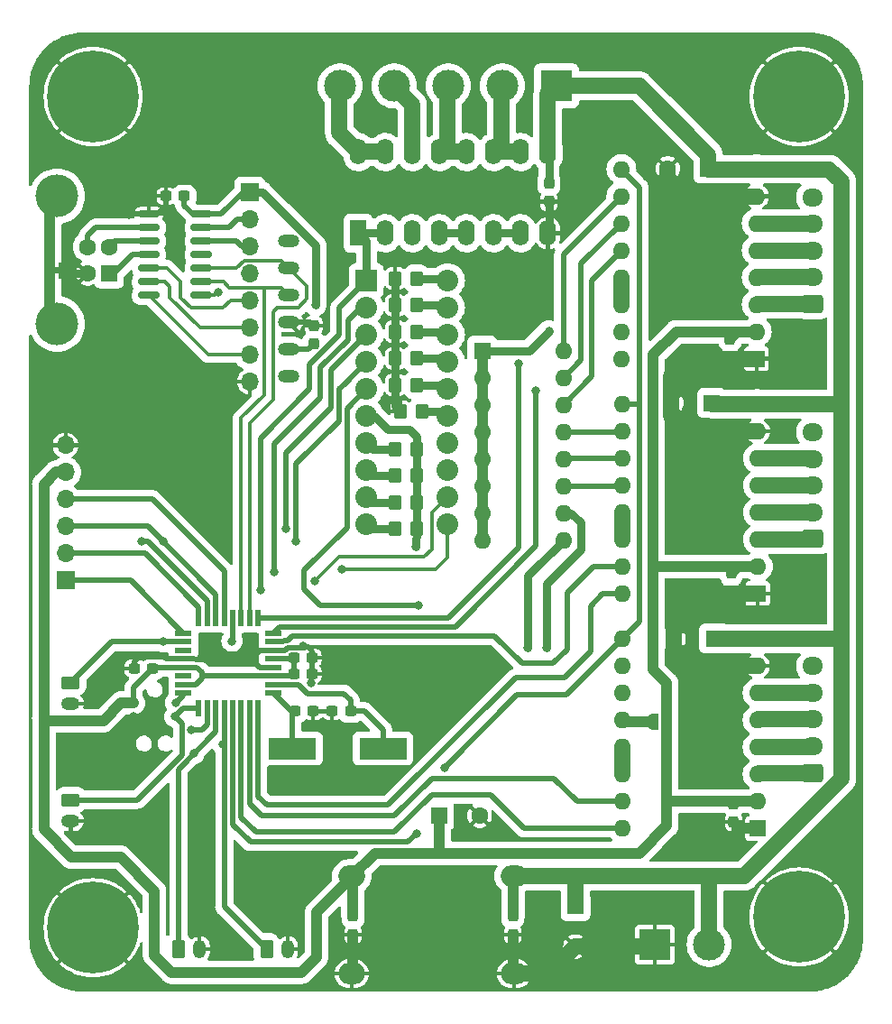
<source format=gbr>
%TF.GenerationSoftware,KiCad,Pcbnew,7.0.1-3b83917a11~172~ubuntu22.10.1*%
%TF.CreationDate,2023-08-26T17:03:54+02:00*%
%TF.ProjectId,controller,636f6e74-726f-46c6-9c65-722e6b696361,rev?*%
%TF.SameCoordinates,Original*%
%TF.FileFunction,Copper,L2,Bot*%
%TF.FilePolarity,Positive*%
%FSLAX46Y46*%
G04 Gerber Fmt 4.6, Leading zero omitted, Abs format (unit mm)*
G04 Created by KiCad (PCBNEW 7.0.1-3b83917a11~172~ubuntu22.10.1) date 2023-08-26 17:03:54*
%MOMM*%
%LPD*%
G01*
G04 APERTURE LIST*
G04 Aperture macros list*
%AMRoundRect*
0 Rectangle with rounded corners*
0 $1 Rounding radius*
0 $2 $3 $4 $5 $6 $7 $8 $9 X,Y pos of 4 corners*
0 Add a 4 corners polygon primitive as box body*
4,1,4,$2,$3,$4,$5,$6,$7,$8,$9,$2,$3,0*
0 Add four circle primitives for the rounded corners*
1,1,$1+$1,$2,$3*
1,1,$1+$1,$4,$5*
1,1,$1+$1,$6,$7*
1,1,$1+$1,$8,$9*
0 Add four rect primitives between the rounded corners*
20,1,$1+$1,$2,$3,$4,$5,0*
20,1,$1+$1,$4,$5,$6,$7,0*
20,1,$1+$1,$6,$7,$8,$9,0*
20,1,$1+$1,$8,$9,$2,$3,0*%
%AMFreePoly0*
4,1,19,0.500000,-0.750000,0.000000,-0.750000,0.000000,-0.744911,-0.071157,-0.744911,-0.207708,-0.704816,-0.327430,-0.627875,-0.420627,-0.520320,-0.479746,-0.390866,-0.500000,-0.250000,-0.500000,0.250000,-0.479746,0.390866,-0.420627,0.520320,-0.327430,0.627875,-0.207708,0.704816,-0.071157,0.744911,0.000000,0.744911,0.000000,0.750000,0.500000,0.750000,0.500000,-0.750000,0.500000,-0.750000,
$1*%
%AMFreePoly1*
4,1,19,0.000000,0.744911,0.071157,0.744911,0.207708,0.704816,0.327430,0.627875,0.420627,0.520320,0.479746,0.390866,0.500000,0.250000,0.500000,-0.250000,0.479746,-0.390866,0.420627,-0.520320,0.327430,-0.627875,0.207708,-0.704816,0.071157,-0.744911,0.000000,-0.744911,0.000000,-0.750000,-0.500000,-0.750000,-0.500000,0.750000,0.000000,0.750000,0.000000,0.744911,0.000000,0.744911,
$1*%
G04 Aperture macros list end*
%TA.AperFunction,ComponentPad*%
%ADD10R,1.700000X1.700000*%
%TD*%
%TA.AperFunction,ComponentPad*%
%ADD11O,1.700000X1.700000*%
%TD*%
%TA.AperFunction,ComponentPad*%
%ADD12RoundRect,0.250000X-0.350000X-0.625000X0.350000X-0.625000X0.350000X0.625000X-0.350000X0.625000X0*%
%TD*%
%TA.AperFunction,ComponentPad*%
%ADD13O,1.200000X1.750000*%
%TD*%
%TA.AperFunction,ComponentPad*%
%ADD14C,0.900000*%
%TD*%
%TA.AperFunction,ComponentPad*%
%ADD15C,8.600000*%
%TD*%
%TA.AperFunction,ComponentPad*%
%ADD16R,1.600000X1.600000*%
%TD*%
%TA.AperFunction,ComponentPad*%
%ADD17O,1.600000X1.600000*%
%TD*%
%TA.AperFunction,ComponentPad*%
%ADD18C,1.600000*%
%TD*%
%TA.AperFunction,ComponentPad*%
%ADD19O,2.000000X1.200000*%
%TD*%
%TA.AperFunction,ComponentPad*%
%ADD20R,3.000000X3.000000*%
%TD*%
%TA.AperFunction,ComponentPad*%
%ADD21C,3.000000*%
%TD*%
%TA.AperFunction,ComponentPad*%
%ADD22R,2.032000X2.032000*%
%TD*%
%TA.AperFunction,ComponentPad*%
%ADD23C,2.032000*%
%TD*%
%TA.AperFunction,ComponentPad*%
%ADD24RoundRect,0.250000X0.725000X-0.600000X0.725000X0.600000X-0.725000X0.600000X-0.725000X-0.600000X0*%
%TD*%
%TA.AperFunction,ComponentPad*%
%ADD25O,1.950000X1.700000*%
%TD*%
%TA.AperFunction,ComponentPad*%
%ADD26R,1.600000X2.400000*%
%TD*%
%TA.AperFunction,ComponentPad*%
%ADD27O,1.600000X2.400000*%
%TD*%
%TA.AperFunction,ComponentPad*%
%ADD28C,4.000000*%
%TD*%
%TA.AperFunction,ComponentPad*%
%ADD29RoundRect,0.250000X-0.625000X0.350000X-0.625000X-0.350000X0.625000X-0.350000X0.625000X0.350000X0*%
%TD*%
%TA.AperFunction,ComponentPad*%
%ADD30O,1.750000X1.200000*%
%TD*%
%TA.AperFunction,ComponentPad*%
%ADD31O,2.500000X2.000000*%
%TD*%
%TA.AperFunction,SMDPad,CuDef*%
%ADD32RoundRect,0.250000X-0.350000X-0.450000X0.350000X-0.450000X0.350000X0.450000X-0.350000X0.450000X0*%
%TD*%
%TA.AperFunction,SMDPad,CuDef*%
%ADD33R,4.500000X2.000000*%
%TD*%
%TA.AperFunction,SMDPad,CuDef*%
%ADD34RoundRect,0.237500X-0.237500X0.300000X-0.237500X-0.300000X0.237500X-0.300000X0.237500X0.300000X0*%
%TD*%
%TA.AperFunction,SMDPad,CuDef*%
%ADD35RoundRect,0.250000X0.350000X0.450000X-0.350000X0.450000X-0.350000X-0.450000X0.350000X-0.450000X0*%
%TD*%
%TA.AperFunction,SMDPad,CuDef*%
%ADD36FreePoly0,180.000000*%
%TD*%
%TA.AperFunction,SMDPad,CuDef*%
%ADD37FreePoly1,180.000000*%
%TD*%
%TA.AperFunction,SMDPad,CuDef*%
%ADD38RoundRect,0.237500X-0.300000X-0.237500X0.300000X-0.237500X0.300000X0.237500X-0.300000X0.237500X0*%
%TD*%
%TA.AperFunction,SMDPad,CuDef*%
%ADD39RoundRect,0.237500X0.300000X0.237500X-0.300000X0.237500X-0.300000X-0.237500X0.300000X-0.237500X0*%
%TD*%
%TA.AperFunction,SMDPad,CuDef*%
%ADD40R,1.600000X0.550000*%
%TD*%
%TA.AperFunction,SMDPad,CuDef*%
%ADD41R,0.550000X1.600000*%
%TD*%
%TA.AperFunction,SMDPad,CuDef*%
%ADD42RoundRect,0.237500X0.237500X-0.300000X0.237500X0.300000X-0.237500X0.300000X-0.237500X-0.300000X0*%
%TD*%
%TA.AperFunction,SMDPad,CuDef*%
%ADD43RoundRect,0.150000X0.825000X0.150000X-0.825000X0.150000X-0.825000X-0.150000X0.825000X-0.150000X0*%
%TD*%
%TA.AperFunction,ViaPad*%
%ADD44C,0.800000*%
%TD*%
%TA.AperFunction,Conductor*%
%ADD45C,1.000000*%
%TD*%
%TA.AperFunction,Conductor*%
%ADD46C,0.500000*%
%TD*%
%TA.AperFunction,Conductor*%
%ADD47C,1.500000*%
%TD*%
%TA.AperFunction,Conductor*%
%ADD48C,0.800000*%
%TD*%
%TA.AperFunction,Conductor*%
%ADD49C,0.350000*%
%TD*%
G04 APERTURE END LIST*
%TA.AperFunction,EtchedComponent*%
%TO.C,JP1*%
G36*
X37845419Y-43600000D02*
G01*
X37345419Y-43600000D01*
X37345419Y-43000000D01*
X37845419Y-43000000D01*
X37845419Y-43600000D01*
G37*
%TD.AperFunction*%
%TD*%
D10*
%TO.P,J10,1,Pin_1*%
%TO.N,+5V*%
X55702919Y-35975000D03*
D11*
%TO.P,J10,2,Pin_2*%
%TO.N,/MCU/GP0*%
X55702919Y-38515000D03*
%TO.P,J10,3,Pin_3*%
%TO.N,/MCU/GP1*%
X55702919Y-41055000D03*
%TO.P,J10,4,Pin_4*%
%TO.N,/MCU/GP2*%
X55702919Y-43595000D03*
%TO.P,J10,5,Pin_5*%
%TO.N,/MCU/SCL*%
X55702919Y-46135000D03*
%TO.P,J10,6,Pin_6*%
%TO.N,/MCU/SDA*%
X55702919Y-48675000D03*
%TO.P,J10,7,Pin_7*%
%TO.N,/MCU/GP3*%
X55702919Y-51215000D03*
%TO.P,J10,8,Pin_8*%
%TO.N,GND*%
X55702919Y-53755000D03*
%TD*%
D10*
%TO.P,J8,1,Pin_1*%
%TO.N,/MCU/DOUT*%
X38400000Y-72420000D03*
D11*
%TO.P,J8,2,Pin_2*%
%TO.N,/MCU/DIN*%
X38400000Y-69880000D03*
%TO.P,J8,3,Pin_3*%
%TO.N,/mist*%
X38400000Y-67340000D03*
%TO.P,J8,4,Pin_4*%
%TO.N,/MCU/CLK*%
X38400000Y-64800000D03*
%TO.P,J8,5,Pin_5*%
%TO.N,+5V*%
X38400000Y-62260000D03*
%TO.P,J8,6,Pin_6*%
%TO.N,GND*%
X38400000Y-59720000D03*
%TD*%
D12*
%TO.P,J3,1,Pin_1*%
%TO.N,/ylim*%
X49000000Y-107000000D03*
D13*
%TO.P,J3,2,Pin_2*%
%TO.N,GND*%
X51000000Y-107000000D03*
%TD*%
D14*
%TO.P,H4,1,1*%
%TO.N,GND*%
X104055419Y-104000000D03*
X105000000Y-101719581D03*
X105000000Y-106280419D03*
X107280419Y-100775000D03*
D15*
X107280419Y-104000000D03*
D14*
X107280419Y-107225000D03*
X109560838Y-101719581D03*
X109560838Y-106280419D03*
X110505419Y-104000000D03*
%TD*%
D16*
%TO.P,SW1,1*%
%TO.N,+5V*%
X77512919Y-50850000D03*
D17*
%TO.P,SW1,2*%
X77512919Y-53390000D03*
%TO.P,SW1,3*%
X77512919Y-55930000D03*
%TO.P,SW1,4*%
X77512919Y-58470000D03*
%TO.P,SW1,5*%
X77512919Y-61010000D03*
%TO.P,SW1,6*%
X77512919Y-63550000D03*
%TO.P,SW1,7*%
X77512919Y-66090000D03*
%TO.P,SW1,8*%
X77512919Y-68630000D03*
%TO.P,SW1,9*%
%TO.N,/StepperDrivers/MS2_Z*%
X85132919Y-68630000D03*
%TO.P,SW1,10*%
%TO.N,/StepperDrivers/MS1_Z*%
X85132919Y-66090000D03*
%TO.P,SW1,11*%
%TO.N,/StepperDrivers/MS3_Y*%
X85132919Y-63550000D03*
%TO.P,SW1,12*%
%TO.N,/StepperDrivers/MS2_Y*%
X85132919Y-61010000D03*
%TO.P,SW1,13*%
%TO.N,/StepperDrivers/MS1_Y*%
X85132919Y-58470000D03*
%TO.P,SW1,14*%
%TO.N,/StepperDrivers/MS3_X*%
X85132919Y-55930000D03*
%TO.P,SW1,15*%
%TO.N,/StepperDrivers/MS2_X*%
X85132919Y-53390000D03*
%TO.P,SW1,16*%
%TO.N,/StepperDrivers/MS1_X*%
X85132919Y-50850000D03*
%TD*%
D14*
%TO.P,H2,1,1*%
%TO.N,GND*%
X37775000Y-105000000D03*
X38719581Y-102719581D03*
X38719581Y-107280419D03*
X41000000Y-101775000D03*
D15*
X41000000Y-105000000D03*
D14*
X41000000Y-108225000D03*
X43280419Y-102719581D03*
X43280419Y-107280419D03*
X44225000Y-105000000D03*
%TD*%
D16*
%TO.P,C18,1*%
%TO.N,+12V*%
X99282919Y-77858750D03*
D18*
%TO.P,C18,2*%
%TO.N,GND*%
X95482919Y-77858750D03*
%TD*%
D16*
%TO.P,C2,1*%
%TO.N,+12V*%
X86280419Y-102964698D03*
D18*
%TO.P,C2,2*%
%TO.N,GND*%
X86280419Y-106764698D03*
%TD*%
D16*
%TO.P,C4,1*%
%TO.N,+5V*%
X73480419Y-94500000D03*
D18*
%TO.P,C4,2*%
%TO.N,GND*%
X77280419Y-94500000D03*
%TD*%
D16*
%TO.P,A3,1,GND*%
%TO.N,GND*%
X103375570Y-95678750D03*
D17*
%TO.P,A3,2,VDD*%
%TO.N,+5V*%
X103375570Y-93138750D03*
%TO.P,A3,3,1B*%
%TO.N,Net-(A3-1B)*%
X103375570Y-90598750D03*
%TO.P,A3,4,1A*%
%TO.N,Net-(A3-1A)*%
X103375570Y-88058750D03*
%TO.P,A3,5,2A*%
%TO.N,Net-(A3-2A)*%
X103375570Y-85518750D03*
%TO.P,A3,6,2B*%
%TO.N,Net-(A3-2B)*%
X103375570Y-82978750D03*
%TO.P,A3,7,GND*%
%TO.N,GND*%
X103375570Y-80438750D03*
%TO.P,A3,8,VMOT*%
%TO.N,+12V*%
X103375570Y-77898750D03*
%TO.P,A3,9,~{ENABLE}*%
%TO.N,/stepper_enable*%
X90675570Y-77898750D03*
%TO.P,A3,10,MS1*%
%TO.N,/StepperDrivers/MS1_Z*%
X90675570Y-80438750D03*
%TO.P,A3,11,MS2*%
%TO.N,/StepperDrivers/MS2_Z*%
X90675570Y-82978750D03*
%TO.P,A3,12,MS3*%
%TO.N,/StepperDrivers/MS3_Z*%
X90675570Y-85518750D03*
%TO.P,A3,13,~{RESET}*%
%TO.N,Net-(A3-~{RESET})*%
X90675570Y-88058750D03*
%TO.P,A3,14,~{SLEEP}*%
X90675570Y-90598750D03*
%TO.P,A3,15,STEP*%
%TO.N,/MCU/stepZ*%
X90675570Y-93138750D03*
%TO.P,A3,16,DIR*%
%TO.N,/MCU/dirZ*%
X90675570Y-95678750D03*
%TD*%
D16*
%TO.P,A2,1,GND*%
%TO.N,GND*%
X103397919Y-73638750D03*
D17*
%TO.P,A2,2,VDD*%
%TO.N,+5V*%
X103397919Y-71098750D03*
%TO.P,A2,3,1B*%
%TO.N,Net-(A2-1B)*%
X103397919Y-68558750D03*
%TO.P,A2,4,1A*%
%TO.N,Net-(A2-1A)*%
X103397919Y-66018750D03*
%TO.P,A2,5,2A*%
%TO.N,Net-(A2-2A)*%
X103397919Y-63478750D03*
%TO.P,A2,6,2B*%
%TO.N,Net-(A2-2B)*%
X103397919Y-60938750D03*
%TO.P,A2,7,GND*%
%TO.N,GND*%
X103397919Y-58398750D03*
%TO.P,A2,8,VMOT*%
%TO.N,+12V*%
X103397919Y-55858750D03*
%TO.P,A2,9,~{ENABLE}*%
%TO.N,/stepper_enable*%
X90697919Y-55858750D03*
%TO.P,A2,10,MS1*%
%TO.N,/StepperDrivers/MS1_Y*%
X90697919Y-58398750D03*
%TO.P,A2,11,MS2*%
%TO.N,/StepperDrivers/MS2_Y*%
X90697919Y-60938750D03*
%TO.P,A2,12,MS3*%
%TO.N,/StepperDrivers/MS3_Y*%
X90697919Y-63478750D03*
%TO.P,A2,13,~{RESET}*%
%TO.N,Net-(A2-~{RESET})*%
X90697919Y-66018750D03*
%TO.P,A2,14,~{SLEEP}*%
X90697919Y-68558750D03*
%TO.P,A2,15,STEP*%
%TO.N,/MCU/stepY*%
X90697919Y-71098750D03*
%TO.P,A2,16,DIR*%
%TO.N,/MCU/dirY*%
X90697919Y-73638750D03*
%TD*%
D19*
%TO.P,U5,1,CTS*%
%TO.N,unconnected-(U5-CTS-Pad1)*%
X59357919Y-53235000D03*
%TO.P,U5,2,VCC*%
%TO.N,+5V*%
X59357919Y-50695000D03*
%TO.P,U5,3,GND*%
%TO.N,GND*%
X59357919Y-48155000D03*
%TO.P,U5,4,TX*%
%TO.N,/MCU/RX*%
X59357919Y-45615000D03*
%TO.P,U5,5,RX*%
%TO.N,/MCU/TX*%
X59357919Y-43075000D03*
%TO.P,U5,6,RTS*%
%TO.N,unconnected-(U5-RTS-Pad6)*%
X59357919Y-40535000D03*
%TD*%
D14*
%TO.P,H1,1,1*%
%TO.N,GND*%
X37775000Y-27000000D03*
X38719581Y-24719581D03*
X38719581Y-29280419D03*
X41000000Y-23775000D03*
D15*
X41000000Y-27000000D03*
D14*
X41000000Y-30225000D03*
X43280419Y-24719581D03*
X43280419Y-29280419D03*
X44225000Y-27000000D03*
%TD*%
%TO.P,H3,1,1*%
%TO.N,GND*%
X104055419Y-27000000D03*
X105000000Y-24719581D03*
X105000000Y-29280419D03*
X107280419Y-23775000D03*
D15*
X107280419Y-27000000D03*
D14*
X107280419Y-30225000D03*
X109560838Y-24719581D03*
X109560838Y-29280419D03*
X110505419Y-27000000D03*
%TD*%
D20*
%TO.P,J5,1,Pin_1*%
%TO.N,GND*%
X93740419Y-106580000D03*
D21*
%TO.P,J5,2,Pin_2*%
%TO.N,+12V*%
X98820419Y-106580000D03*
%TD*%
D20*
%TO.P,J6,1,Pin_1*%
%TO.N,+12V*%
X84500000Y-26000000D03*
D21*
%TO.P,J6,2,Pin_2*%
%TO.N,Net-(J6-Pin_2)*%
X79420000Y-26000000D03*
%TO.P,J6,3,Pin_3*%
%TO.N,Net-(J6-Pin_3)*%
X74340000Y-26000000D03*
%TO.P,J6,4,Pin_4*%
%TO.N,Net-(J6-Pin_4)*%
X69260000Y-26000000D03*
%TO.P,J6,5,Pin_5*%
%TO.N,Net-(J6-Pin_5)*%
X64180000Y-26000000D03*
%TD*%
D22*
%TO.P,BAR1,1,A*%
%TO.N,/spindle*%
X66660419Y-44250000D03*
D23*
%TO.P,BAR1,2,A*%
%TO.N,/spindle_dir*%
X66660419Y-46790000D03*
%TO.P,BAR1,3,A*%
%TO.N,/coolant*%
X66660419Y-49330000D03*
%TO.P,BAR1,4,A*%
%TO.N,/mist*%
X66660419Y-51870000D03*
%TO.P,BAR1,5,A*%
%TO.N,/stepper_enable*%
X66660419Y-54410000D03*
%TO.P,BAR1,6,A*%
%TO.N,+5V*%
X66660419Y-56950000D03*
%TO.P,BAR1,7,A*%
%TO.N,Net-(BAR1-A-Pad7)*%
X66660419Y-59490000D03*
%TO.P,BAR1,8,A*%
%TO.N,Net-(BAR1-A-Pad8)*%
X66660419Y-62030000D03*
%TO.P,BAR1,9,A*%
%TO.N,Net-(BAR1-A-Pad9)*%
X66660419Y-64570000D03*
%TO.P,BAR1,10,A*%
%TO.N,Net-(BAR1-A-Pad10)*%
X66660419Y-67110000D03*
%TO.P,BAR1,11,K*%
%TO.N,/estop*%
X74280419Y-67110000D03*
%TO.P,BAR1,12,K*%
%TO.N,/zlim*%
X74280419Y-64570000D03*
%TO.P,BAR1,13,K*%
%TO.N,/ylim*%
X74280419Y-62030000D03*
%TO.P,BAR1,14,K*%
%TO.N,/xlim*%
X74280419Y-59490000D03*
%TO.P,BAR1,15,K*%
%TO.N,Net-(BAR1-K-Pad15)*%
X74280419Y-56950000D03*
%TO.P,BAR1,16,K*%
%TO.N,Net-(BAR1-K-Pad16)*%
X74280419Y-54410000D03*
%TO.P,BAR1,17,K*%
%TO.N,Net-(BAR1-K-Pad17)*%
X74280419Y-51870000D03*
%TO.P,BAR1,18,K*%
%TO.N,Net-(BAR1-K-Pad18)*%
X74280419Y-49330000D03*
%TO.P,BAR1,19,K*%
%TO.N,Net-(BAR1-K-Pad19)*%
X74280419Y-46790000D03*
%TO.P,BAR1,20,K*%
%TO.N,Net-(BAR1-K-Pad20)*%
X74280419Y-44250000D03*
%TD*%
D12*
%TO.P,J1,1,Pin_1*%
%TO.N,/xlim*%
X57280419Y-107000000D03*
D13*
%TO.P,J1,2,Pin_2*%
%TO.N,GND*%
X59280419Y-107000000D03*
%TD*%
D24*
%TO.P,J11,1,Pin_1*%
%TO.N,Net-(A1-1B)*%
X108557919Y-46458750D03*
D25*
%TO.P,J11,2,Pin_2*%
%TO.N,Net-(A1-1A)*%
X108557919Y-43958750D03*
%TO.P,J11,3,Pin_3*%
%TO.N,Net-(A1-2A)*%
X108557919Y-41458750D03*
%TO.P,J11,4,Pin_4*%
%TO.N,Net-(A1-2B)*%
X108557919Y-38958750D03*
%TO.P,J11,5,Pin_5*%
%TO.N,unconnected-(J11-Pin_5-Pad5)*%
X108557919Y-36458750D03*
%TD*%
D26*
%TO.P,U1,1,I1*%
%TO.N,/spindle*%
X65905419Y-39825000D03*
D27*
%TO.P,U1,2,I2*%
X68445419Y-39825000D03*
%TO.P,U1,3,I3*%
%TO.N,/spindle_dir*%
X70985419Y-39825000D03*
%TO.P,U1,4,I4*%
%TO.N,/coolant*%
X73525419Y-39825000D03*
%TO.P,U1,5,I5*%
X76065419Y-39825000D03*
%TO.P,U1,6,I6*%
%TO.N,/mist*%
X78605419Y-39825000D03*
%TO.P,U1,7,I7*%
X81145419Y-39825000D03*
%TO.P,U1,8,GND*%
%TO.N,GND*%
X83685419Y-39825000D03*
%TO.P,U1,9,COM*%
%TO.N,+12V*%
X83685419Y-32205000D03*
%TO.P,U1,10,O7*%
%TO.N,Net-(J6-Pin_2)*%
X81145419Y-32205000D03*
%TO.P,U1,11,O6*%
X78605419Y-32205000D03*
%TO.P,U1,12,O5*%
%TO.N,Net-(J6-Pin_3)*%
X76065419Y-32205000D03*
%TO.P,U1,13,O4*%
X73525419Y-32205000D03*
%TO.P,U1,14,O3*%
%TO.N,Net-(J6-Pin_4)*%
X70985419Y-32205000D03*
%TO.P,U1,15,O2*%
%TO.N,Net-(J6-Pin_5)*%
X68445419Y-32205000D03*
%TO.P,U1,16,O1*%
X65905419Y-32205000D03*
%TD*%
D24*
%TO.P,J13,1,Pin_1*%
%TO.N,Net-(A3-1B)*%
X108557919Y-90458750D03*
D25*
%TO.P,J13,2,Pin_2*%
%TO.N,Net-(A3-1A)*%
X108557919Y-87958750D03*
%TO.P,J13,3,Pin_3*%
%TO.N,Net-(A3-2A)*%
X108557919Y-85458750D03*
%TO.P,J13,4,Pin_4*%
%TO.N,Net-(A3-2B)*%
X108557919Y-82958750D03*
%TO.P,J13,5,Pin_5*%
%TO.N,unconnected-(J13-Pin_5-Pad5)*%
X108557919Y-80458750D03*
%TD*%
D16*
%TO.P,J14,1,VBUS*%
%TO.N,/MCU/VUSB*%
X42490419Y-43600000D03*
D18*
%TO.P,J14,2,D-*%
%TO.N,Net-(J14-D-)*%
X42490419Y-41100000D03*
%TO.P,J14,3,D+*%
%TO.N,Net-(J14-D+)*%
X40490419Y-41100000D03*
%TO.P,J14,4,GND*%
%TO.N,GND*%
X40490419Y-43600000D03*
D28*
%TO.P,J14,5,Shield*%
%TO.N,Net-(J14-Shield)*%
X37630419Y-48350000D03*
X37630419Y-36350000D03*
%TD*%
D29*
%TO.P,J2,1,Pin_1*%
%TO.N,/zlim*%
X38900000Y-93000000D03*
D30*
%TO.P,J2,2,Pin_2*%
%TO.N,GND*%
X38900000Y-95000000D03*
%TD*%
D16*
%TO.P,C16,1*%
%TO.N,+12V*%
X99080419Y-55748750D03*
D18*
%TO.P,C16,2*%
%TO.N,GND*%
X95280419Y-55748750D03*
%TD*%
D31*
%TO.P,U2,1,IN-*%
%TO.N,GND*%
X80520419Y-109317349D03*
%TO.P,U2,2,IN+*%
%TO.N,+12V*%
X80520419Y-100177349D03*
%TO.P,U2,3,OUT-*%
%TO.N,GND*%
X65280419Y-109317349D03*
%TO.P,U2,4,OUT+*%
%TO.N,+5V*%
X65280419Y-100177349D03*
%TD*%
D16*
%TO.P,A1,1,GND*%
%TO.N,GND*%
X103282919Y-51598750D03*
D17*
%TO.P,A1,2,VDD*%
%TO.N,+5V*%
X103282919Y-49058750D03*
%TO.P,A1,3,1B*%
%TO.N,Net-(A1-1B)*%
X103282919Y-46518750D03*
%TO.P,A1,4,1A*%
%TO.N,Net-(A1-1A)*%
X103282919Y-43978750D03*
%TO.P,A1,5,2A*%
%TO.N,Net-(A1-2A)*%
X103282919Y-41438750D03*
%TO.P,A1,6,2B*%
%TO.N,Net-(A1-2B)*%
X103282919Y-38898750D03*
%TO.P,A1,7,GND*%
%TO.N,GND*%
X103282919Y-36358750D03*
%TO.P,A1,8,VMOT*%
%TO.N,+12V*%
X103282919Y-33818750D03*
%TO.P,A1,9,~{ENABLE}*%
%TO.N,/stepper_enable*%
X90582919Y-33818750D03*
%TO.P,A1,10,MS1*%
%TO.N,/StepperDrivers/MS1_X*%
X90582919Y-36358750D03*
%TO.P,A1,11,MS2*%
%TO.N,/StepperDrivers/MS2_X*%
X90582919Y-38898750D03*
%TO.P,A1,12,MS3*%
%TO.N,/StepperDrivers/MS3_X*%
X90582919Y-41438750D03*
%TO.P,A1,13,~{RESET}*%
%TO.N,Net-(A1-~{RESET})*%
X90582919Y-43978750D03*
%TO.P,A1,14,~{SLEEP}*%
X90582919Y-46518750D03*
%TO.P,A1,15,STEP*%
%TO.N,/MCU/stepX*%
X90582919Y-49058750D03*
%TO.P,A1,16,DIR*%
%TO.N,/MCU/dirX*%
X90582919Y-51598750D03*
%TD*%
D29*
%TO.P,J4,1,Pin_1*%
%TO.N,/estop*%
X38900000Y-82000000D03*
D30*
%TO.P,J4,2,Pin_2*%
%TO.N,GND*%
X38900000Y-84000000D03*
%TD*%
D24*
%TO.P,J12,1,Pin_1*%
%TO.N,Net-(A2-1B)*%
X108557919Y-68498750D03*
D25*
%TO.P,J12,2,Pin_2*%
%TO.N,Net-(A2-1A)*%
X108557919Y-65998750D03*
%TO.P,J12,3,Pin_3*%
%TO.N,Net-(A2-2A)*%
X108557919Y-63498750D03*
%TO.P,J12,4,Pin_4*%
%TO.N,Net-(A2-2B)*%
X108557919Y-60998750D03*
%TO.P,J12,5,Pin_5*%
%TO.N,unconnected-(J12-Pin_5-Pad5)*%
X108557919Y-58498750D03*
%TD*%
D16*
%TO.P,C14,1*%
%TO.N,+12V*%
X98745570Y-33748750D03*
D18*
%TO.P,C14,2*%
%TO.N,GND*%
X94945570Y-33748750D03*
%TD*%
D32*
%TO.P,R9,1*%
%TO.N,GND*%
X69362919Y-54072500D03*
%TO.P,R9,2*%
%TO.N,Net-(BAR1-K-Pad16)*%
X71362919Y-54072500D03*
%TD*%
%TO.P,R10,1*%
%TO.N,GND*%
X69862919Y-56572500D03*
%TO.P,R10,2*%
%TO.N,Net-(BAR1-K-Pad15)*%
X71862919Y-56572500D03*
%TD*%
D33*
%TO.P,Y1,1,1*%
%TO.N,/MCU/XTAL2*%
X59700000Y-88180000D03*
%TO.P,Y1,2,2*%
%TO.N,/MCU/XTAL1*%
X68200000Y-88180000D03*
%TD*%
D34*
%TO.P,C19,1*%
%TO.N,+12V*%
X83780419Y-35137500D03*
%TO.P,C19,2*%
%TO.N,GND*%
X83780419Y-36862500D03*
%TD*%
%TO.P,C6,1*%
%TO.N,+5V*%
X65400419Y-103904849D03*
%TO.P,C6,2*%
%TO.N,GND*%
X65400419Y-105629849D03*
%TD*%
D32*
%TO.P,R5,1*%
%TO.N,GND*%
X69362919Y-44072500D03*
%TO.P,R5,2*%
%TO.N,Net-(BAR1-K-Pad20)*%
X71362919Y-44072500D03*
%TD*%
D35*
%TO.P,R3,1*%
%TO.N,+5V*%
X71362919Y-65072500D03*
%TO.P,R3,2*%
%TO.N,Net-(BAR1-A-Pad9)*%
X69362919Y-65072500D03*
%TD*%
D36*
%TO.P,JP1,1,A*%
%TO.N,GND*%
X38245419Y-43300000D03*
D37*
%TO.P,JP1,2,B*%
%TO.N,Net-(J14-Shield)*%
X36945419Y-43300000D03*
%TD*%
D32*
%TO.P,R7,1*%
%TO.N,GND*%
X69362919Y-49072500D03*
%TO.P,R7,2*%
%TO.N,Net-(BAR1-K-Pad18)*%
X71362919Y-49072500D03*
%TD*%
D35*
%TO.P,R2,1*%
%TO.N,+5V*%
X71362919Y-62572500D03*
%TO.P,R2,2*%
%TO.N,Net-(BAR1-A-Pad8)*%
X69362919Y-62572500D03*
%TD*%
D34*
%TO.P,C1,1*%
%TO.N,+12V*%
X80400419Y-103904849D03*
%TO.P,C1,2*%
%TO.N,GND*%
X80400419Y-105629849D03*
%TD*%
D35*
%TO.P,R1,1*%
%TO.N,+5V*%
X71362919Y-60072500D03*
%TO.P,R1,2*%
%TO.N,Net-(BAR1-A-Pad7)*%
X69362919Y-60072500D03*
%TD*%
D38*
%TO.P,C7,1*%
%TO.N,+5V*%
X59837500Y-79680000D03*
%TO.P,C7,2*%
%TO.N,GND*%
X61562500Y-79680000D03*
%TD*%
%TO.P,C8,1*%
%TO.N,+5V*%
X59837500Y-81180000D03*
%TO.P,C8,2*%
%TO.N,GND*%
X61562500Y-81180000D03*
%TD*%
D39*
%TO.P,C5,1*%
%TO.N,+5V*%
X49565419Y-36350000D03*
%TO.P,C5,2*%
%TO.N,GND*%
X47840419Y-36350000D03*
%TD*%
D40*
%TO.P,U3,1,PD3*%
%TO.N,/MCU/dirX*%
X57950000Y-77380000D03*
%TO.P,U3,2,PD4*%
%TO.N,/MCU/stepY*%
X57950000Y-78180000D03*
%TO.P,U3,3,GND*%
%TO.N,GND*%
X57950000Y-78980000D03*
%TO.P,U3,4,VCC*%
%TO.N,+5V*%
X57950000Y-79780000D03*
%TO.P,U3,5,GND*%
%TO.N,GND*%
X57950000Y-80580000D03*
%TO.P,U3,6,VCC*%
%TO.N,+5V*%
X57950000Y-81380000D03*
%TO.P,U3,7,XTAL1/PB6*%
%TO.N,/MCU/XTAL1*%
X57950000Y-82180000D03*
%TO.P,U3,8,XTAL2/PB7*%
%TO.N,/MCU/XTAL2*%
X57950000Y-82980000D03*
D41*
%TO.P,U3,9,PD5*%
%TO.N,/MCU/dirY*%
X56500000Y-84430000D03*
%TO.P,U3,10,PD6*%
%TO.N,/MCU/stepZ*%
X55700000Y-84430000D03*
%TO.P,U3,11,PD7*%
%TO.N,/MCU/dirZ*%
X54900000Y-84430000D03*
%TO.P,U3,12,PB0*%
%TO.N,/stepper_enable*%
X54100000Y-84430000D03*
%TO.P,U3,13,PB1*%
%TO.N,/xlim*%
X53300000Y-84430000D03*
%TO.P,U3,14,PB2*%
%TO.N,/ylim*%
X52500000Y-84430000D03*
%TO.P,U3,15,PB3*%
%TO.N,/spindle*%
X51700000Y-84430000D03*
%TO.P,U3,16,PB4*%
%TO.N,/zlim*%
X50900000Y-84430000D03*
D40*
%TO.P,U3,17,PB5*%
%TO.N,/spindle_dir*%
X49450000Y-82980000D03*
%TO.P,U3,18,AVCC*%
%TO.N,+5V*%
X49450000Y-82180000D03*
%TO.P,U3,19,ADC6*%
%TO.N,unconnected-(U3-ADC6-Pad19)*%
X49450000Y-81380000D03*
%TO.P,U3,20,AREF*%
%TO.N,+5V*%
X49450000Y-80580000D03*
%TO.P,U3,21,GND*%
%TO.N,GND*%
X49450000Y-79780000D03*
%TO.P,U3,22,ADC7*%
%TO.N,unconnected-(U3-ADC7-Pad22)*%
X49450000Y-78980000D03*
%TO.P,U3,23,PC0*%
%TO.N,/estop*%
X49450000Y-78180000D03*
%TO.P,U3,24,PC1*%
%TO.N,/MCU/DOUT*%
X49450000Y-77380000D03*
D41*
%TO.P,U3,25,PC2*%
%TO.N,/MCU/DIN*%
X50900000Y-75930000D03*
%TO.P,U3,26,PC3*%
%TO.N,/coolant*%
X51700000Y-75930000D03*
%TO.P,U3,27,PC4*%
%TO.N,/mist*%
X52500000Y-75930000D03*
%TO.P,U3,28,PC5*%
%TO.N,/MCU/CLK*%
X53300000Y-75930000D03*
%TO.P,U3,29,~{RESET}/PC6*%
%TO.N,/MCU/~{RST}*%
X54100000Y-75930000D03*
%TO.P,U3,30,PD0*%
%TO.N,/MCU/RX*%
X54900000Y-75930000D03*
%TO.P,U3,31,PD1*%
%TO.N,/MCU/TX*%
X55700000Y-75930000D03*
%TO.P,U3,32,PD2*%
%TO.N,/MCU/stepX*%
X56500000Y-75930000D03*
%TD*%
D38*
%TO.P,C11,1*%
%TO.N,/MCU/XTAL2*%
X59937500Y-84700000D03*
%TO.P,C11,2*%
%TO.N,GND*%
X61662500Y-84700000D03*
%TD*%
D36*
%TO.P,JP2,1,A*%
%TO.N,+5V*%
X94832919Y-85658750D03*
D37*
%TO.P,JP2,2,B*%
%TO.N,/StepperDrivers/MS3_Z*%
X93532919Y-85658750D03*
%TD*%
D34*
%TO.P,C15,1*%
%TO.N,+5V*%
X100897919Y-71736250D03*
%TO.P,C15,2*%
%TO.N,GND*%
X100897919Y-73461250D03*
%TD*%
D39*
%TO.P,C12,1*%
%TO.N,/MCU/XTAL1*%
X65162500Y-84700000D03*
%TO.P,C12,2*%
%TO.N,GND*%
X63437500Y-84700000D03*
%TD*%
D42*
%TO.P,C3,1*%
%TO.N,+5V*%
X61702919Y-50212500D03*
%TO.P,C3,2*%
%TO.N,GND*%
X61702919Y-48487500D03*
%TD*%
D32*
%TO.P,R6,1*%
%TO.N,GND*%
X69362919Y-46572500D03*
%TO.P,R6,2*%
%TO.N,Net-(BAR1-K-Pad19)*%
X71362919Y-46572500D03*
%TD*%
D34*
%TO.P,C13,1*%
%TO.N,+5V*%
X101122919Y-93346250D03*
%TO.P,C13,2*%
%TO.N,GND*%
X101122919Y-95071250D03*
%TD*%
D43*
%TO.P,U4,1,VDD*%
%TO.N,+5V*%
X51177919Y-38020000D03*
%TO.P,U4,2,GP0*%
%TO.N,/MCU/GP0*%
X51177919Y-39290000D03*
%TO.P,U4,3,GP1*%
%TO.N,/MCU/GP1*%
X51177919Y-40560000D03*
%TO.P,U4,4,~{RST}*%
%TO.N,unconnected-(U4-~{RST}-Pad4)*%
X51177919Y-41830000D03*
%TO.P,U4,5,URx*%
%TO.N,/MCU/TX*%
X51177919Y-43100000D03*
%TO.P,U4,6,UTx*%
%TO.N,/MCU/RX*%
X51177919Y-44370000D03*
%TO.P,U4,7,GP2*%
%TO.N,/MCU/GP2*%
X51177919Y-45640000D03*
%TO.P,U4,8,GP3*%
%TO.N,/MCU/GP3*%
X46227919Y-45640000D03*
%TO.P,U4,9,SDA*%
%TO.N,/MCU/SDA*%
X46227919Y-44370000D03*
%TO.P,U4,10,SCL*%
%TO.N,/MCU/SCL*%
X46227919Y-43100000D03*
%TO.P,U4,11,VUSB*%
%TO.N,/MCU/VUSB*%
X46227919Y-41830000D03*
%TO.P,U4,12,D-*%
%TO.N,Net-(J14-D-)*%
X46227919Y-40560000D03*
%TO.P,U4,13,D+*%
%TO.N,Net-(J14-D+)*%
X46227919Y-39290000D03*
%TO.P,U4,14,VSS*%
%TO.N,GND*%
X46227919Y-38020000D03*
%TD*%
D39*
%TO.P,C9,1*%
%TO.N,+5V*%
X46562500Y-80680000D03*
%TO.P,C9,2*%
%TO.N,GND*%
X44837500Y-80680000D03*
%TD*%
D32*
%TO.P,R8,1*%
%TO.N,GND*%
X69362919Y-51572500D03*
%TO.P,R8,2*%
%TO.N,Net-(BAR1-K-Pad17)*%
X71362919Y-51572500D03*
%TD*%
D34*
%TO.P,C17,1*%
%TO.N,+5V*%
X100782919Y-49736250D03*
%TO.P,C17,2*%
%TO.N,GND*%
X100782919Y-51461250D03*
%TD*%
D35*
%TO.P,R4,1*%
%TO.N,+5V*%
X71362919Y-67572500D03*
%TO.P,R4,2*%
%TO.N,Net-(BAR1-A-Pad10)*%
X69362919Y-67572500D03*
%TD*%
D44*
%TO.N,GND*%
X61700000Y-85900000D03*
X46250000Y-36500000D03*
X43250000Y-87000000D03*
X44800420Y-85179999D03*
X62900000Y-79700000D03*
X61500000Y-82000000D03*
X62900000Y-81200000D03*
X56153792Y-79854048D03*
X60680419Y-78600000D03*
X63400000Y-85900000D03*
X51680419Y-79800000D03*
X44402919Y-38050000D03*
X45680419Y-79600000D03*
X99900000Y-95100000D03*
X46800000Y-88700000D03*
%TO.N,+5V*%
X71312919Y-69222500D03*
X83780419Y-49000000D03*
X61880419Y-46600000D03*
X44780419Y-83900000D03*
X94280419Y-50500000D03*
%TO.N,/stepper_enable*%
X71362919Y-96172500D03*
X71562919Y-74722500D03*
X73962919Y-89972500D03*
%TO.N,/MCU/stepX*%
X80980419Y-52100000D03*
%TO.N,/MCU/dirX*%
X82580419Y-54600000D03*
%TO.N,/StepperDrivers/MS1_Z*%
X83530419Y-78750000D03*
%TO.N,/StepperDrivers/MS2_Z*%
X81780419Y-78750000D03*
%TO.N,/spindle*%
X56737419Y-73315573D03*
X50230419Y-86450000D03*
%TO.N,/spindle_dir*%
X48730419Y-83900000D03*
X57962919Y-71598000D03*
%TO.N,/coolant*%
X59062919Y-67572500D03*
X45562919Y-68772500D03*
%TO.N,/mist*%
X47562919Y-68772500D03*
X60062919Y-68772500D03*
%TO.N,/estop*%
X47562919Y-78172500D03*
X64312919Y-71372500D03*
%TO.N,/zlim*%
X48680419Y-85200000D03*
X61812919Y-72472500D03*
%TO.N,/ylim*%
X50460419Y-88670000D03*
%TO.N,/xlim*%
X53162919Y-87772500D03*
%TO.N,/MCU/~{RST}*%
X54042031Y-78106173D03*
%TO.N,/MCU/GP2*%
X52702919Y-45350000D03*
%TD*%
D45*
%TO.N,GND*%
X80400419Y-105629849D02*
X80400419Y-109197349D01*
D46*
X44837500Y-80042500D02*
X44837500Y-80680000D01*
X46227919Y-38020000D02*
X44432919Y-38020000D01*
X56650000Y-78980000D02*
X57950000Y-78980000D01*
D47*
X95482919Y-79058750D02*
X95482919Y-77858750D01*
X97392919Y-73638750D02*
X95482919Y-75548750D01*
X96862919Y-80438750D02*
X95482919Y-79058750D01*
X95482919Y-75548750D02*
X95482919Y-77858750D01*
D46*
X45200000Y-79680000D02*
X44837500Y-80042500D01*
D45*
X65400419Y-109197349D02*
X65280419Y-109317349D01*
D46*
X44432919Y-38020000D02*
X44402919Y-38050000D01*
X56200000Y-79430000D02*
X56650000Y-78980000D01*
D45*
X103282919Y-51598750D02*
X100920419Y-51598750D01*
D48*
X69362919Y-56072500D02*
X69862919Y-56572500D01*
D45*
X100920419Y-51598750D02*
X100782919Y-51461250D01*
D46*
X47840419Y-36350000D02*
X47840419Y-37212500D01*
D47*
X96052919Y-36358750D02*
X94945570Y-35251401D01*
D46*
X45680419Y-79600000D02*
X45600419Y-79680000D01*
D45*
X101730419Y-95678750D02*
X101122919Y-95071250D01*
D46*
X60525419Y-78755000D02*
X60680419Y-78600000D01*
D47*
X103282919Y-36358750D02*
X96052919Y-36358750D01*
D46*
X56099744Y-79800000D02*
X56153792Y-79854048D01*
X38245419Y-40307500D02*
X38245419Y-43300000D01*
X61200000Y-78680000D02*
X61562500Y-79042500D01*
D45*
X101075419Y-73638750D02*
X100897919Y-73461250D01*
D48*
X38545419Y-43600000D02*
X38245419Y-43300000D01*
D47*
X93555721Y-106764698D02*
X93740419Y-106580000D01*
D45*
X65400419Y-105629849D02*
X65400419Y-109197349D01*
D48*
X69362919Y-44072500D02*
X69362919Y-56072500D01*
D46*
X57950000Y-78980000D02*
X59027728Y-78980000D01*
X61562500Y-79042500D02*
X61562500Y-79680000D01*
D47*
X95280419Y-53251250D02*
X95280419Y-55748750D01*
D46*
X59357919Y-48155000D02*
X61370419Y-48155000D01*
D48*
X83780419Y-39730000D02*
X83685419Y-39825000D01*
D46*
X61562500Y-81180000D02*
X61562500Y-79680000D01*
X59027728Y-78980000D02*
X59252728Y-78755000D01*
D45*
X103375570Y-95678750D02*
X101730419Y-95678750D01*
D47*
X95257919Y-56948750D02*
X95257919Y-55748750D01*
D46*
X56200000Y-79680000D02*
X56200000Y-79430000D01*
X49450000Y-79780000D02*
X47800000Y-79780000D01*
D47*
X86280419Y-106764698D02*
X93555721Y-106764698D01*
D46*
X56600000Y-80580000D02*
X56200000Y-80180000D01*
D47*
X96707919Y-58398750D02*
X95257919Y-56948750D01*
D46*
X45600419Y-79680000D02*
X45200000Y-79680000D01*
X51680419Y-79800000D02*
X56099744Y-79800000D01*
X57950000Y-80580000D02*
X56600000Y-80580000D01*
D47*
X94945570Y-35251401D02*
X94945570Y-33748750D01*
D46*
X47840419Y-37212500D02*
X47032919Y-38020000D01*
D47*
X96932919Y-51598750D02*
X95280419Y-53251250D01*
D46*
X49450000Y-79780000D02*
X51680419Y-79800000D01*
D48*
X40490419Y-43600000D02*
X38545419Y-43600000D01*
D46*
X47032919Y-38020000D02*
X46227919Y-38020000D01*
D45*
X103397919Y-73638750D02*
X101075419Y-73638750D01*
D46*
X56200000Y-80180000D02*
X56200000Y-79680000D01*
X45680419Y-79600000D02*
X47620000Y-79600000D01*
X40532919Y-38020000D02*
X38245419Y-40307500D01*
X44402919Y-38050000D02*
X44372919Y-38020000D01*
X61370419Y-48155000D02*
X61702919Y-48487500D01*
D47*
X103397919Y-73638750D02*
X97392919Y-73638750D01*
X80520419Y-109317349D02*
X83727768Y-109317349D01*
D45*
X80400419Y-109197349D02*
X80520419Y-109317349D01*
D46*
X47620000Y-79600000D02*
X47800000Y-79780000D01*
X45760419Y-79680000D02*
X45680419Y-79600000D01*
D47*
X103282919Y-51598750D02*
X96932919Y-51598750D01*
X83727768Y-109317349D02*
X86280419Y-106764698D01*
X103397919Y-58398750D02*
X96707919Y-58398750D01*
D46*
X61700000Y-81317500D02*
X61562500Y-81180000D01*
X56153792Y-79726208D02*
X56153792Y-79854048D01*
X60760419Y-78680000D02*
X61200000Y-78680000D01*
D48*
X83780419Y-36862500D02*
X83780419Y-39730000D01*
D46*
X44372919Y-38020000D02*
X40532919Y-38020000D01*
X59252728Y-78755000D02*
X60525419Y-78755000D01*
D47*
X103375570Y-80438750D02*
X96862919Y-80438750D01*
D46*
X60680419Y-78600000D02*
X60760419Y-78680000D01*
X56200000Y-79680000D02*
X56153792Y-79726208D01*
D45*
%TO.N,+5V*%
X93879169Y-71098750D02*
X93530419Y-70750000D01*
X36362919Y-84572500D02*
X36362919Y-63372500D01*
X94832919Y-85658750D02*
X94832919Y-93000000D01*
X65400419Y-103904849D02*
X65400419Y-100297349D01*
X73480419Y-97800000D02*
X73280419Y-98000000D01*
X43635419Y-83900000D02*
X41962919Y-85572500D01*
X94832919Y-85658750D02*
X94832919Y-82052500D01*
X103397919Y-71098750D02*
X93879169Y-71098750D01*
X103282919Y-49058750D02*
X95721669Y-49058750D01*
X48362919Y-109172500D02*
X60562919Y-109172500D01*
D48*
X61880419Y-40960444D02*
X56894975Y-35975000D01*
D46*
X50372919Y-38020000D02*
X49565419Y-37212500D01*
D45*
X36362919Y-84572500D02*
X36362919Y-95772500D01*
D48*
X67360419Y-56950000D02*
X68660419Y-58250000D01*
X56894975Y-35975000D02*
X55702919Y-35975000D01*
D45*
X41962919Y-85572500D02*
X36562919Y-85572500D01*
X60562919Y-109172500D02*
X61962919Y-107772500D01*
X67457768Y-98000000D02*
X65280419Y-100177349D01*
X93530419Y-51250000D02*
X93530419Y-70750000D01*
X93530419Y-70750000D02*
X93530419Y-80750000D01*
X65280419Y-100255000D02*
X65280419Y-100177349D01*
X37475419Y-62260000D02*
X38400000Y-62260000D01*
D48*
X71362919Y-67572500D02*
X71312919Y-69222500D01*
D45*
X101535419Y-71098750D02*
X100897919Y-71736250D01*
D46*
X59357919Y-50695000D02*
X61220419Y-50695000D01*
D48*
X61880419Y-46600000D02*
X61880419Y-40960444D01*
D45*
X103282919Y-49058750D02*
X101460419Y-49058750D01*
D48*
X70660419Y-58250000D02*
X71362919Y-58952500D01*
D45*
X61962919Y-107772500D02*
X61962919Y-103572500D01*
X94971669Y-93138750D02*
X94832919Y-93000000D01*
X38962919Y-98372500D02*
X43562919Y-98372500D01*
D48*
X71362919Y-58952500D02*
X71362919Y-67572500D01*
D46*
X57950000Y-81380000D02*
X59637500Y-81380000D01*
D45*
X73280419Y-98000000D02*
X67457768Y-98000000D01*
D46*
X44780419Y-82462081D02*
X44780419Y-83900000D01*
D45*
X73480419Y-94500000D02*
X73480419Y-97800000D01*
D46*
X51200000Y-81319581D02*
X51280419Y-81400000D01*
X51280419Y-81400000D02*
X51200000Y-81480419D01*
D45*
X77512919Y-50850000D02*
X77512919Y-68630000D01*
D46*
X49565419Y-36350000D02*
X49565419Y-37212500D01*
D45*
X103397919Y-71098750D02*
X101535419Y-71098750D01*
X94832919Y-95447500D02*
X94832919Y-93000000D01*
X46762919Y-101572500D02*
X46762919Y-107572500D01*
D46*
X59737500Y-79780000D02*
X59837500Y-79680000D01*
D45*
X101460419Y-49058750D02*
X100782919Y-49736250D01*
X36362919Y-85372500D02*
X36362919Y-84572500D01*
D46*
X53032919Y-38020000D02*
X55077919Y-35975000D01*
D45*
X36562919Y-85572500D02*
X36362919Y-85372500D01*
D46*
X57950000Y-81380000D02*
X51400000Y-81380000D01*
D45*
X61962919Y-103572500D02*
X65280419Y-100255000D01*
X36362919Y-63372500D02*
X37475419Y-62260000D01*
X93530419Y-80750000D02*
X94832919Y-82052500D01*
D46*
X46662500Y-80580000D02*
X46562500Y-80680000D01*
X59637500Y-81380000D02*
X59837500Y-81180000D01*
X55077919Y-35975000D02*
X55702919Y-35975000D01*
X61220419Y-50695000D02*
X61702919Y-50212500D01*
X57950000Y-79780000D02*
X59737500Y-79780000D01*
D48*
X68660419Y-58250000D02*
X70660419Y-58250000D01*
D46*
X51177919Y-38020000D02*
X50372919Y-38020000D01*
X49450000Y-80580000D02*
X50750000Y-80580000D01*
D45*
X92280419Y-98000000D02*
X73280419Y-98000000D01*
X46762919Y-107572500D02*
X48362919Y-109172500D01*
D46*
X51200000Y-81480419D02*
X51200000Y-81605000D01*
X51177919Y-38020000D02*
X53032919Y-38020000D01*
X51200000Y-81030000D02*
X51200000Y-81180000D01*
X51200000Y-81180000D02*
X51200000Y-81319581D01*
X50750000Y-80580000D02*
X51200000Y-81030000D01*
D45*
X43562919Y-98372500D02*
X46762919Y-101572500D01*
D46*
X59837500Y-81180000D02*
X59837500Y-79680000D01*
X46562500Y-80680000D02*
X44780419Y-82462081D01*
D48*
X81930419Y-50850000D02*
X83780419Y-49000000D01*
D46*
X51200000Y-81605000D02*
X50625000Y-82180000D01*
D45*
X44780419Y-83900000D02*
X43635419Y-83900000D01*
D48*
X77512919Y-50850000D02*
X81930419Y-50850000D01*
D45*
X101330419Y-93138750D02*
X101122919Y-93346250D01*
X65400419Y-100297349D02*
X65280419Y-100177349D01*
X95721669Y-49058750D02*
X93530419Y-51250000D01*
D46*
X49450000Y-80580000D02*
X46662500Y-80580000D01*
D45*
X103375570Y-93138750D02*
X94971669Y-93138750D01*
D48*
X66660419Y-56950000D02*
X67360419Y-56950000D01*
D46*
X50625000Y-82180000D02*
X49450000Y-82180000D01*
X51400000Y-81380000D02*
X51200000Y-81180000D01*
D45*
X103375570Y-93138750D02*
X101330419Y-93138750D01*
X92280419Y-98000000D02*
X94832919Y-95447500D01*
X36362919Y-95772500D02*
X38962919Y-98372500D01*
D47*
%TO.N,Net-(A1-1B)*%
X103342919Y-46458750D02*
X103282919Y-46518750D01*
X108192919Y-46458750D02*
X103342919Y-46458750D01*
%TO.N,Net-(A1-1A)*%
X108192919Y-43958750D02*
X103302919Y-43958750D01*
X103302919Y-43958750D02*
X103282919Y-43978750D01*
%TO.N,Net-(A1-2A)*%
X103302919Y-41458750D02*
X103282919Y-41438750D01*
X108192919Y-41458750D02*
X103302919Y-41458750D01*
%TO.N,Net-(A1-2B)*%
X108192919Y-38958750D02*
X103342919Y-38958750D01*
X103342919Y-38958750D02*
X103282919Y-38898750D01*
%TO.N,+12V*%
X98820419Y-100217349D02*
X98780419Y-100177349D01*
D45*
X80400419Y-103904849D02*
X80400419Y-100297349D01*
D47*
X111280419Y-77700000D02*
X111280419Y-91000000D01*
X111280419Y-56000000D02*
X111280419Y-35000000D01*
X98820419Y-106580000D02*
X98820419Y-100217349D01*
X111280419Y-35000000D02*
X110099169Y-33818750D01*
X98745570Y-33748750D02*
X98745570Y-32465151D01*
X92280419Y-26000000D02*
X84440419Y-26000000D01*
X103397919Y-55858750D02*
X111139169Y-55858750D01*
X111081669Y-77898750D02*
X111280419Y-77700000D01*
X86280419Y-100177349D02*
X80520419Y-100177349D01*
X98780419Y-100177349D02*
X86280419Y-100177349D01*
X111280419Y-91000000D02*
X102103070Y-100177349D01*
D48*
X83780419Y-32300000D02*
X83685419Y-32205000D01*
D47*
X111280419Y-69993901D02*
X111280419Y-77700000D01*
X83685419Y-26755000D02*
X84440419Y-26000000D01*
X110099169Y-33818750D02*
X103282919Y-33818750D01*
X102103070Y-100177349D02*
X98780419Y-100177349D01*
X103375570Y-77898750D02*
X99322919Y-77898750D01*
D48*
X83780419Y-35137500D02*
X83780419Y-32300000D01*
D47*
X83685419Y-32205000D02*
X83685419Y-26755000D01*
X98815570Y-33818750D02*
X98745570Y-33748750D01*
X103397919Y-55858750D02*
X99167919Y-55858750D01*
X111280419Y-69993901D02*
X111280419Y-56000000D01*
D45*
X80400419Y-100297349D02*
X80520419Y-100177349D01*
D47*
X103375570Y-77898750D02*
X111081669Y-77898750D01*
X103282919Y-33818750D02*
X98815570Y-33818750D01*
X99322919Y-77898750D02*
X99282919Y-77858750D01*
X98745570Y-32465151D02*
X92280419Y-26000000D01*
X99167919Y-55858750D02*
X99057919Y-55748750D01*
X111139169Y-55858750D02*
X111280419Y-56000000D01*
X86280419Y-102964698D02*
X86280419Y-100177349D01*
D46*
%TO.N,/stepper_enable*%
X64812919Y-67472500D02*
X60812919Y-71472500D01*
X92280419Y-55750000D02*
X92280419Y-35516250D01*
X90697919Y-55858750D02*
X92171669Y-55858750D01*
X73962919Y-89972500D02*
X80762919Y-83172500D01*
X92280419Y-76293901D02*
X92280419Y-55750000D01*
X60812919Y-71472500D02*
X60812919Y-73222500D01*
X66660419Y-54410000D02*
X64812919Y-56257500D01*
X54100000Y-84430000D02*
X54100000Y-95309581D01*
X90675570Y-77898750D02*
X92280419Y-76293901D01*
X92280419Y-35516250D02*
X90582919Y-33818750D01*
X54100000Y-95309581D02*
X55762919Y-96972500D01*
X80762919Y-83172500D02*
X85401820Y-83172500D01*
X85401820Y-83172500D02*
X90675570Y-77898750D01*
X64812919Y-56257500D02*
X64812919Y-67472500D01*
X70562919Y-96972500D02*
X71362919Y-96172500D01*
X55762919Y-96972500D02*
X70562919Y-96972500D01*
X62312919Y-74722500D02*
X71562919Y-74722500D01*
X60812919Y-73222500D02*
X62312919Y-74722500D01*
%TO.N,/StepperDrivers/MS1_X*%
X85132919Y-41808750D02*
X90582919Y-36358750D01*
X85132919Y-50850000D02*
X85132919Y-41808750D01*
%TO.N,/StepperDrivers/MS2_X*%
X85132919Y-53390000D02*
X86780419Y-51742500D01*
X86780419Y-51742500D02*
X86780419Y-42701250D01*
X86780419Y-42701250D02*
X90582919Y-38898750D01*
%TO.N,/StepperDrivers/MS3_X*%
X85132919Y-55930000D02*
X87780419Y-53282500D01*
X87780419Y-44241250D02*
X90582919Y-41438750D01*
X87780419Y-53282500D02*
X87780419Y-44241250D01*
D47*
%TO.N,Net-(A1-~{RESET})*%
X90582919Y-46518750D02*
X90582919Y-43978750D01*
D46*
%TO.N,/MCU/stepX*%
X74355419Y-75930000D02*
X80980419Y-69305000D01*
X80980419Y-69305000D02*
X80980419Y-52100000D01*
X56500000Y-75930000D02*
X74355419Y-75930000D01*
%TO.N,/MCU/dirX*%
X74985419Y-76800000D02*
X58530000Y-76800000D01*
X82580419Y-69205000D02*
X74985419Y-76800000D01*
X82580419Y-54600000D02*
X82580419Y-69205000D01*
X58530000Y-76800000D02*
X57950000Y-77380000D01*
D47*
%TO.N,Net-(A2-1B)*%
X108497919Y-68558750D02*
X108557919Y-68498750D01*
X103397919Y-68558750D02*
X108497919Y-68558750D01*
%TO.N,Net-(A2-1A)*%
X108557919Y-65998750D02*
X103417919Y-65998750D01*
X103417919Y-65998750D02*
X103397919Y-66018750D01*
%TO.N,Net-(A2-2A)*%
X108537919Y-63478750D02*
X108557919Y-63498750D01*
X103397919Y-63478750D02*
X108537919Y-63478750D01*
%TO.N,Net-(A2-2B)*%
X103397919Y-60938750D02*
X108497919Y-60938750D01*
X108497919Y-60938750D02*
X108557919Y-60998750D01*
D46*
%TO.N,/StepperDrivers/MS1_Y*%
X90626669Y-58470000D02*
X90697919Y-58398750D01*
X85132919Y-58470000D02*
X90626669Y-58470000D01*
%TO.N,/StepperDrivers/MS2_Y*%
X90697919Y-60938750D02*
X85204169Y-60938750D01*
X85204169Y-60938750D02*
X85132919Y-61010000D01*
%TO.N,/StepperDrivers/MS3_Y*%
X90626669Y-63550000D02*
X90697919Y-63478750D01*
X85132919Y-63550000D02*
X90626669Y-63550000D01*
D47*
%TO.N,Net-(A2-~{RESET})*%
X90697919Y-66018750D02*
X90697919Y-68558750D01*
D46*
%TO.N,/MCU/stepY*%
X85480419Y-78900000D02*
X84180419Y-80200000D01*
X84180419Y-80200000D02*
X81280419Y-80200000D01*
X59224920Y-78055499D02*
X59680419Y-77600000D01*
X58838484Y-78180000D02*
X58962985Y-78055499D01*
X59680419Y-77600000D02*
X78680419Y-77600000D01*
X78680419Y-77600000D02*
X81280419Y-80200000D01*
X85480419Y-73600000D02*
X85480419Y-78900000D01*
X57950000Y-78180000D02*
X58838484Y-78180000D01*
X87981669Y-71098750D02*
X85480419Y-73600000D01*
X90697919Y-71098750D02*
X87981669Y-71098750D01*
X58962985Y-78055499D02*
X59224920Y-78055499D01*
%TO.N,/MCU/dirY*%
X56500000Y-84430000D02*
X56500000Y-92719581D01*
X80700000Y-81500000D02*
X85280419Y-81500000D01*
X57280419Y-93500000D02*
X68700000Y-93500000D01*
X68700000Y-93500000D02*
X80700000Y-81500000D01*
X56500000Y-92719581D02*
X57280419Y-93500000D01*
X85280419Y-81500000D02*
X87680419Y-79100000D01*
X87680419Y-74800000D02*
X88841669Y-73638750D01*
X87680419Y-79100000D02*
X87680419Y-74800000D01*
X88841669Y-73638750D02*
X90697919Y-73638750D01*
D47*
%TO.N,Net-(A3-1B)*%
X108650570Y-90458750D02*
X103515570Y-90458750D01*
X103515570Y-90458750D02*
X103375570Y-90598750D01*
%TO.N,Net-(A3-1A)*%
X103375570Y-88058750D02*
X108550570Y-88058750D01*
%TO.N,Net-(A3-2A)*%
X103435570Y-85458750D02*
X103375570Y-85518750D01*
X108650570Y-85458750D02*
X103435570Y-85458750D01*
%TO.N,Net-(A3-2B)*%
X103375570Y-82978750D02*
X108630570Y-82978750D01*
D48*
%TO.N,/StepperDrivers/MS1_Z*%
X85870419Y-66090000D02*
X85132919Y-66090000D01*
X86780419Y-69500000D02*
X86780419Y-67000000D01*
X83530419Y-72750000D02*
X86780419Y-69500000D01*
X83530419Y-78750000D02*
X83530419Y-72750000D01*
X86780419Y-67000000D02*
X85870419Y-66090000D01*
%TO.N,/StepperDrivers/MS2_Z*%
X81780419Y-71982500D02*
X81780419Y-78750000D01*
X85132919Y-68630000D02*
X81780419Y-71982500D01*
D45*
%TO.N,/StepperDrivers/MS3_Z*%
X93532919Y-85658750D02*
X90815570Y-85658750D01*
X90815570Y-85658750D02*
X90675570Y-85518750D01*
D47*
%TO.N,Net-(A3-~{RESET})*%
X90675570Y-88058750D02*
X90675570Y-90598750D01*
D46*
%TO.N,/MCU/stepZ*%
X55700000Y-93419581D02*
X56780419Y-94500000D01*
X55700000Y-84430000D02*
X55700000Y-93419581D01*
X86419169Y-93138750D02*
X90675570Y-93138750D01*
X69280419Y-94500000D02*
X72780419Y-91000000D01*
X56780419Y-94500000D02*
X69280419Y-94500000D01*
X72780419Y-91000000D02*
X84280419Y-91000000D01*
X84280419Y-91000000D02*
X86419169Y-93138750D01*
%TO.N,/MCU/dirZ*%
X81459169Y-95678750D02*
X78280419Y-92500000D01*
X78280419Y-92500000D02*
X72780419Y-92500000D01*
X90675570Y-95678750D02*
X81459169Y-95678750D01*
X54900000Y-94619581D02*
X54900000Y-84430000D01*
X72780419Y-92500000D02*
X69280419Y-96000000D01*
X56280419Y-96000000D02*
X54900000Y-94619581D01*
X69280419Y-96000000D02*
X56280419Y-96000000D01*
D48*
%TO.N,/spindle*%
X65905419Y-39825000D02*
X68445419Y-39825000D01*
X66660419Y-40580000D02*
X65905419Y-39825000D01*
D46*
X64100000Y-46810419D02*
X64100000Y-49325191D01*
D48*
X66660419Y-44250000D02*
X66660419Y-40580000D01*
D46*
X56737419Y-59048000D02*
X56737419Y-73315573D01*
X64100000Y-49325191D02*
X61312919Y-52112272D01*
X51700000Y-84430000D02*
X51700000Y-85930419D01*
X61312919Y-54472500D02*
X56737419Y-59048000D01*
X61312919Y-52112272D02*
X61312919Y-54472500D01*
X51180419Y-86450000D02*
X50230419Y-86450000D01*
X66660419Y-44250000D02*
X64100000Y-46810419D01*
X51700000Y-85930419D02*
X51180419Y-86450000D01*
%TO.N,/spindle_dir*%
X62312919Y-55244012D02*
X57962919Y-59594012D01*
X66660419Y-46790000D02*
X66110000Y-46790000D01*
X64900000Y-49835419D02*
X62312919Y-52422500D01*
X64900000Y-48000000D02*
X64900000Y-49835419D01*
X49450000Y-83180419D02*
X48730419Y-83900000D01*
X62312919Y-52422500D02*
X62312919Y-55244012D01*
X57962919Y-59594012D02*
X57962919Y-71598000D01*
X66110000Y-46790000D02*
X64900000Y-48000000D01*
X49450000Y-82980000D02*
X49450000Y-83180419D01*
%TO.N,/coolant*%
X46162919Y-68772500D02*
X45562919Y-68772500D01*
X66660419Y-49330000D02*
X63312919Y-52677500D01*
X59062919Y-60472500D02*
X59062919Y-67572500D01*
D48*
X76065419Y-39825000D02*
X73525419Y-39825000D01*
D46*
X51700000Y-75930000D02*
X51700000Y-74309581D01*
X63312919Y-52677500D02*
X63312919Y-56222500D01*
X51700000Y-74309581D02*
X46162919Y-68772500D01*
X63312919Y-56222500D02*
X59062919Y-60472500D01*
%TO.N,/mist*%
X64562919Y-53967500D02*
X64562919Y-53972500D01*
X64562919Y-53972500D02*
X64062919Y-54472500D01*
X60062919Y-61472500D02*
X60062919Y-68772500D01*
X64062919Y-57472500D02*
X60062919Y-61472500D01*
X64062919Y-54472500D02*
X64062919Y-57472500D01*
X38400000Y-67340000D02*
X46120419Y-67340000D01*
X66660419Y-51870000D02*
X64562919Y-53967500D01*
X46120419Y-67340000D02*
X52500000Y-73719581D01*
X52500000Y-73719581D02*
X52500000Y-75930000D01*
D48*
X78605419Y-39825000D02*
X81145419Y-39825000D01*
%TO.N,Net-(BAR1-A-Pad7)*%
X67242919Y-60072500D02*
X66660419Y-59490000D01*
X69362919Y-60072500D02*
X67242919Y-60072500D01*
%TO.N,Net-(BAR1-A-Pad8)*%
X69362919Y-62572500D02*
X67202919Y-62572500D01*
X67202919Y-62572500D02*
X66660419Y-62030000D01*
%TO.N,Net-(BAR1-A-Pad9)*%
X69362919Y-65072500D02*
X67162919Y-65072500D01*
X67162919Y-65072500D02*
X66660419Y-64570000D01*
%TO.N,Net-(BAR1-A-Pad10)*%
X67122919Y-67572500D02*
X66660419Y-67110000D01*
X69362919Y-67572500D02*
X67122919Y-67572500D01*
D46*
%TO.N,/estop*%
X42720000Y-78180000D02*
X38900000Y-82000000D01*
D49*
X73162919Y-71372500D02*
X64312919Y-71372500D01*
X74280419Y-70255000D02*
X73162919Y-71372500D01*
D46*
X49450000Y-78180000D02*
X42720000Y-78180000D01*
D49*
X74280419Y-67110000D02*
X74280419Y-70255000D01*
D46*
%TO.N,/zlim*%
X38900000Y-93000000D02*
X45141175Y-93000000D01*
X45141175Y-93000000D02*
X49330419Y-88810756D01*
D49*
X64062919Y-70222500D02*
X61812919Y-72472500D01*
X72812919Y-66037500D02*
X72812919Y-69472500D01*
X72812919Y-69472500D02*
X72062919Y-70222500D01*
D46*
X50900000Y-84430000D02*
X49450419Y-84430000D01*
D49*
X72062919Y-70222500D02*
X64062919Y-70222500D01*
D46*
X49450419Y-84430000D02*
X48680419Y-85200000D01*
X49330419Y-88810756D02*
X49330419Y-85850000D01*
X49330419Y-85850000D02*
X48680419Y-85200000D01*
D49*
X74280419Y-64570000D02*
X72812919Y-66037500D01*
D46*
%TO.N,/ylim*%
X52500000Y-84430000D02*
X52500000Y-86630419D01*
X49000000Y-90130419D02*
X49000000Y-107000000D01*
X52500000Y-86630419D02*
X49000000Y-90130419D01*
%TO.N,/xlim*%
X53300000Y-103019581D02*
X57280419Y-107000000D01*
X53162919Y-87772500D02*
X53300000Y-87909581D01*
X53300000Y-84430000D02*
X53300000Y-87635419D01*
X53300000Y-87909581D02*
X53300000Y-103019581D01*
X53300000Y-87635419D02*
X53162919Y-87772500D01*
D48*
%TO.N,Net-(BAR1-K-Pad15)*%
X71862919Y-56572500D02*
X73902919Y-56572500D01*
X73902919Y-56572500D02*
X74280419Y-56950000D01*
%TO.N,Net-(BAR1-K-Pad16)*%
X73942919Y-54072500D02*
X74280419Y-54410000D01*
X71362919Y-54072500D02*
X73942919Y-54072500D01*
%TO.N,Net-(BAR1-K-Pad17)*%
X71362919Y-51572500D02*
X73982919Y-51572500D01*
%TO.N,Net-(BAR1-K-Pad18)*%
X71362919Y-49072500D02*
X74022919Y-49072500D01*
%TO.N,Net-(BAR1-K-Pad19)*%
X71362919Y-46572500D02*
X74062919Y-46572500D01*
%TO.N,Net-(BAR1-K-Pad20)*%
X71362919Y-44072500D02*
X74102919Y-44072500D01*
D46*
%TO.N,/MCU/XTAL2*%
X59700000Y-84730000D02*
X59700000Y-88180000D01*
X57950000Y-82980000D02*
X59700000Y-84730000D01*
%TO.N,/MCU/XTAL1*%
X65162500Y-83662500D02*
X65162500Y-84700000D01*
X65162500Y-84700000D02*
X66500000Y-84700000D01*
X57950000Y-82180000D02*
X60260419Y-82180000D01*
X61122919Y-83042500D02*
X64542500Y-83042500D01*
X64542500Y-83042500D02*
X65162500Y-83662500D01*
X60260419Y-82180000D02*
X61122919Y-83042500D01*
X66500000Y-84700000D02*
X68200000Y-86400000D01*
X68200000Y-86400000D02*
X68200000Y-88180000D01*
D47*
%TO.N,Net-(J6-Pin_2)*%
X79360419Y-26000000D02*
X79360419Y-31450000D01*
X78605419Y-32205000D02*
X81145419Y-32205000D01*
X79360419Y-31450000D02*
X78605419Y-32205000D01*
%TO.N,Net-(J6-Pin_3)*%
X73525419Y-32205000D02*
X76065419Y-32205000D01*
X74280419Y-31450000D02*
X73525419Y-32205000D01*
X74280419Y-26000000D02*
X74280419Y-31450000D01*
%TO.N,Net-(J6-Pin_4)*%
X70985419Y-32205000D02*
X70985419Y-27785000D01*
X70985419Y-27785000D02*
X69200419Y-26000000D01*
D46*
%TO.N,/MCU/DOUT*%
X44490000Y-72420000D02*
X49450000Y-77380000D01*
X38400000Y-72420000D02*
X44490000Y-72420000D01*
%TO.N,/MCU/DIN*%
X45870419Y-69880000D02*
X50900000Y-74909581D01*
X50900000Y-74909581D02*
X50900000Y-75930000D01*
X38400000Y-69880000D02*
X45870419Y-69880000D01*
%TO.N,/MCU/CLK*%
X46590419Y-64800000D02*
X53300000Y-71509581D01*
X38400000Y-64800000D02*
X46590419Y-64800000D01*
X53300000Y-71509581D02*
X53300000Y-75930000D01*
%TO.N,/MCU/~{RST}*%
X54100000Y-78048204D02*
X54042031Y-78106173D01*
X54100000Y-75930000D02*
X54100000Y-78048204D01*
%TO.N,/MCU/GP0*%
X53762919Y-39290000D02*
X54537919Y-38515000D01*
X51177919Y-39290000D02*
X53762919Y-39290000D01*
X54537919Y-38515000D02*
X55702919Y-38515000D01*
D49*
%TO.N,/MCU/GP2*%
X51177919Y-45640000D02*
X52412919Y-45640000D01*
X52412919Y-45640000D02*
X52702919Y-45350000D01*
%TO.N,/MCU/GP3*%
X51802919Y-51215000D02*
X46227919Y-45640000D01*
X55702919Y-51215000D02*
X51802919Y-51215000D01*
%TO.N,/MCU/SDA*%
X46227919Y-44370000D02*
X47722919Y-44370000D01*
X51027919Y-48675000D02*
X55702919Y-48675000D01*
X48202919Y-44850000D02*
X48202919Y-45850000D01*
X48202919Y-45850000D02*
X51027919Y-48675000D01*
X47722919Y-44370000D02*
X48202919Y-44850000D01*
%TO.N,/MCU/SCL*%
X53917919Y-46135000D02*
X55702919Y-46135000D01*
X46227919Y-43100000D02*
X47952919Y-43100000D01*
X53202919Y-46850000D02*
X53917919Y-46135000D01*
X49202919Y-44350000D02*
X49202919Y-45850000D01*
X50202919Y-46850000D02*
X53202919Y-46850000D01*
X49202919Y-45850000D02*
X50202919Y-46850000D01*
X47952919Y-43100000D02*
X49202919Y-44350000D01*
D46*
%TO.N,/MCU/VUSB*%
X44722919Y-41830000D02*
X42952919Y-43600000D01*
X46227919Y-41830000D02*
X44722919Y-41830000D01*
X42952919Y-43600000D02*
X42490419Y-43600000D01*
%TO.N,Net-(J14-D-)*%
X46227919Y-40560000D02*
X43030419Y-40560000D01*
X43030419Y-40560000D02*
X42490419Y-41100000D01*
%TO.N,Net-(J14-D+)*%
X40490419Y-40062500D02*
X40490419Y-41100000D01*
X46227919Y-39290000D02*
X41262919Y-39290000D01*
X41262919Y-39290000D02*
X40490419Y-40062500D01*
D45*
%TO.N,Net-(J14-Shield)*%
X36945419Y-43300000D02*
X36945419Y-37035000D01*
X36945419Y-43300000D02*
X36945419Y-47665000D01*
X36945419Y-47665000D02*
X37630419Y-48350000D01*
X36945419Y-37035000D02*
X37630419Y-36350000D01*
D49*
%TO.N,/MCU/RX*%
X58652919Y-44910000D02*
X59357919Y-45615000D01*
X57080419Y-44910000D02*
X58652919Y-44910000D01*
X53762919Y-44910000D02*
X57080419Y-44910000D01*
X57080419Y-55000000D02*
X54900000Y-57180419D01*
X53222919Y-44370000D02*
X53762919Y-44910000D01*
X51177919Y-44370000D02*
X53222919Y-44370000D01*
X57080419Y-44910000D02*
X57080419Y-55000000D01*
X54900000Y-57180419D02*
X54900000Y-75930000D01*
%TO.N,/MCU/TX*%
X57880419Y-55452500D02*
X57880419Y-47200000D01*
X55182919Y-42370000D02*
X58652919Y-42370000D01*
X57880419Y-47200000D02*
X58280419Y-46800000D01*
X61080419Y-46000000D02*
X61080419Y-44797500D01*
X55700000Y-75930000D02*
X55700000Y-57632919D01*
X61080419Y-44797500D02*
X59357919Y-43075000D01*
X58652919Y-42370000D02*
X59357919Y-43075000D01*
X54452919Y-43100000D02*
X55182919Y-42370000D01*
X58280419Y-46800000D02*
X60280419Y-46800000D01*
X51177919Y-43100000D02*
X54452919Y-43100000D01*
X60280419Y-46800000D02*
X61080419Y-46000000D01*
X55700000Y-57632919D02*
X57880419Y-55452500D01*
D46*
%TO.N,/MCU/GP1*%
X54412919Y-40560000D02*
X54907919Y-41055000D01*
X51177919Y-40560000D02*
X54412919Y-40560000D01*
X54907919Y-41055000D02*
X55702919Y-41055000D01*
D47*
%TO.N,Net-(J6-Pin_5)*%
X64120419Y-26000000D02*
X64120419Y-30420000D01*
X65905419Y-32205000D02*
X68445419Y-32205000D01*
X64120419Y-30420000D02*
X65905419Y-32205000D01*
%TD*%
%TA.AperFunction,Conductor*%
%TO.N,GND*%
G36*
X52254715Y-88223873D02*
G01*
X52292673Y-88266800D01*
X52327008Y-88331037D01*
X52421353Y-88445996D01*
X52442251Y-88482887D01*
X52449500Y-88524661D01*
X52449500Y-102979975D01*
X52449091Y-102990038D01*
X52444799Y-103042748D01*
X52455502Y-103121313D01*
X52455910Y-103124643D01*
X52464498Y-103203606D01*
X52469732Y-103225937D01*
X52469772Y-103226048D01*
X52469773Y-103226049D01*
X52497129Y-103300515D01*
X52498228Y-103303635D01*
X52523594Y-103378914D01*
X52533508Y-103399604D01*
X52538348Y-103407176D01*
X52576295Y-103466543D01*
X52578037Y-103469352D01*
X52607529Y-103518369D01*
X52618990Y-103537416D01*
X52633116Y-103555486D01*
X52633199Y-103555569D01*
X52633200Y-103555570D01*
X52689303Y-103611673D01*
X52691609Y-103614043D01*
X52746151Y-103671622D01*
X52746152Y-103671623D01*
X52746234Y-103671709D01*
X52764118Y-103686488D01*
X56043600Y-106965969D01*
X56070480Y-107006197D01*
X56079919Y-107053650D01*
X56079919Y-107698954D01*
X56082735Y-107740494D01*
X56126898Y-107918074D01*
X56127842Y-107973836D01*
X56104253Y-108024371D01*
X56060904Y-108059459D01*
X56006563Y-108072000D01*
X51840115Y-108072000D01*
X51775862Y-108054054D01*
X51730206Y-108005411D01*
X51716364Y-107940151D01*
X51738341Y-107877162D01*
X51834912Y-107738415D01*
X51911106Y-107560862D01*
X51950000Y-107371605D01*
X51950000Y-107175000D01*
X50949000Y-107175000D01*
X50887000Y-107158387D01*
X50841613Y-107113000D01*
X50825000Y-107051000D01*
X50825000Y-105790725D01*
X50760651Y-105800583D01*
X50579470Y-105867685D01*
X50415501Y-105969888D01*
X50321856Y-106058905D01*
X50272173Y-106087765D01*
X50214814Y-106091133D01*
X50162096Y-106068284D01*
X50125336Y-106024125D01*
X50112101Y-105997439D01*
X50070842Y-105914247D01*
X49970152Y-105788984D01*
X51175000Y-105788984D01*
X51175000Y-106825000D01*
X51950000Y-106825000D01*
X51950000Y-106676827D01*
X51935351Y-106532777D01*
X51877511Y-106348430D01*
X51783746Y-106179496D01*
X51657894Y-106032895D01*
X51505109Y-105914631D01*
X51331642Y-105829541D01*
X51175000Y-105788984D01*
X49970152Y-105788984D01*
X49954940Y-105770060D01*
X49954938Y-105770058D01*
X49954937Y-105770057D01*
X49896812Y-105723334D01*
X49862676Y-105680273D01*
X49850500Y-105626688D01*
X49850500Y-90534070D01*
X49859939Y-90486617D01*
X49886819Y-90446389D01*
X50066262Y-90266946D01*
X50664206Y-89669000D01*
X50715886Y-89638024D01*
X50845146Y-89598814D01*
X51018957Y-89505910D01*
X51171302Y-89380883D01*
X51296329Y-89228538D01*
X51389233Y-89054727D01*
X51428443Y-88925467D01*
X51459419Y-88873787D01*
X52095636Y-88237570D01*
X52144419Y-88207511D01*
X52201510Y-88202595D01*
X52254715Y-88223873D01*
G37*
%TD.AperFunction*%
%TA.AperFunction,Conductor*%
G36*
X54312818Y-96744301D02*
G01*
X54362181Y-96774551D01*
X55133512Y-97545881D01*
X55140338Y-97553285D01*
X55174582Y-97593600D01*
X55218505Y-97626989D01*
X55237701Y-97641582D01*
X55240346Y-97643650D01*
X55302253Y-97693412D01*
X55321745Y-97705503D01*
X55321854Y-97705553D01*
X55321855Y-97705554D01*
X55393862Y-97738867D01*
X55396819Y-97740284D01*
X55443651Y-97763511D01*
X55468008Y-97775592D01*
X55489632Y-97783205D01*
X55489749Y-97783230D01*
X55489752Y-97783232D01*
X55567185Y-97800275D01*
X55570433Y-97801036D01*
X55647425Y-97820184D01*
X55647427Y-97820184D01*
X55647540Y-97820212D01*
X55670304Y-97823000D01*
X55670422Y-97823000D01*
X55749693Y-97823000D01*
X55753050Y-97823045D01*
X55832352Y-97825193D01*
X55832353Y-97825192D01*
X55832471Y-97825196D01*
X55855570Y-97823000D01*
X65779064Y-97823000D01*
X65835359Y-97836515D01*
X65879382Y-97874115D01*
X65901537Y-97927602D01*
X65896995Y-97985318D01*
X65866745Y-98034681D01*
X65360896Y-98540530D01*
X65320668Y-98567410D01*
X65273215Y-98576849D01*
X64967537Y-98576849D01*
X64854577Y-98585739D01*
X64779269Y-98591666D01*
X64534308Y-98650475D01*
X64301558Y-98746884D01*
X64086761Y-98878512D01*
X63895195Y-99042125D01*
X63731582Y-99233691D01*
X63599954Y-99448488D01*
X63503545Y-99681238D01*
X63444736Y-99926199D01*
X63424970Y-100177349D01*
X63444736Y-100428498D01*
X63449016Y-100446324D01*
X63447786Y-100508930D01*
X63416123Y-100562952D01*
X61257039Y-102722036D01*
X61241295Y-102735355D01*
X61238969Y-102737010D01*
X61176514Y-102802511D01*
X61174457Y-102804617D01*
X61147677Y-102831398D01*
X61142132Y-102838114D01*
X61136267Y-102844722D01*
X61093933Y-102889121D01*
X61076557Y-102916158D01*
X61067866Y-102928060D01*
X61047394Y-102952855D01*
X61017986Y-103006711D01*
X61013471Y-103014321D01*
X60980304Y-103065929D01*
X60968362Y-103095760D01*
X60962079Y-103109097D01*
X60946669Y-103137318D01*
X60927983Y-103195771D01*
X60924991Y-103204095D01*
X60902193Y-103261044D01*
X60896108Y-103292610D01*
X60892464Y-103306886D01*
X60882677Y-103337505D01*
X60875392Y-103398433D01*
X60874028Y-103407176D01*
X60862419Y-103467413D01*
X60862419Y-103499561D01*
X60861542Y-103514282D01*
X60857726Y-103546191D01*
X60862103Y-103607381D01*
X60862419Y-103616227D01*
X60862419Y-107265296D01*
X60852980Y-107312749D01*
X60826100Y-107352977D01*
X60326647Y-107852429D01*
X60267607Y-107885395D01*
X60200051Y-107882483D01*
X60144066Y-107844560D01*
X60116302Y-107782903D01*
X60125015Y-107715847D01*
X60191525Y-107560860D01*
X60230419Y-107371605D01*
X60230419Y-107175000D01*
X59229419Y-107175000D01*
X59167419Y-107158387D01*
X59122032Y-107113000D01*
X59105419Y-107051000D01*
X59105419Y-105790725D01*
X59041070Y-105800583D01*
X58859889Y-105867685D01*
X58695920Y-105969888D01*
X58602275Y-106058905D01*
X58552592Y-106087765D01*
X58495233Y-106091133D01*
X58442515Y-106068284D01*
X58405755Y-106024125D01*
X58392520Y-105997439D01*
X58351261Y-105914247D01*
X58250571Y-105788984D01*
X59455419Y-105788984D01*
X59455419Y-106825000D01*
X60230419Y-106825000D01*
X60230419Y-106676827D01*
X60215770Y-106532777D01*
X60157930Y-106348430D01*
X60064165Y-106179496D01*
X59938313Y-106032895D01*
X59785528Y-105914631D01*
X59612061Y-105829541D01*
X59455419Y-105788984D01*
X58250571Y-105788984D01*
X58235359Y-105770060D01*
X58091172Y-105654158D01*
X58090571Y-105653860D01*
X57925441Y-105571963D01*
X57745913Y-105527316D01*
X57704373Y-105524500D01*
X57059070Y-105524500D01*
X57011617Y-105515061D01*
X56971389Y-105488181D01*
X54186819Y-102703611D01*
X54159939Y-102663383D01*
X54150500Y-102615930D01*
X54150500Y-96862232D01*
X54164015Y-96805937D01*
X54201615Y-96761914D01*
X54255102Y-96739759D01*
X54312818Y-96744301D01*
G37*
%TD.AperFunction*%
%TA.AperFunction,Conductor*%
G36*
X48098385Y-91393507D02*
G01*
X48135985Y-91437530D01*
X48149500Y-91493825D01*
X48149500Y-105626688D01*
X48137324Y-105680273D01*
X48103188Y-105723334D01*
X48065107Y-105753945D01*
X48001661Y-105780478D01*
X47933834Y-105769123D01*
X47882489Y-105723373D01*
X47863419Y-105657299D01*
X47863419Y-101674738D01*
X47865136Y-101654173D01*
X47865608Y-101651365D01*
X47863454Y-101560886D01*
X47863419Y-101557935D01*
X47863419Y-101520082D01*
X47863419Y-101520075D01*
X47862590Y-101511397D01*
X47862066Y-101502599D01*
X47860606Y-101441255D01*
X47853771Y-101409839D01*
X47851502Y-101395289D01*
X47848447Y-101363282D01*
X47831156Y-101304398D01*
X47828972Y-101295838D01*
X47827232Y-101287840D01*
X47815932Y-101235888D01*
X47803273Y-101206327D01*
X47798293Y-101192475D01*
X47789235Y-101161625D01*
X47761118Y-101107086D01*
X47757347Y-101099080D01*
X47735794Y-101048750D01*
X47733198Y-101042687D01*
X47715181Y-101016067D01*
X47707662Y-101003395D01*
X47692930Y-100974818D01*
X47692927Y-100974814D01*
X47654998Y-100926583D01*
X47649778Y-100919434D01*
X47615396Y-100868635D01*
X47592667Y-100845906D01*
X47582877Y-100834876D01*
X47563011Y-100809614D01*
X47516639Y-100769432D01*
X47510162Y-100763401D01*
X44413385Y-97666624D01*
X44400056Y-97650866D01*
X44398403Y-97648545D01*
X44332887Y-97586076D01*
X44330775Y-97584014D01*
X44304023Y-97557262D01*
X44304022Y-97557261D01*
X44304020Y-97557259D01*
X44297302Y-97551712D01*
X44290697Y-97545849D01*
X44246297Y-97503514D01*
X44219267Y-97486142D01*
X44207360Y-97477448D01*
X44182564Y-97456975D01*
X44128710Y-97427569D01*
X44121097Y-97423052D01*
X44069490Y-97389886D01*
X44039651Y-97377940D01*
X44026311Y-97371655D01*
X43998102Y-97356252D01*
X43939652Y-97337567D01*
X43931324Y-97334573D01*
X43874373Y-97311773D01*
X43842812Y-97305690D01*
X43828530Y-97302045D01*
X43797912Y-97292258D01*
X43762227Y-97287991D01*
X43736981Y-97284972D01*
X43728241Y-97283609D01*
X43668006Y-97272000D01*
X43668004Y-97272000D01*
X43635858Y-97272000D01*
X43621137Y-97271123D01*
X43589227Y-97267307D01*
X43528038Y-97271684D01*
X43519192Y-97272000D01*
X39470123Y-97272000D01*
X39422670Y-97262561D01*
X39382442Y-97235681D01*
X38277490Y-96130729D01*
X38245784Y-96076555D01*
X38244671Y-96013795D01*
X38274436Y-95958531D01*
X38327451Y-95924924D01*
X38390132Y-95921586D01*
X38528395Y-95950000D01*
X38725000Y-95950000D01*
X38725000Y-95175000D01*
X39075000Y-95175000D01*
X39075000Y-95950000D01*
X39223173Y-95950000D01*
X39367222Y-95935351D01*
X39551569Y-95877511D01*
X39720503Y-95783746D01*
X39867104Y-95657894D01*
X39985368Y-95505109D01*
X40070458Y-95331642D01*
X40111015Y-95175000D01*
X39075000Y-95175000D01*
X38725000Y-95175000D01*
X38725000Y-94949000D01*
X38741613Y-94887000D01*
X38787000Y-94841613D01*
X38849000Y-94825000D01*
X40109274Y-94825000D01*
X40099416Y-94760651D01*
X40032314Y-94579470D01*
X39930109Y-94415498D01*
X39841095Y-94321856D01*
X39812234Y-94272173D01*
X39808866Y-94214815D01*
X39831715Y-94162096D01*
X39875875Y-94125336D01*
X39985753Y-94070842D01*
X40129940Y-93954940D01*
X40154468Y-93924426D01*
X40176666Y-93896812D01*
X40219727Y-93862676D01*
X40273312Y-93850500D01*
X45101569Y-93850500D01*
X45111632Y-93850909D01*
X45115299Y-93851207D01*
X45164342Y-93855201D01*
X45242923Y-93844493D01*
X45246249Y-93844086D01*
X45278758Y-93840551D01*
X45325206Y-93835501D01*
X45347526Y-93830269D01*
X45347638Y-93830227D01*
X45347643Y-93830227D01*
X45422158Y-93802851D01*
X45425208Y-93801777D01*
X45500396Y-93776444D01*
X45500399Y-93776441D01*
X45500515Y-93776403D01*
X45521195Y-93766492D01*
X45521285Y-93766433D01*
X45521291Y-93766432D01*
X45588179Y-93723677D01*
X45590917Y-93721978D01*
X45658911Y-93681070D01*
X45658910Y-93681070D01*
X45659011Y-93681010D01*
X45677074Y-93666889D01*
X45677161Y-93666801D01*
X45677164Y-93666800D01*
X45733266Y-93610696D01*
X45735597Y-93608427D01*
X45793216Y-93553849D01*
X45793217Y-93553847D01*
X45793302Y-93553767D01*
X45808080Y-93535882D01*
X47937819Y-91406144D01*
X47987182Y-91375894D01*
X48044898Y-91371352D01*
X48098385Y-91393507D01*
G37*
%TD.AperFunction*%
%TA.AperFunction,Conductor*%
G36*
X100283099Y-94246288D02*
G01*
X100319605Y-94266603D01*
X100356556Y-94296305D01*
X100394131Y-94347227D01*
X100401683Y-94410059D01*
X100377247Y-94468435D01*
X100372238Y-94474962D01*
X100313040Y-94617881D01*
X100297919Y-94732738D01*
X100297919Y-94896250D01*
X101947918Y-94896250D01*
X101947918Y-94732737D01*
X101932798Y-94617883D01*
X101873599Y-94474964D01*
X101868592Y-94468438D01*
X101844154Y-94410061D01*
X101851706Y-94347227D01*
X101889280Y-94296306D01*
X101926233Y-94266602D01*
X101962740Y-94246288D01*
X102003920Y-94239250D01*
X102466767Y-94239250D01*
X102507029Y-94245969D01*
X102542929Y-94265396D01*
X102598343Y-94308526D01*
X102634248Y-94353305D01*
X102646143Y-94409455D01*
X102631479Y-94464946D01*
X102593398Y-94507890D01*
X102540058Y-94529085D01*
X102474321Y-94538662D01*
X102369379Y-94589964D01*
X102286784Y-94672559D01*
X102235481Y-94777503D01*
X102225570Y-94845528D01*
X102225570Y-95503750D01*
X103426570Y-95503750D01*
X103488570Y-95520363D01*
X103533957Y-95565750D01*
X103550570Y-95627750D01*
X103550570Y-95729750D01*
X103533957Y-95791750D01*
X103488570Y-95837137D01*
X103426570Y-95853750D01*
X102225571Y-95853750D01*
X102225571Y-96511966D01*
X102235482Y-96579998D01*
X102286784Y-96684940D01*
X102369379Y-96767535D01*
X102474323Y-96818838D01*
X102542347Y-96828749D01*
X103242411Y-96828749D01*
X103298706Y-96842264D01*
X103342729Y-96879864D01*
X103364884Y-96933351D01*
X103360342Y-96991067D01*
X103330092Y-97040430D01*
X101579994Y-98790530D01*
X101539766Y-98817410D01*
X101492313Y-98826849D01*
X98898572Y-98826849D01*
X98839385Y-98826849D01*
X93309273Y-98826849D01*
X93252978Y-98813334D01*
X93208955Y-98775734D01*
X93186800Y-98722247D01*
X93191342Y-98664531D01*
X93221592Y-98615168D01*
X94379785Y-97456975D01*
X95538799Y-96297960D01*
X95554546Y-96284641D01*
X95556871Y-96282986D01*
X95619363Y-96217444D01*
X95621341Y-96215418D01*
X95648160Y-96188601D01*
X95653711Y-96181877D01*
X95659551Y-96175296D01*
X95701905Y-96130878D01*
X95719280Y-96103842D01*
X95727970Y-96091939D01*
X95748443Y-96067145D01*
X95777858Y-96013272D01*
X95782347Y-96005705D01*
X95815532Y-95954072D01*
X95827482Y-95924220D01*
X95833764Y-95910889D01*
X95837665Y-95903745D01*
X95849166Y-95882683D01*
X95867851Y-95824227D01*
X95870822Y-95815960D01*
X95893644Y-95758957D01*
X95899725Y-95727399D01*
X95903371Y-95713113D01*
X95913161Y-95682492D01*
X95920446Y-95621557D01*
X95921802Y-95612854D01*
X95933419Y-95552585D01*
X95933419Y-95520439D01*
X95934296Y-95505718D01*
X95938111Y-95473808D01*
X95933735Y-95412622D01*
X95933419Y-95403776D01*
X95933419Y-95246250D01*
X100297920Y-95246250D01*
X100297920Y-95409763D01*
X100313039Y-95524616D01*
X100372237Y-95667533D01*
X100466409Y-95790259D01*
X100589136Y-95884432D01*
X100732050Y-95943628D01*
X100846907Y-95958750D01*
X100947919Y-95958750D01*
X100947919Y-95246250D01*
X101297919Y-95246250D01*
X101297919Y-95958749D01*
X101398932Y-95958749D01*
X101513785Y-95943629D01*
X101656702Y-95884431D01*
X101779428Y-95790259D01*
X101873601Y-95667532D01*
X101932797Y-95524618D01*
X101947919Y-95409762D01*
X101947919Y-95246250D01*
X101297919Y-95246250D01*
X100947919Y-95246250D01*
X100297920Y-95246250D01*
X95933419Y-95246250D01*
X95933419Y-94363250D01*
X95950032Y-94301250D01*
X95995419Y-94255863D01*
X96057419Y-94239250D01*
X100241918Y-94239250D01*
X100283099Y-94246288D01*
G37*
%TD.AperFunction*%
%TA.AperFunction,Conductor*%
G36*
X76577929Y-93366733D02*
G01*
X76623206Y-93411182D01*
X76640570Y-93472209D01*
X76625473Y-93533836D01*
X76598833Y-93561994D01*
X76597904Y-93569998D01*
X77280419Y-94252513D01*
X78207947Y-95180040D01*
X78262359Y-95107989D01*
X78357356Y-94917208D01*
X78415681Y-94712219D01*
X78435345Y-94500000D01*
X78415681Y-94287782D01*
X78367495Y-94118428D01*
X78366600Y-94053878D01*
X78398273Y-93997626D01*
X78453930Y-93964918D01*
X78518485Y-93964620D01*
X78574442Y-93996812D01*
X80829767Y-96252137D01*
X80836593Y-96259541D01*
X80870832Y-96299850D01*
X80909079Y-96328924D01*
X80933942Y-96347825D01*
X80936587Y-96349893D01*
X80998505Y-96399664D01*
X81017990Y-96411750D01*
X81018102Y-96411801D01*
X81018105Y-96411804D01*
X81090112Y-96445118D01*
X81093111Y-96446555D01*
X81164264Y-96481844D01*
X81185883Y-96489455D01*
X81185998Y-96489480D01*
X81186002Y-96489482D01*
X81263460Y-96506531D01*
X81266723Y-96507296D01*
X81343782Y-96526461D01*
X81366554Y-96529250D01*
X81366672Y-96529250D01*
X81445942Y-96529250D01*
X81449299Y-96529295D01*
X81528601Y-96531443D01*
X81528602Y-96531442D01*
X81528720Y-96531446D01*
X81551819Y-96529250D01*
X89500552Y-96529250D01*
X89550362Y-96539694D01*
X89591782Y-96569268D01*
X89704320Y-96691518D01*
X89732224Y-96741102D01*
X89735045Y-96797930D01*
X89712189Y-96850034D01*
X89668469Y-96886446D01*
X89613090Y-96899500D01*
X74704919Y-96899500D01*
X74642919Y-96882887D01*
X74597532Y-96837500D01*
X74580919Y-96775500D01*
X74580919Y-95887482D01*
X74593707Y-95832638D01*
X74629433Y-95789106D01*
X74708701Y-95728282D01*
X74804955Y-95602841D01*
X74865463Y-95456762D01*
X74868986Y-95430000D01*
X76597904Y-95430000D01*
X76765623Y-95533847D01*
X76964358Y-95610837D01*
X77173858Y-95650000D01*
X77386980Y-95650000D01*
X77596479Y-95610837D01*
X77795214Y-95533847D01*
X77962932Y-95430000D01*
X77280420Y-94747487D01*
X77280419Y-94747487D01*
X76597904Y-95430000D01*
X74868986Y-95430000D01*
X74880919Y-95339361D01*
X74880918Y-94500000D01*
X76125492Y-94500000D01*
X76145156Y-94712219D01*
X76203481Y-94917208D01*
X76298479Y-95107989D01*
X76352890Y-95180039D01*
X77032931Y-94499999D01*
X77032931Y-94499998D01*
X76352890Y-93819958D01*
X76298477Y-93892011D01*
X76203481Y-94082791D01*
X76145156Y-94287780D01*
X76125492Y-94500000D01*
X74880918Y-94500000D01*
X74880918Y-93660640D01*
X74874348Y-93610734D01*
X74865463Y-93543237D01*
X74856647Y-93521952D01*
X74847805Y-93462346D01*
X74868106Y-93405609D01*
X74912755Y-93365142D01*
X74971208Y-93350500D01*
X76516591Y-93350500D01*
X76577929Y-93366733D01*
G37*
%TD.AperFunction*%
%TA.AperFunction,Conductor*%
G36*
X78324221Y-78459939D02*
G01*
X78364449Y-78486819D01*
X80394198Y-80516568D01*
X80425769Y-80570265D01*
X80427247Y-80632539D01*
X80398258Y-80687673D01*
X80346118Y-80721755D01*
X80340673Y-80723589D01*
X80319978Y-80733507D01*
X80253026Y-80776300D01*
X80250176Y-80778067D01*
X80182169Y-80818986D01*
X80164096Y-80833115D01*
X80107959Y-80889251D01*
X80105556Y-80891589D01*
X80047875Y-80946229D01*
X80033094Y-80964115D01*
X68384030Y-92613181D01*
X68343802Y-92640061D01*
X68296349Y-92649500D01*
X57684069Y-92649500D01*
X57636616Y-92640061D01*
X57596388Y-92613181D01*
X57386819Y-92403611D01*
X57359939Y-92363383D01*
X57350500Y-92315930D01*
X57350500Y-89904500D01*
X57367113Y-89842500D01*
X57412500Y-89797113D01*
X57474500Y-89780500D01*
X61989362Y-89780499D01*
X62049493Y-89772583D01*
X62106762Y-89765044D01*
X62252841Y-89704536D01*
X62378282Y-89608282D01*
X62474536Y-89482841D01*
X62535044Y-89336762D01*
X62550500Y-89219361D01*
X62550499Y-87140640D01*
X62550208Y-87138432D01*
X62535044Y-87023239D01*
X62535044Y-87023238D01*
X62474536Y-86877159D01*
X62448486Y-86843210D01*
X62378282Y-86751717D01*
X62252840Y-86655463D01*
X62106762Y-86594956D01*
X61989362Y-86579500D01*
X61989361Y-86579500D01*
X60674500Y-86579500D01*
X60612500Y-86562887D01*
X60567113Y-86517500D01*
X60550500Y-86455500D01*
X60550500Y-85794581D01*
X60569125Y-85729219D01*
X60619404Y-85683493D01*
X60691481Y-85647747D01*
X60833549Y-85533549D01*
X60887558Y-85466358D01*
X60938478Y-85428787D01*
X61001312Y-85421235D01*
X61059688Y-85445673D01*
X61066215Y-85450681D01*
X61209131Y-85509878D01*
X61323988Y-85525000D01*
X61487500Y-85525000D01*
X61487500Y-84875000D01*
X61837500Y-84875000D01*
X61837500Y-85524999D01*
X62001013Y-85524999D01*
X62115866Y-85509879D01*
X62258783Y-85450681D01*
X62381511Y-85356508D01*
X62451624Y-85265136D01*
X62495156Y-85229410D01*
X62550000Y-85216622D01*
X62604844Y-85229410D01*
X62648376Y-85265136D01*
X62718488Y-85356508D01*
X62841217Y-85450682D01*
X62984131Y-85509878D01*
X63098988Y-85525000D01*
X63262500Y-85525000D01*
X63262500Y-84875000D01*
X61837500Y-84875000D01*
X61487500Y-84875000D01*
X61487500Y-84649000D01*
X61504113Y-84587000D01*
X61549500Y-84541613D01*
X61611500Y-84525000D01*
X63488500Y-84525000D01*
X63550500Y-84541613D01*
X63595887Y-84587000D01*
X63612500Y-84649000D01*
X63612500Y-85524999D01*
X63776013Y-85524999D01*
X63890866Y-85509879D01*
X64033783Y-85450681D01*
X64040308Y-85445675D01*
X64098685Y-85421235D01*
X64161519Y-85428786D01*
X64212442Y-85466360D01*
X64266451Y-85533549D01*
X64330118Y-85584726D01*
X64408517Y-85647746D01*
X64408518Y-85647746D01*
X64408519Y-85647747D01*
X64571815Y-85728734D01*
X64748703Y-85772724D01*
X64789639Y-85775500D01*
X65535360Y-85775499D01*
X65535361Y-85775499D01*
X65545594Y-85774805D01*
X65576297Y-85772724D01*
X65753185Y-85728734D01*
X65916481Y-85647747D01*
X65982799Y-85594438D01*
X66003433Y-85577853D01*
X66039939Y-85557538D01*
X66081120Y-85550500D01*
X66096349Y-85550500D01*
X66143802Y-85559939D01*
X66184030Y-85586819D01*
X66965030Y-86367819D01*
X66995280Y-86417182D01*
X66999822Y-86474898D01*
X66977667Y-86528385D01*
X66933644Y-86565985D01*
X66877349Y-86579500D01*
X65910637Y-86579500D01*
X65793239Y-86594955D01*
X65647158Y-86655464D01*
X65521717Y-86751717D01*
X65425463Y-86877159D01*
X65364956Y-87023237D01*
X65349500Y-87140637D01*
X65349500Y-89219362D01*
X65364955Y-89336760D01*
X65425464Y-89482841D01*
X65521717Y-89608282D01*
X65572227Y-89647039D01*
X65647159Y-89704536D01*
X65793238Y-89765044D01*
X65910639Y-89780500D01*
X70489360Y-89780499D01*
X70489362Y-89780499D01*
X70549493Y-89772583D01*
X70606762Y-89765044D01*
X70752841Y-89704536D01*
X70878282Y-89608282D01*
X70974536Y-89482841D01*
X71035044Y-89336762D01*
X71050500Y-89219361D01*
X71050499Y-87140640D01*
X71050208Y-87138432D01*
X71035044Y-87023239D01*
X71035044Y-87023238D01*
X70974536Y-86877159D01*
X70948486Y-86843210D01*
X70878282Y-86751717D01*
X70752840Y-86655463D01*
X70606762Y-86594956D01*
X70489362Y-86579500D01*
X70489361Y-86579500D01*
X69174500Y-86579500D01*
X69112500Y-86562887D01*
X69067113Y-86517500D01*
X69050500Y-86455500D01*
X69050500Y-86439606D01*
X69050909Y-86429543D01*
X69053131Y-86402250D01*
X69055201Y-86376833D01*
X69044490Y-86298224D01*
X69044086Y-86294919D01*
X69035501Y-86215971D01*
X69030270Y-86193650D01*
X69026517Y-86183435D01*
X69002877Y-86119086D01*
X69001762Y-86115920D01*
X68976444Y-86040779D01*
X68976441Y-86040775D01*
X68976404Y-86040663D01*
X68966494Y-86019980D01*
X68923722Y-85953064D01*
X68921951Y-85950210D01*
X68898289Y-85910883D01*
X68881070Y-85882264D01*
X68881069Y-85882263D01*
X68881009Y-85882163D01*
X68866885Y-85864096D01*
X68810731Y-85807942D01*
X68808389Y-85805536D01*
X68779936Y-85775499D01*
X68753849Y-85747959D01*
X68753847Y-85747958D01*
X68753768Y-85747874D01*
X68735882Y-85733093D01*
X67129400Y-84126611D01*
X67122573Y-84119205D01*
X67088341Y-84078904D01*
X67088339Y-84078902D01*
X67088337Y-84078900D01*
X67025167Y-84030879D01*
X67022622Y-84028889D01*
X66960754Y-83979158D01*
X66960751Y-83979156D01*
X66960666Y-83979088D01*
X66941174Y-83966997D01*
X66869082Y-83933643D01*
X66866057Y-83932193D01*
X66794907Y-83896907D01*
X66773280Y-83889292D01*
X66695733Y-83872223D01*
X66692464Y-83871457D01*
X66615386Y-83852289D01*
X66592616Y-83849500D01*
X66592497Y-83849500D01*
X66513227Y-83849500D01*
X66509870Y-83849455D01*
X66430448Y-83847303D01*
X66407350Y-83849500D01*
X66137000Y-83849500D01*
X66075000Y-83832887D01*
X66029613Y-83787500D01*
X66013000Y-83725500D01*
X66013000Y-83702102D01*
X66013409Y-83692039D01*
X66017701Y-83639333D01*
X66006990Y-83560724D01*
X66006586Y-83557419D01*
X66004520Y-83538424D01*
X65998014Y-83478590D01*
X65998013Y-83478589D01*
X65998001Y-83478471D01*
X65992770Y-83456150D01*
X65985019Y-83435053D01*
X65965377Y-83381586D01*
X65964262Y-83378420D01*
X65953760Y-83347251D01*
X65938944Y-83303279D01*
X65938941Y-83303275D01*
X65938904Y-83303163D01*
X65928996Y-83282485D01*
X65928932Y-83282386D01*
X65928932Y-83282384D01*
X65886215Y-83215555D01*
X65884457Y-83212721D01*
X65882853Y-83210055D01*
X65843570Y-83144764D01*
X65843567Y-83144761D01*
X65843510Y-83144666D01*
X65829382Y-83126594D01*
X65773248Y-83070460D01*
X65770906Y-83068054D01*
X65735333Y-83030500D01*
X65716349Y-83010459D01*
X65716347Y-83010458D01*
X65716270Y-83010376D01*
X65698377Y-82995589D01*
X65171902Y-82469114D01*
X65165074Y-82461708D01*
X65130838Y-82421401D01*
X65130837Y-82421400D01*
X65067667Y-82373379D01*
X65065122Y-82371389D01*
X65003254Y-82321658D01*
X65003251Y-82321656D01*
X65003166Y-82321588D01*
X64983674Y-82309497D01*
X64911582Y-82276143D01*
X64908557Y-82274693D01*
X64837407Y-82239407D01*
X64815780Y-82231792D01*
X64738233Y-82214723D01*
X64734964Y-82213957D01*
X64657886Y-82194789D01*
X64635116Y-82192000D01*
X64634997Y-82192000D01*
X64555727Y-82192000D01*
X64552370Y-82191955D01*
X64472948Y-82189803D01*
X64449850Y-82192000D01*
X62151296Y-82192000D01*
X62086506Y-82173727D01*
X62040811Y-82124295D01*
X62027678Y-82058271D01*
X62050978Y-81995115D01*
X62103843Y-81953439D01*
X62158783Y-81930681D01*
X62281509Y-81836509D01*
X62375682Y-81713782D01*
X62434878Y-81570868D01*
X62450000Y-81456012D01*
X62450000Y-81355000D01*
X61511500Y-81355000D01*
X61449500Y-81338387D01*
X61404113Y-81293000D01*
X61387500Y-81231000D01*
X61387500Y-79855000D01*
X61737500Y-79855000D01*
X61737500Y-81005000D01*
X62449999Y-81005000D01*
X62449999Y-80903987D01*
X62434879Y-80789133D01*
X62375681Y-80646216D01*
X62271572Y-80510539D01*
X62272595Y-80509753D01*
X62252152Y-80484844D01*
X62239364Y-80430000D01*
X62252152Y-80375156D01*
X62272595Y-80350246D01*
X62271572Y-80349461D01*
X62375682Y-80213782D01*
X62434878Y-80070868D01*
X62450000Y-79956012D01*
X62450000Y-79855000D01*
X61737500Y-79855000D01*
X61387500Y-79855000D01*
X61387500Y-78855001D01*
X61223987Y-78855001D01*
X61109133Y-78870120D01*
X60966211Y-78929320D01*
X60959685Y-78934328D01*
X60901309Y-78958764D01*
X60838477Y-78951212D01*
X60787556Y-78913639D01*
X60740421Y-78855000D01*
X61737500Y-78855000D01*
X61737500Y-79505000D01*
X62449999Y-79505000D01*
X62449999Y-79403987D01*
X62434879Y-79289133D01*
X62375681Y-79146216D01*
X62281509Y-79023490D01*
X62158782Y-78929317D01*
X62015868Y-78870121D01*
X61901012Y-78855000D01*
X61737500Y-78855000D01*
X60740421Y-78855000D01*
X60733549Y-78846451D01*
X60655894Y-78784030D01*
X60591482Y-78732253D01*
X60497389Y-78685588D01*
X60448367Y-78641847D01*
X60428573Y-78579200D01*
X60443564Y-78515234D01*
X60489132Y-78467905D01*
X60552484Y-78450500D01*
X78276768Y-78450500D01*
X78324221Y-78459939D01*
G37*
%TD.AperFunction*%
%TA.AperFunction,Conductor*%
G36*
X47987501Y-81447113D02*
G01*
X48032888Y-81492500D01*
X48049501Y-81554500D01*
X48049501Y-81694363D01*
X48058643Y-81763814D01*
X48058643Y-81796181D01*
X48049500Y-81865635D01*
X48049500Y-82494363D01*
X48058643Y-82563814D01*
X48058643Y-82596181D01*
X48049500Y-82665636D01*
X48049500Y-83108239D01*
X48042251Y-83150014D01*
X48021353Y-83186904D01*
X48019538Y-83189114D01*
X48019536Y-83189117D01*
X47934027Y-83293310D01*
X47894508Y-83341463D01*
X47801604Y-83515273D01*
X47744395Y-83703866D01*
X47727889Y-83871457D01*
X47725078Y-83900000D01*
X47731677Y-83966997D01*
X47744395Y-84096133D01*
X47801604Y-84284726D01*
X47894941Y-84459347D01*
X47908986Y-84505646D01*
X47904244Y-84553794D01*
X47881437Y-84596464D01*
X47844508Y-84641462D01*
X47751604Y-84815273D01*
X47694395Y-85003866D01*
X47675078Y-85200000D01*
X47694395Y-85396133D01*
X47751604Y-85584726D01*
X47822663Y-85717667D01*
X47844509Y-85758538D01*
X47969536Y-85910883D01*
X48121881Y-86035910D01*
X48295692Y-86128814D01*
X48391915Y-86158002D01*
X48437678Y-86183435D01*
X48468866Y-86225487D01*
X48479919Y-86276663D01*
X48479919Y-87054033D01*
X48460499Y-87120658D01*
X48408323Y-87166415D01*
X48339733Y-87176972D01*
X48276213Y-87149022D01*
X48209035Y-87092652D01*
X48132138Y-87054033D01*
X48053234Y-87014406D01*
X47883590Y-86974200D01*
X47752983Y-86974200D01*
X47675146Y-86983297D01*
X47623253Y-86989363D01*
X47459424Y-87048992D01*
X47313765Y-87144794D01*
X47194123Y-87271606D01*
X47106952Y-87422591D01*
X47056950Y-87589613D01*
X47046811Y-87763659D01*
X47058059Y-87827445D01*
X47077087Y-87935354D01*
X47146140Y-88095438D01*
X47250251Y-88235283D01*
X47383805Y-88347349D01*
X47539604Y-88425594D01*
X47709248Y-88465800D01*
X47839852Y-88465800D01*
X47839855Y-88465800D01*
X47969583Y-88450637D01*
X48133412Y-88391008D01*
X48224592Y-88331038D01*
X48287780Y-88289479D01*
X48350510Y-88269197D01*
X48414769Y-88283934D01*
X48462393Y-88329524D01*
X48479919Y-88393079D01*
X48479919Y-88407105D01*
X48470480Y-88454558D01*
X48443600Y-88494786D01*
X44825205Y-92113181D01*
X44784977Y-92140061D01*
X44737524Y-92149500D01*
X40273312Y-92149500D01*
X40219727Y-92137324D01*
X40176666Y-92103188D01*
X40129942Y-92045062D01*
X40121468Y-92038250D01*
X39985753Y-91929158D01*
X39955694Y-91914250D01*
X39820022Y-91846963D01*
X39640494Y-91802316D01*
X39598954Y-91799500D01*
X38201046Y-91799500D01*
X38159505Y-91802316D01*
X37979977Y-91846963D01*
X37814248Y-91929157D01*
X37814246Y-91929158D01*
X37814247Y-91929158D01*
X37670060Y-92045060D01*
X37670058Y-92045061D01*
X37665107Y-92049042D01*
X37601660Y-92075574D01*
X37533834Y-92064219D01*
X37482489Y-92018469D01*
X37463419Y-91952395D01*
X37463419Y-87763659D01*
X45014811Y-87763659D01*
X45026059Y-87827445D01*
X45045087Y-87935354D01*
X45114140Y-88095438D01*
X45218251Y-88235283D01*
X45351805Y-88347349D01*
X45507604Y-88425594D01*
X45677248Y-88465800D01*
X45807852Y-88465800D01*
X45807855Y-88465800D01*
X45937583Y-88450637D01*
X46101412Y-88391008D01*
X46247073Y-88295205D01*
X46366715Y-88168393D01*
X46453886Y-88017407D01*
X46503888Y-87850388D01*
X46514026Y-87676340D01*
X46483751Y-87504646D01*
X46414698Y-87344562D01*
X46310587Y-87204717D01*
X46299719Y-87195598D01*
X46177034Y-87092652D01*
X46177033Y-87092651D01*
X46021234Y-87014406D01*
X45851590Y-86974200D01*
X45720983Y-86974200D01*
X45643146Y-86983297D01*
X45591253Y-86989363D01*
X45427424Y-87048992D01*
X45281765Y-87144794D01*
X45162123Y-87271606D01*
X45074952Y-87422591D01*
X45024950Y-87589613D01*
X45014811Y-87763659D01*
X37463419Y-87763659D01*
X37463419Y-86797000D01*
X37480032Y-86735000D01*
X37525419Y-86689613D01*
X37587419Y-86673000D01*
X41860682Y-86673000D01*
X41881245Y-86674716D01*
X41884053Y-86675189D01*
X41884053Y-86675188D01*
X41884054Y-86675189D01*
X41974533Y-86673035D01*
X41977484Y-86673000D01*
X42015346Y-86673000D01*
X42018677Y-86672681D01*
X42023996Y-86672173D01*
X42032818Y-86671647D01*
X42094164Y-86670187D01*
X42125567Y-86663354D01*
X42140127Y-86661083D01*
X42172137Y-86658028D01*
X42231000Y-86640743D01*
X42239570Y-86638555D01*
X42299531Y-86625513D01*
X42329075Y-86612860D01*
X42342955Y-86607871D01*
X42352213Y-86605152D01*
X42373794Y-86598816D01*
X42428327Y-86570701D01*
X42436322Y-86566934D01*
X42492731Y-86542779D01*
X42519354Y-86524758D01*
X42532019Y-86517244D01*
X42560601Y-86502511D01*
X42608845Y-86464569D01*
X42615959Y-86459374D01*
X42666784Y-86424977D01*
X42689511Y-86402248D01*
X42700533Y-86392465D01*
X42725805Y-86372592D01*
X42765985Y-86326220D01*
X42772004Y-86319755D01*
X44054941Y-85036819D01*
X44095170Y-85009939D01*
X44142623Y-85000500D01*
X44832839Y-85000500D01*
X44832844Y-85000500D01*
X44989637Y-84985528D01*
X45191294Y-84926316D01*
X45378101Y-84830011D01*
X45543305Y-84700092D01*
X45680938Y-84541256D01*
X45786023Y-84359244D01*
X45854763Y-84160633D01*
X45884673Y-83952602D01*
X45874673Y-83742670D01*
X45825123Y-83538424D01*
X45816662Y-83519898D01*
X45737817Y-83347251D01*
X45737816Y-83347250D01*
X45737815Y-83347247D01*
X45653910Y-83229419D01*
X45636807Y-83195249D01*
X45630919Y-83157493D01*
X45630919Y-82865732D01*
X45640358Y-82818279D01*
X45667235Y-82778053D01*
X45822030Y-82623257D01*
X45880235Y-82590495D01*
X45946996Y-82592680D01*
X46002937Y-82629181D01*
X46031825Y-82689408D01*
X46061086Y-82855352D01*
X46102721Y-82951874D01*
X46130140Y-83015438D01*
X46234251Y-83155283D01*
X46367805Y-83267349D01*
X46523604Y-83345594D01*
X46693248Y-83385800D01*
X46823852Y-83385800D01*
X46823855Y-83385800D01*
X46953583Y-83370637D01*
X47117412Y-83311008D01*
X47263073Y-83215205D01*
X47382715Y-83088393D01*
X47469886Y-82937407D01*
X47519888Y-82770388D01*
X47530026Y-82596340D01*
X47499751Y-82424646D01*
X47430698Y-82264562D01*
X47326587Y-82124717D01*
X47315719Y-82115598D01*
X47203003Y-82021017D01*
X47193033Y-82012651D01*
X47074402Y-81953072D01*
X47029054Y-81914199D01*
X47007140Y-81858633D01*
X47013747Y-81799269D01*
X47047342Y-81749880D01*
X47100127Y-81721928D01*
X47153185Y-81708734D01*
X47316481Y-81627747D01*
X47458549Y-81513549D01*
X47488079Y-81476812D01*
X47531139Y-81442676D01*
X47584725Y-81430500D01*
X47925501Y-81430500D01*
X47987501Y-81447113D01*
G37*
%TD.AperFunction*%
%TA.AperFunction,Conductor*%
G36*
X109871281Y-69821758D02*
G01*
X109914272Y-69866837D01*
X109929919Y-69927133D01*
X109929919Y-76424250D01*
X109913306Y-76486250D01*
X109867919Y-76531637D01*
X109805919Y-76548250D01*
X103775609Y-76548250D01*
X103735343Y-76541530D01*
X103720552Y-76536452D01*
X103529073Y-76504500D01*
X103491619Y-76498250D01*
X103259521Y-76498250D01*
X103222067Y-76504500D01*
X103030587Y-76536452D01*
X103015797Y-76541530D01*
X102975531Y-76548250D01*
X100444312Y-76548250D01*
X100396860Y-76538811D01*
X100239681Y-76473706D01*
X100122281Y-76458250D01*
X98443556Y-76458250D01*
X98326158Y-76473705D01*
X98180077Y-76534214D01*
X98054636Y-76630467D01*
X97958382Y-76755909D01*
X97897875Y-76901987D01*
X97882419Y-77019387D01*
X97882419Y-78698112D01*
X97897874Y-78815510D01*
X97958383Y-78961591D01*
X98054636Y-79087032D01*
X98131767Y-79146216D01*
X98180078Y-79183286D01*
X98326157Y-79243794D01*
X98443558Y-79259250D01*
X100122279Y-79259249D01*
X100122281Y-79259249D01*
X100190176Y-79250311D01*
X100206360Y-79249250D01*
X102676346Y-79249250D01*
X102737683Y-79265483D01*
X102782961Y-79309932D01*
X102800325Y-79370959D01*
X102785228Y-79432586D01*
X102741623Y-79478677D01*
X102679573Y-79517095D01*
X102522067Y-79660682D01*
X102393628Y-79830761D01*
X102298632Y-80021541D01*
X102240308Y-80226530D01*
X102236859Y-80263749D01*
X102236859Y-80263750D01*
X104514281Y-80263750D01*
X104514280Y-80263749D01*
X104510831Y-80226530D01*
X104452507Y-80021541D01*
X104357511Y-79830761D01*
X104229072Y-79660682D01*
X104071566Y-79517095D01*
X104009517Y-79478677D01*
X103965912Y-79432586D01*
X103950815Y-79370959D01*
X103968179Y-79309932D01*
X104013457Y-79265483D01*
X104074794Y-79249250D01*
X107287351Y-79249250D01*
X107344557Y-79263234D01*
X107388860Y-79302033D01*
X107410268Y-79356894D01*
X107403951Y-79415445D01*
X107371335Y-79464479D01*
X107362091Y-79472988D01*
X107214450Y-79662677D01*
X107100035Y-79874097D01*
X107021985Y-80101450D01*
X107001113Y-80226530D01*
X106982419Y-80338558D01*
X106982419Y-80578942D01*
X106988471Y-80615211D01*
X107021985Y-80816049D01*
X107100035Y-81043402D01*
X107100036Y-81043405D01*
X107100037Y-81043406D01*
X107195250Y-81219345D01*
X107214450Y-81254822D01*
X107349309Y-81428088D01*
X107374794Y-81491458D01*
X107362856Y-81558710D01*
X107317118Y-81609438D01*
X107251456Y-81628250D01*
X104074794Y-81628250D01*
X104013457Y-81612017D01*
X103968179Y-81567568D01*
X103950815Y-81506541D01*
X103965912Y-81444914D01*
X104009517Y-81398823D01*
X104071566Y-81360404D01*
X104229072Y-81216817D01*
X104357511Y-81046738D01*
X104452507Y-80855958D01*
X104510831Y-80650969D01*
X104514280Y-80613750D01*
X102236859Y-80613750D01*
X102240308Y-80650969D01*
X102298632Y-80855958D01*
X102393628Y-81046738D01*
X102522067Y-81216817D01*
X102679573Y-81360403D01*
X102848338Y-81464897D01*
X102894593Y-81516133D01*
X102906286Y-81584162D01*
X102879795Y-81647903D01*
X102823328Y-81687604D01*
X102811071Y-81691812D01*
X102811067Y-81691813D01*
X102811067Y-81691814D01*
X102779802Y-81708734D01*
X102606942Y-81802281D01*
X102423785Y-81944837D01*
X102266590Y-82115598D01*
X102139646Y-82309900D01*
X102046414Y-82522446D01*
X102046412Y-82522450D01*
X102046413Y-82522450D01*
X101991955Y-82737500D01*
X101989435Y-82747450D01*
X101970269Y-82978749D01*
X101989435Y-83210049D01*
X101989435Y-83210051D01*
X101989436Y-83210055D01*
X102041462Y-83415498D01*
X102046414Y-83435053D01*
X102125373Y-83615061D01*
X102139646Y-83647599D01*
X102266591Y-83841903D01*
X102423786Y-84012663D01*
X102565605Y-84123045D01*
X102601389Y-84150896D01*
X102636627Y-84194290D01*
X102649227Y-84248750D01*
X102636627Y-84303210D01*
X102601389Y-84346602D01*
X102573759Y-84368109D01*
X102423785Y-84484837D01*
X102266590Y-84655598D01*
X102139646Y-84849900D01*
X102046414Y-85062446D01*
X102046412Y-85062450D01*
X102046413Y-85062450D01*
X101991166Y-85280616D01*
X101989435Y-85287450D01*
X101970269Y-85518749D01*
X101989435Y-85750049D01*
X101989435Y-85750051D01*
X101989436Y-85750055D01*
X102046413Y-85975050D01*
X102046414Y-85975053D01*
X102135014Y-86177039D01*
X102139646Y-86187599D01*
X102266591Y-86381903D01*
X102414687Y-86542779D01*
X102423789Y-86552666D01*
X102601388Y-86690897D01*
X102636627Y-86734290D01*
X102649226Y-86788750D01*
X102636627Y-86843210D01*
X102601388Y-86886603D01*
X102423789Y-87024833D01*
X102266590Y-87195598D01*
X102139646Y-87389900D01*
X102046414Y-87602446D01*
X101989435Y-87827450D01*
X101970269Y-88058749D01*
X101989435Y-88290049D01*
X101989435Y-88290051D01*
X101989436Y-88290055D01*
X102046413Y-88515050D01*
X102046414Y-88515053D01*
X102128462Y-88702102D01*
X102139646Y-88727599D01*
X102266591Y-88921903D01*
X102423786Y-89092663D01*
X102598356Y-89228536D01*
X102601389Y-89230896D01*
X102636627Y-89274290D01*
X102649227Y-89328750D01*
X102636627Y-89383210D01*
X102601389Y-89426604D01*
X102423785Y-89564837D01*
X102266590Y-89735598D01*
X102139646Y-89929900D01*
X102046414Y-90142446D01*
X102046412Y-90142450D01*
X102046413Y-90142450D01*
X101998942Y-90329909D01*
X101989435Y-90367450D01*
X101970269Y-90598749D01*
X101989435Y-90830049D01*
X101989435Y-90830051D01*
X101989436Y-90830055D01*
X102002552Y-90881847D01*
X102046414Y-91055053D01*
X102099661Y-91176443D01*
X102139646Y-91267599D01*
X102266591Y-91461903D01*
X102423786Y-91632663D01*
X102601392Y-91770898D01*
X102636627Y-91814288D01*
X102649227Y-91868748D01*
X102636628Y-91923209D01*
X102601390Y-91966602D01*
X102542931Y-92012103D01*
X102507031Y-92031531D01*
X102466768Y-92038250D01*
X101432657Y-92038250D01*
X101412092Y-92036533D01*
X101409284Y-92036060D01*
X101318805Y-92038215D01*
X101315854Y-92038250D01*
X96057419Y-92038250D01*
X95995419Y-92021637D01*
X95950032Y-91976250D01*
X95933419Y-91914250D01*
X95933419Y-86032743D01*
X95934681Y-86015096D01*
X95937578Y-85994945D01*
X95940574Y-85953064D01*
X95943743Y-85908750D01*
X95938917Y-85841273D01*
X95938601Y-85832427D01*
X95938601Y-85485073D01*
X95938917Y-85476227D01*
X95943743Y-85408749D01*
X95940007Y-85356508D01*
X95937578Y-85322552D01*
X95934680Y-85302402D01*
X95933419Y-85284757D01*
X95933419Y-82154738D01*
X95935136Y-82134173D01*
X95935608Y-82131365D01*
X95933454Y-82040886D01*
X95933419Y-82037935D01*
X95933419Y-82000082D01*
X95933419Y-82000075D01*
X95932590Y-81991397D01*
X95932066Y-81982599D01*
X95930606Y-81921255D01*
X95923771Y-81889839D01*
X95921502Y-81875289D01*
X95918447Y-81843282D01*
X95901156Y-81784398D01*
X95898972Y-81775838D01*
X95896225Y-81763210D01*
X95885932Y-81715888D01*
X95873273Y-81686327D01*
X95868293Y-81672475D01*
X95859235Y-81641625D01*
X95831118Y-81587086D01*
X95827347Y-81579080D01*
X95818624Y-81558710D01*
X95803198Y-81522687D01*
X95785181Y-81496067D01*
X95777662Y-81483395D01*
X95762930Y-81454818D01*
X95755910Y-81445891D01*
X95724998Y-81406583D01*
X95719778Y-81399434D01*
X95685396Y-81348635D01*
X95662667Y-81325906D01*
X95652877Y-81314876D01*
X95646230Y-81306424D01*
X95633011Y-81289614D01*
X95592859Y-81254822D01*
X95586639Y-81249432D01*
X95580162Y-81243401D01*
X94667238Y-80330477D01*
X94640358Y-80290249D01*
X94630919Y-80242796D01*
X94630919Y-78906433D01*
X94648012Y-78843608D01*
X94694580Y-78798104D01*
X94757783Y-78782466D01*
X94820196Y-78801006D01*
X94968120Y-78892596D01*
X95166858Y-78969587D01*
X95376358Y-79008750D01*
X95589480Y-79008750D01*
X95798979Y-78969587D01*
X95997714Y-78892597D01*
X96165432Y-78788750D01*
X95323113Y-77946431D01*
X95291019Y-77890844D01*
X95291019Y-77858751D01*
X95730406Y-77858751D01*
X96410447Y-78538790D01*
X96464859Y-78466739D01*
X96559856Y-78275958D01*
X96618181Y-78070969D01*
X96637845Y-77858749D01*
X96618181Y-77646530D01*
X96559856Y-77441541D01*
X96464859Y-77250760D01*
X96410446Y-77178709D01*
X95730406Y-77858750D01*
X95730406Y-77858751D01*
X95291019Y-77858751D01*
X95291019Y-77826656D01*
X95323113Y-77771069D01*
X95482919Y-77611263D01*
X96165432Y-76928748D01*
X96165431Y-76928747D01*
X95997717Y-76824903D01*
X95798979Y-76747912D01*
X95589480Y-76708750D01*
X95376358Y-76708750D01*
X95166858Y-76747912D01*
X94968120Y-76824903D01*
X94820196Y-76916494D01*
X94757783Y-76935034D01*
X94694580Y-76919396D01*
X94648012Y-76873892D01*
X94630919Y-76811067D01*
X94630919Y-73636250D01*
X100072920Y-73636250D01*
X100072920Y-73799763D01*
X100088039Y-73914616D01*
X100147237Y-74057533D01*
X100241409Y-74180259D01*
X100364136Y-74274432D01*
X100507050Y-74333628D01*
X100621907Y-74348750D01*
X100722919Y-74348750D01*
X100722919Y-73636250D01*
X101072919Y-73636250D01*
X101072919Y-74348749D01*
X101173932Y-74348749D01*
X101288785Y-74333629D01*
X101431702Y-74274431D01*
X101554428Y-74180259D01*
X101648601Y-74057532D01*
X101707797Y-73914618D01*
X101721077Y-73813750D01*
X102247920Y-73813750D01*
X102247920Y-74471966D01*
X102257831Y-74539998D01*
X102309133Y-74644940D01*
X102391728Y-74727535D01*
X102496672Y-74778838D01*
X102564697Y-74788750D01*
X103222919Y-74788750D01*
X103222919Y-73813750D01*
X103572919Y-73813750D01*
X103572919Y-74788749D01*
X104231135Y-74788749D01*
X104299167Y-74778837D01*
X104404109Y-74727535D01*
X104486704Y-74644940D01*
X104538007Y-74539996D01*
X104547919Y-74471972D01*
X104547919Y-73813750D01*
X103572919Y-73813750D01*
X103222919Y-73813750D01*
X102247920Y-73813750D01*
X101721077Y-73813750D01*
X101722919Y-73799762D01*
X101722919Y-73636250D01*
X101072919Y-73636250D01*
X100722919Y-73636250D01*
X100072920Y-73636250D01*
X94630919Y-73636250D01*
X94630919Y-72323250D01*
X94647532Y-72261250D01*
X94692919Y-72215863D01*
X94754919Y-72199250D01*
X99740492Y-72199250D01*
X99793572Y-72211185D01*
X99836434Y-72244694D01*
X99860826Y-72293323D01*
X99866040Y-72314290D01*
X99869185Y-72326935D01*
X99950172Y-72490232D01*
X100020044Y-72577155D01*
X100064370Y-72632299D01*
X100131558Y-72686306D01*
X100169131Y-72737227D01*
X100176683Y-72800059D01*
X100152247Y-72858435D01*
X100147238Y-72864962D01*
X100088040Y-73007881D01*
X100072919Y-73122738D01*
X100072919Y-73286250D01*
X101722918Y-73286250D01*
X101722918Y-73122737D01*
X101707798Y-73007883D01*
X101648599Y-72864964D01*
X101643592Y-72858438D01*
X101619154Y-72800062D01*
X101626706Y-72737228D01*
X101664277Y-72686308D01*
X101731468Y-72632299D01*
X101845666Y-72490231D01*
X101926653Y-72326935D01*
X101935011Y-72293322D01*
X101959404Y-72244693D01*
X102002266Y-72211185D01*
X102055346Y-72199250D01*
X102489116Y-72199250D01*
X102529378Y-72205969D01*
X102565278Y-72225396D01*
X102620692Y-72268526D01*
X102656597Y-72313305D01*
X102668492Y-72369455D01*
X102653828Y-72424946D01*
X102615747Y-72467890D01*
X102562407Y-72489085D01*
X102496670Y-72498662D01*
X102391728Y-72549964D01*
X102309133Y-72632559D01*
X102257830Y-72737503D01*
X102247919Y-72805528D01*
X102247919Y-73463750D01*
X104547918Y-73463750D01*
X104547918Y-72805534D01*
X104538006Y-72737501D01*
X104486704Y-72632559D01*
X104404109Y-72549964D01*
X104299165Y-72498660D01*
X104233429Y-72489083D01*
X104180090Y-72467888D01*
X104142009Y-72424945D01*
X104127345Y-72369454D01*
X104139240Y-72313304D01*
X104175142Y-72268528D01*
X104349703Y-72132663D01*
X104506898Y-71961903D01*
X104633843Y-71767599D01*
X104727076Y-71555050D01*
X104784053Y-71330055D01*
X104803219Y-71098750D01*
X104784053Y-70867445D01*
X104727076Y-70642450D01*
X104633843Y-70429901D01*
X104506898Y-70235597D01*
X104397934Y-70117231D01*
X104370033Y-70067648D01*
X104367211Y-70010821D01*
X104390067Y-69958716D01*
X104433787Y-69922304D01*
X104489166Y-69909250D01*
X107552718Y-69909250D01*
X107582644Y-69912915D01*
X107649371Y-69929509D01*
X107717424Y-69946433D01*
X107758965Y-69949250D01*
X109356873Y-69949250D01*
X109398414Y-69946433D01*
X109577940Y-69901787D01*
X109694835Y-69843813D01*
X109750825Y-69816045D01*
X109811794Y-69803272D01*
X109871281Y-69821758D01*
G37*
%TD.AperFunction*%
%TA.AperFunction,Conductor*%
G36*
X47073101Y-79045142D02*
G01*
X47178192Y-79101314D01*
X47366787Y-79158524D01*
X47562919Y-79177841D01*
X47759051Y-79158524D01*
X47889505Y-79118950D01*
X47946698Y-79115436D01*
X47999366Y-79138012D01*
X48036259Y-79181858D01*
X48049500Y-79237609D01*
X48049500Y-79294361D01*
X48064955Y-79411760D01*
X48125549Y-79558047D01*
X48134391Y-79617654D01*
X48114090Y-79674391D01*
X48069441Y-79714858D01*
X48010988Y-79729500D01*
X47339989Y-79729500D01*
X47284896Y-79716588D01*
X47153185Y-79651266D01*
X47153184Y-79651265D01*
X46976296Y-79607275D01*
X46938135Y-79604688D01*
X46935360Y-79604500D01*
X46189638Y-79604500D01*
X46148705Y-79607275D01*
X45971813Y-79651266D01*
X45808517Y-79732253D01*
X45666450Y-79846451D01*
X45612443Y-79913638D01*
X45561520Y-79951212D01*
X45498688Y-79958764D01*
X45440311Y-79934326D01*
X45433784Y-79929318D01*
X45290868Y-79870121D01*
X45176012Y-79855000D01*
X45012500Y-79855000D01*
X45012500Y-80731000D01*
X44995887Y-80793000D01*
X44950500Y-80838387D01*
X44888500Y-80855000D01*
X43950001Y-80855000D01*
X43950001Y-80956013D01*
X43965120Y-81070866D01*
X44024318Y-81213783D01*
X44118490Y-81336509D01*
X44241215Y-81430681D01*
X44329844Y-81467391D01*
X44378246Y-81503287D01*
X44404010Y-81557761D01*
X44401054Y-81617948D01*
X44370075Y-81669634D01*
X44207030Y-81832680D01*
X44199627Y-81839505D01*
X44159317Y-81873745D01*
X44111341Y-81936854D01*
X44109278Y-81939493D01*
X44059505Y-82001416D01*
X44047417Y-82020905D01*
X44047365Y-82021016D01*
X44047365Y-82021017D01*
X44038173Y-82040886D01*
X44014063Y-82092997D01*
X44012613Y-82096022D01*
X43977327Y-82167171D01*
X43969712Y-82188800D01*
X43952638Y-82266364D01*
X43951872Y-82269630D01*
X43932708Y-82346691D01*
X43929919Y-82369471D01*
X43929919Y-82448854D01*
X43929874Y-82452211D01*
X43927722Y-82531632D01*
X43929919Y-82554731D01*
X43929919Y-82675500D01*
X43913306Y-82737500D01*
X43867919Y-82782887D01*
X43805919Y-82799500D01*
X43737657Y-82799500D01*
X43717092Y-82797783D01*
X43714284Y-82797310D01*
X43623805Y-82799465D01*
X43620854Y-82799500D01*
X43582989Y-82799500D01*
X43574332Y-82800326D01*
X43565507Y-82800852D01*
X43504170Y-82802313D01*
X43472759Y-82809145D01*
X43458195Y-82811416D01*
X43426204Y-82814471D01*
X43367335Y-82831756D01*
X43358761Y-82833944D01*
X43298807Y-82846986D01*
X43269249Y-82859643D01*
X43255378Y-82864629D01*
X43224543Y-82873683D01*
X43170002Y-82901800D01*
X43162001Y-82905570D01*
X43105605Y-82929721D01*
X43078988Y-82947735D01*
X43066315Y-82955254D01*
X43037737Y-82969988D01*
X42989508Y-83007915D01*
X42982364Y-83013131D01*
X42931553Y-83047522D01*
X42908819Y-83070255D01*
X42897798Y-83080037D01*
X42872534Y-83099906D01*
X42832351Y-83146278D01*
X42826321Y-83152754D01*
X41543396Y-84435681D01*
X41503168Y-84462561D01*
X41455715Y-84472000D01*
X40194312Y-84472000D01*
X40139703Y-84459328D01*
X40096256Y-84423901D01*
X40072850Y-84372961D01*
X40074270Y-84316919D01*
X40111015Y-84175000D01*
X38849000Y-84175000D01*
X38787000Y-84158387D01*
X38741613Y-84113000D01*
X38725000Y-84051000D01*
X38725000Y-83949000D01*
X38741613Y-83887000D01*
X38787000Y-83841613D01*
X38849000Y-83825000D01*
X40109274Y-83825000D01*
X40099416Y-83760651D01*
X40032314Y-83579470D01*
X39930109Y-83415498D01*
X39841095Y-83321856D01*
X39812234Y-83272173D01*
X39808866Y-83214815D01*
X39831715Y-83162096D01*
X39875875Y-83125336D01*
X39985753Y-83070842D01*
X40129940Y-82954940D01*
X40245842Y-82810753D01*
X40328037Y-82645021D01*
X40372683Y-82465495D01*
X40375500Y-82423954D01*
X40375500Y-81778651D01*
X40384939Y-81731198D01*
X40411819Y-81690970D01*
X41597789Y-80505000D01*
X43950000Y-80505000D01*
X44662500Y-80505000D01*
X44662500Y-79855001D01*
X44498987Y-79855001D01*
X44384133Y-79870120D01*
X44241216Y-79929318D01*
X44118490Y-80023490D01*
X44024317Y-80146217D01*
X43965121Y-80289131D01*
X43950000Y-80403988D01*
X43950000Y-80505000D01*
X41597789Y-80505000D01*
X43035969Y-79066819D01*
X43076197Y-79039939D01*
X43123650Y-79030500D01*
X47014648Y-79030500D01*
X47073101Y-79045142D01*
G37*
%TD.AperFunction*%
%TA.AperFunction,Conductor*%
G36*
X51385639Y-77330500D02*
G01*
X52014360Y-77330499D01*
X52083818Y-77321355D01*
X52116177Y-77321355D01*
X52185639Y-77330500D01*
X52814360Y-77330499D01*
X52883818Y-77321355D01*
X52916177Y-77321355D01*
X52985639Y-77330500D01*
X53122143Y-77330500D01*
X53188483Y-77349738D01*
X53234238Y-77401483D01*
X53245211Y-77469678D01*
X53217997Y-77533164D01*
X53206120Y-77547636D01*
X53113216Y-77721446D01*
X53056007Y-77910039D01*
X53036690Y-78106173D01*
X53056007Y-78302306D01*
X53113216Y-78490899D01*
X53175421Y-78607276D01*
X53206121Y-78664711D01*
X53331148Y-78817056D01*
X53483493Y-78942083D01*
X53657304Y-79034987D01*
X53845899Y-79092197D01*
X54042031Y-79111514D01*
X54238163Y-79092197D01*
X54426758Y-79034987D01*
X54600569Y-78942083D01*
X54752914Y-78817056D01*
X54877941Y-78664711D01*
X54970845Y-78490900D01*
X55028055Y-78302305D01*
X55047372Y-78106173D01*
X55028055Y-77910041D01*
X54970845Y-77721446D01*
X54965141Y-77710774D01*
X54950500Y-77652324D01*
X54950500Y-77454499D01*
X54967113Y-77392499D01*
X55012500Y-77347112D01*
X55074500Y-77330499D01*
X55214360Y-77330499D01*
X55283818Y-77321355D01*
X55316177Y-77321355D01*
X55385639Y-77330500D01*
X56014360Y-77330499D01*
X56083818Y-77321355D01*
X56116177Y-77321355D01*
X56185639Y-77330500D01*
X56425500Y-77330499D01*
X56487500Y-77347112D01*
X56532887Y-77392499D01*
X56549500Y-77454498D01*
X56549500Y-77694363D01*
X56558643Y-77763814D01*
X56558643Y-77796181D01*
X56549500Y-77865635D01*
X56549500Y-78494362D01*
X56564955Y-78611760D01*
X56625464Y-78757841D01*
X56731656Y-78896234D01*
X56731589Y-78896285D01*
X56755280Y-78925150D01*
X56768070Y-78979992D01*
X56755286Y-79034835D01*
X56731588Y-79063714D01*
X56731656Y-79063766D01*
X56625463Y-79202159D01*
X56564956Y-79348237D01*
X56549500Y-79465637D01*
X56549500Y-80094362D01*
X56564955Y-80211760D01*
X56625549Y-80358047D01*
X56634391Y-80417654D01*
X56614090Y-80474391D01*
X56569441Y-80514858D01*
X56510988Y-80529500D01*
X51953651Y-80529500D01*
X51906198Y-80520061D01*
X51865970Y-80493181D01*
X51810731Y-80437942D01*
X51808389Y-80435536D01*
X51753768Y-80377874D01*
X51735882Y-80363093D01*
X51379400Y-80006611D01*
X51372573Y-79999205D01*
X51338341Y-79958904D01*
X51338339Y-79958902D01*
X51338337Y-79958900D01*
X51275167Y-79910879D01*
X51272622Y-79908889D01*
X51210754Y-79859158D01*
X51210751Y-79859156D01*
X51210666Y-79859088D01*
X51191174Y-79846997D01*
X51119082Y-79813643D01*
X51116057Y-79812193D01*
X51044907Y-79776907D01*
X51023280Y-79769292D01*
X50945733Y-79752223D01*
X50942464Y-79751457D01*
X50876411Y-79735030D01*
X50865495Y-79732316D01*
X50865494Y-79732315D01*
X50857251Y-79730266D01*
X50809817Y-79706841D01*
X50776464Y-79665777D01*
X50763262Y-79614548D01*
X50772615Y-79562478D01*
X50774536Y-79557841D01*
X50835044Y-79411762D01*
X50850500Y-79294361D01*
X50850499Y-78665640D01*
X50850377Y-78664711D01*
X50841356Y-78596185D01*
X50841356Y-78563815D01*
X50843476Y-78547711D01*
X50850500Y-78494361D01*
X50850499Y-77865640D01*
X50850499Y-77865637D01*
X50841356Y-77796185D01*
X50841356Y-77763815D01*
X50841532Y-77762470D01*
X50850500Y-77694361D01*
X50850499Y-77454498D01*
X50867112Y-77392499D01*
X50912499Y-77347112D01*
X50974499Y-77330499D01*
X51214360Y-77330499D01*
X51283818Y-77321355D01*
X51316177Y-77321355D01*
X51385639Y-77330500D01*
G37*
%TD.AperFunction*%
%TA.AperFunction,Conductor*%
G36*
X109871281Y-47781758D02*
G01*
X109914272Y-47826837D01*
X109929919Y-47887133D01*
X109929919Y-54384250D01*
X109913306Y-54446250D01*
X109867919Y-54491637D01*
X109805919Y-54508250D01*
X103797958Y-54508250D01*
X103757692Y-54501530D01*
X103742901Y-54496452D01*
X103628433Y-54477350D01*
X103513968Y-54458250D01*
X103281870Y-54458250D01*
X103205559Y-54470984D01*
X103052936Y-54496452D01*
X103038146Y-54501530D01*
X102997880Y-54508250D01*
X100334870Y-54508250D01*
X100295011Y-54501669D01*
X100259386Y-54482627D01*
X100183260Y-54424214D01*
X100183259Y-54424213D01*
X100183257Y-54424212D01*
X100037181Y-54363706D01*
X99919781Y-54348250D01*
X98241056Y-54348250D01*
X98123658Y-54363705D01*
X97977577Y-54424214D01*
X97852136Y-54520467D01*
X97755882Y-54645909D01*
X97695375Y-54791987D01*
X97679919Y-54909387D01*
X97679919Y-56588112D01*
X97695374Y-56705510D01*
X97755883Y-56851591D01*
X97852136Y-56977032D01*
X97956492Y-57057106D01*
X97977578Y-57073286D01*
X98123657Y-57133794D01*
X98241058Y-57149250D01*
X98743075Y-57149249D01*
X98785485Y-57156727D01*
X98817048Y-57168215D01*
X98870007Y-57177552D01*
X98880558Y-57179892D01*
X98932510Y-57193813D01*
X98940023Y-57194470D01*
X98986086Y-57198499D01*
X98996784Y-57199907D01*
X99049765Y-57209250D01*
X99108953Y-57209250D01*
X99286072Y-57209250D01*
X102698695Y-57209250D01*
X102760032Y-57225483D01*
X102805310Y-57269932D01*
X102822674Y-57330959D01*
X102807577Y-57392586D01*
X102763972Y-57438677D01*
X102701922Y-57477095D01*
X102544416Y-57620682D01*
X102415977Y-57790761D01*
X102320981Y-57981541D01*
X102262657Y-58186530D01*
X102259208Y-58223749D01*
X102259208Y-58223750D01*
X104536630Y-58223750D01*
X104536629Y-58223749D01*
X104533180Y-58186530D01*
X104474856Y-57981541D01*
X104379860Y-57790761D01*
X104251421Y-57620682D01*
X104093915Y-57477095D01*
X104031866Y-57438677D01*
X103988261Y-57392586D01*
X103973164Y-57330959D01*
X103990528Y-57269932D01*
X104035806Y-57225483D01*
X104097143Y-57209250D01*
X107374255Y-57209250D01*
X107431461Y-57223234D01*
X107475765Y-57262033D01*
X107497172Y-57316896D01*
X107490855Y-57375447D01*
X107458238Y-57424478D01*
X107362094Y-57512986D01*
X107362091Y-57512989D01*
X107214450Y-57702677D01*
X107100035Y-57914097D01*
X107021985Y-58141450D01*
X107011384Y-58204980D01*
X106982419Y-58378558D01*
X106982419Y-58618942D01*
X106991915Y-58675847D01*
X107021985Y-58856049D01*
X107100035Y-59083402D01*
X107100036Y-59083405D01*
X107100037Y-59083406D01*
X107214447Y-59294817D01*
X107283118Y-59383046D01*
X107287043Y-59388088D01*
X107312527Y-59451459D01*
X107300589Y-59518711D01*
X107254851Y-59569438D01*
X107189189Y-59588250D01*
X104097143Y-59588250D01*
X104035806Y-59572017D01*
X103990528Y-59527568D01*
X103973164Y-59466541D01*
X103988261Y-59404914D01*
X104031866Y-59358823D01*
X104093915Y-59320404D01*
X104251421Y-59176817D01*
X104379860Y-59006738D01*
X104474856Y-58815958D01*
X104533180Y-58610969D01*
X104536629Y-58573750D01*
X102259208Y-58573750D01*
X102262657Y-58610969D01*
X102320981Y-58815958D01*
X102415977Y-59006738D01*
X102544416Y-59176817D01*
X102701922Y-59320403D01*
X102870687Y-59424897D01*
X102916942Y-59476133D01*
X102928635Y-59544162D01*
X102902144Y-59607903D01*
X102845677Y-59647604D01*
X102833420Y-59651812D01*
X102833416Y-59651813D01*
X102833416Y-59651814D01*
X102826245Y-59655695D01*
X102629291Y-59762281D01*
X102446134Y-59904837D01*
X102288939Y-60075598D01*
X102161995Y-60269900D01*
X102068763Y-60482446D01*
X102068761Y-60482450D01*
X102068762Y-60482450D01*
X102022355Y-60665708D01*
X102011784Y-60707450D01*
X101992618Y-60938750D01*
X102011784Y-61170049D01*
X102011784Y-61170051D01*
X102011785Y-61170055D01*
X102068762Y-61395050D01*
X102068763Y-61395053D01*
X102127487Y-61528929D01*
X102161995Y-61607599D01*
X102288940Y-61801903D01*
X102446135Y-61972663D01*
X102616194Y-62105025D01*
X102623738Y-62110896D01*
X102658976Y-62154290D01*
X102671576Y-62208750D01*
X102658976Y-62263210D01*
X102623738Y-62306604D01*
X102446134Y-62444837D01*
X102288939Y-62615598D01*
X102161995Y-62809900D01*
X102068763Y-63022446D01*
X102068761Y-63022450D01*
X102068762Y-63022450D01*
X102029733Y-63176573D01*
X102011784Y-63247450D01*
X101992618Y-63478750D01*
X102011784Y-63710049D01*
X102011784Y-63710051D01*
X102011785Y-63710055D01*
X102064735Y-63919147D01*
X102068763Y-63935053D01*
X102129705Y-64073985D01*
X102161995Y-64147599D01*
X102288940Y-64341903D01*
X102446135Y-64512663D01*
X102619144Y-64647321D01*
X102623738Y-64650896D01*
X102658976Y-64694290D01*
X102671576Y-64748750D01*
X102658976Y-64803210D01*
X102623738Y-64846602D01*
X102587949Y-64874459D01*
X102446134Y-64984837D01*
X102288939Y-65155598D01*
X102161995Y-65349900D01*
X102068763Y-65562446D01*
X102068761Y-65562450D01*
X102068762Y-65562450D01*
X102029733Y-65716573D01*
X102011784Y-65787450D01*
X101992618Y-66018750D01*
X102011784Y-66250049D01*
X102011784Y-66250051D01*
X102011785Y-66250055D01*
X102068762Y-66475050D01*
X102068763Y-66475053D01*
X102127487Y-66608929D01*
X102161995Y-66687599D01*
X102288940Y-66881903D01*
X102446135Y-67052663D01*
X102607050Y-67177908D01*
X102623738Y-67190896D01*
X102658976Y-67234290D01*
X102671576Y-67288750D01*
X102658976Y-67343210D01*
X102623738Y-67386604D01*
X102446134Y-67524837D01*
X102288939Y-67695598D01*
X102161995Y-67889900D01*
X102068763Y-68102446D01*
X102068761Y-68102450D01*
X102068762Y-68102450D01*
X102015834Y-68311458D01*
X102011784Y-68327450D01*
X101992618Y-68558750D01*
X102011784Y-68790049D01*
X102011784Y-68790051D01*
X102011785Y-68790055D01*
X102067686Y-69010801D01*
X102068763Y-69015053D01*
X102129725Y-69154032D01*
X102161995Y-69227599D01*
X102288940Y-69421903D01*
X102446135Y-69592663D01*
X102623741Y-69730898D01*
X102658976Y-69774288D01*
X102671576Y-69828748D01*
X102658977Y-69883209D01*
X102623739Y-69926602D01*
X102565280Y-69972103D01*
X102529380Y-69991531D01*
X102489117Y-69998250D01*
X101637657Y-69998250D01*
X101617092Y-69996533D01*
X101614284Y-69996060D01*
X101523805Y-69998215D01*
X101520854Y-69998250D01*
X94754919Y-69998250D01*
X94692919Y-69981637D01*
X94647532Y-69936250D01*
X94630919Y-69874250D01*
X94630919Y-56911431D01*
X94645225Y-56853610D01*
X94684842Y-56809131D01*
X94740629Y-56788257D01*
X94799713Y-56795804D01*
X94964358Y-56859587D01*
X95173858Y-56898750D01*
X95386980Y-56898750D01*
X95596479Y-56859587D01*
X95795214Y-56782597D01*
X95962932Y-56678750D01*
X95120613Y-55836431D01*
X95088519Y-55780844D01*
X95088519Y-55748751D01*
X95527906Y-55748751D01*
X96207947Y-56428790D01*
X96262359Y-56356739D01*
X96357356Y-56165958D01*
X96415681Y-55960969D01*
X96435345Y-55748750D01*
X96415681Y-55536530D01*
X96357356Y-55331541D01*
X96262359Y-55140760D01*
X96207946Y-55068709D01*
X95527906Y-55748750D01*
X95527906Y-55748751D01*
X95088519Y-55748751D01*
X95088519Y-55716656D01*
X95120613Y-55661069D01*
X95280419Y-55501263D01*
X95962932Y-54818748D01*
X95962931Y-54818747D01*
X95795217Y-54714903D01*
X95596479Y-54637912D01*
X95386980Y-54598750D01*
X95173858Y-54598750D01*
X94964358Y-54637912D01*
X94799713Y-54701696D01*
X94740629Y-54709243D01*
X94684842Y-54688369D01*
X94645225Y-54643890D01*
X94630919Y-54586069D01*
X94630919Y-51757204D01*
X94640358Y-51709751D01*
X94667238Y-51669523D01*
X94700511Y-51636250D01*
X99957920Y-51636250D01*
X99957920Y-51799763D01*
X99973039Y-51914616D01*
X100032237Y-52057533D01*
X100126409Y-52180259D01*
X100249136Y-52274432D01*
X100392050Y-52333628D01*
X100506907Y-52348750D01*
X100607919Y-52348750D01*
X100607919Y-51636250D01*
X100957919Y-51636250D01*
X100957919Y-52348749D01*
X101058932Y-52348749D01*
X101173785Y-52333629D01*
X101316702Y-52274431D01*
X101439428Y-52180259D01*
X101533601Y-52057532D01*
X101592797Y-51914618D01*
X101607919Y-51799762D01*
X101607919Y-51773750D01*
X102132920Y-51773750D01*
X102132920Y-52431966D01*
X102142831Y-52499998D01*
X102194133Y-52604940D01*
X102276728Y-52687535D01*
X102381672Y-52738838D01*
X102449697Y-52748750D01*
X103107919Y-52748750D01*
X103107919Y-51773750D01*
X103457919Y-51773750D01*
X103457919Y-52748749D01*
X104116135Y-52748749D01*
X104184167Y-52738837D01*
X104289109Y-52687535D01*
X104371704Y-52604940D01*
X104423007Y-52499996D01*
X104432919Y-52431972D01*
X104432919Y-51773750D01*
X103457919Y-51773750D01*
X103107919Y-51773750D01*
X102132920Y-51773750D01*
X101607919Y-51773750D01*
X101607919Y-51636250D01*
X100957919Y-51636250D01*
X100607919Y-51636250D01*
X99957920Y-51636250D01*
X94700511Y-51636250D01*
X96141192Y-50195569D01*
X96181420Y-50168689D01*
X96228873Y-50159250D01*
X99615544Y-50159250D01*
X99668624Y-50171185D01*
X99711486Y-50204693D01*
X99735879Y-50253324D01*
X99754185Y-50326936D01*
X99835172Y-50490232D01*
X99895142Y-50564837D01*
X99949370Y-50632299D01*
X100016558Y-50686306D01*
X100054131Y-50737227D01*
X100061683Y-50800059D01*
X100037247Y-50858435D01*
X100032238Y-50864962D01*
X99973040Y-51007881D01*
X99957919Y-51122738D01*
X99957919Y-51286250D01*
X101607918Y-51286250D01*
X101607918Y-51122737D01*
X101592798Y-51007883D01*
X101533599Y-50864964D01*
X101528592Y-50858438D01*
X101504154Y-50800062D01*
X101511706Y-50737228D01*
X101549277Y-50686308D01*
X101616468Y-50632299D01*
X101730666Y-50490231D01*
X101811653Y-50326935D01*
X101824222Y-50276389D01*
X101856879Y-50218631D01*
X101879947Y-50195565D01*
X101920174Y-50168688D01*
X101967624Y-50159250D01*
X102374116Y-50159250D01*
X102414378Y-50165969D01*
X102450278Y-50185396D01*
X102505692Y-50228526D01*
X102541597Y-50273305D01*
X102553492Y-50329455D01*
X102538828Y-50384946D01*
X102500747Y-50427890D01*
X102447407Y-50449085D01*
X102381670Y-50458662D01*
X102276728Y-50509964D01*
X102194133Y-50592559D01*
X102142830Y-50697503D01*
X102132919Y-50765528D01*
X102132919Y-51423750D01*
X104432918Y-51423750D01*
X104432918Y-50765534D01*
X104423006Y-50697501D01*
X104371704Y-50592559D01*
X104289109Y-50509964D01*
X104184165Y-50458660D01*
X104118429Y-50449083D01*
X104065090Y-50427888D01*
X104027009Y-50384945D01*
X104012345Y-50329454D01*
X104024240Y-50273304D01*
X104060142Y-50228528D01*
X104234703Y-50092663D01*
X104391898Y-49921903D01*
X104518843Y-49727599D01*
X104612076Y-49515050D01*
X104669053Y-49290055D01*
X104688219Y-49058750D01*
X104669053Y-48827445D01*
X104612076Y-48602450D01*
X104518843Y-48389901D01*
X104391898Y-48195597D01*
X104234703Y-48024837D01*
X104234701Y-48024835D01*
X104227744Y-48017278D01*
X104230232Y-48014986D01*
X104205422Y-47983200D01*
X104195330Y-47923124D01*
X104215066Y-47865492D01*
X104259865Y-47824213D01*
X104318916Y-47809250D01*
X107402907Y-47809250D01*
X107457999Y-47822161D01*
X107537898Y-47861787D01*
X107717424Y-47906433D01*
X107758965Y-47909250D01*
X109356873Y-47909250D01*
X109398414Y-47906433D01*
X109577940Y-47861787D01*
X109683872Y-47809250D01*
X109750825Y-47776045D01*
X109811794Y-47763272D01*
X109871281Y-47781758D01*
G37*
%TD.AperFunction*%
%TA.AperFunction,Conductor*%
G36*
X61063629Y-47211310D02*
G01*
X61119623Y-47250064D01*
X61169536Y-47310883D01*
X61169815Y-47311112D01*
X61185233Y-47326192D01*
X61187552Y-47328894D01*
X61255360Y-47381382D01*
X61258123Y-47383585D01*
X61303784Y-47421058D01*
X61340810Y-47472284D01*
X61347777Y-47535105D01*
X61322875Y-47593199D01*
X61272573Y-47631472D01*
X61169135Y-47674318D01*
X61046409Y-47768490D01*
X60952236Y-47891216D01*
X60922374Y-47963312D01*
X60883714Y-48013916D01*
X60825035Y-48038657D01*
X60761814Y-48031011D01*
X60710725Y-47992995D01*
X60685243Y-47934634D01*
X60682335Y-47915651D01*
X60615232Y-47734468D01*
X60578037Y-47674795D01*
X60559344Y-47613541D01*
X60573707Y-47551130D01*
X60617294Y-47504209D01*
X60619022Y-47503122D01*
X60619025Y-47503122D01*
X60650238Y-47483508D01*
X60662402Y-47476786D01*
X60695621Y-47460790D01*
X60724446Y-47437802D01*
X60735772Y-47429764D01*
X60766995Y-47410147D01*
X60890566Y-47286576D01*
X60890566Y-47286574D01*
X60900774Y-47276367D01*
X60900776Y-47276363D01*
X60936092Y-47241047D01*
X60995613Y-47207969D01*
X61063629Y-47211310D01*
G37*
%TD.AperFunction*%
%TA.AperFunction,Conductor*%
G36*
X108282981Y-21000605D02*
G01*
X108498245Y-21009510D01*
X108693843Y-21018050D01*
X108703752Y-21018883D01*
X108917304Y-21045503D01*
X108917506Y-21045529D01*
X109115347Y-21071575D01*
X109124548Y-21073143D01*
X109334382Y-21117141D01*
X109335426Y-21117366D01*
X109530728Y-21160663D01*
X109539258Y-21162876D01*
X109744409Y-21223953D01*
X109746096Y-21224470D01*
X109937021Y-21284669D01*
X109944793Y-21287407D01*
X110144065Y-21365164D01*
X110146257Y-21366045D01*
X110331319Y-21442700D01*
X110338272Y-21445837D01*
X110529987Y-21539561D01*
X110530308Y-21539718D01*
X110533072Y-21541112D01*
X110710737Y-21633599D01*
X110716906Y-21637039D01*
X110823632Y-21700635D01*
X110900475Y-21746424D01*
X110903626Y-21748365D01*
X111072524Y-21855965D01*
X111077952Y-21859629D01*
X111251848Y-21983788D01*
X111255281Y-21986329D01*
X111414156Y-22108238D01*
X111418811Y-22111992D01*
X111581848Y-22250078D01*
X111585480Y-22253277D01*
X111733100Y-22388545D01*
X111737009Y-22392287D01*
X111888148Y-22543427D01*
X111891873Y-22547318D01*
X112027085Y-22694876D01*
X112030285Y-22698508D01*
X112168474Y-22861668D01*
X112172227Y-22866323D01*
X112294020Y-23025047D01*
X112296558Y-23028476D01*
X112420855Y-23202564D01*
X112424481Y-23207937D01*
X112531930Y-23376599D01*
X112533858Y-23379726D01*
X112643430Y-23563612D01*
X112646896Y-23569829D01*
X112739131Y-23747010D01*
X112740543Y-23749807D01*
X112834626Y-23942258D01*
X112837786Y-23949265D01*
X112914139Y-24133597D01*
X112915095Y-24135975D01*
X112993058Y-24335778D01*
X112995802Y-24343565D01*
X113055688Y-24533498D01*
X113056272Y-24535405D01*
X113117582Y-24741344D01*
X113119798Y-24749887D01*
X113162730Y-24943541D01*
X113163030Y-24944932D01*
X113207295Y-25156040D01*
X113208873Y-25165302D01*
X113234527Y-25360168D01*
X113234636Y-25361015D01*
X113261543Y-25576877D01*
X113262377Y-25586806D01*
X113270571Y-25774462D01*
X113270583Y-25774746D01*
X113279813Y-25997894D01*
X113279919Y-26003019D01*
X113279919Y-105997438D01*
X113279813Y-106002563D01*
X113270938Y-106217106D01*
X113270926Y-106217390D01*
X113262367Y-106413429D01*
X113261533Y-106423358D01*
X113234989Y-106636303D01*
X113234880Y-106637150D01*
X113208841Y-106834938D01*
X113207263Y-106844199D01*
X113163394Y-107053422D01*
X113163094Y-107054814D01*
X113119739Y-107250376D01*
X113117523Y-107258920D01*
X113056618Y-107463494D01*
X113056034Y-107465399D01*
X112995716Y-107656707D01*
X112992972Y-107664495D01*
X112915450Y-107863167D01*
X112914494Y-107865545D01*
X112837673Y-108051008D01*
X112834512Y-108058015D01*
X112740888Y-108249526D01*
X112739477Y-108252323D01*
X112646741Y-108430467D01*
X112643275Y-108436684D01*
X112534206Y-108619726D01*
X112532263Y-108622877D01*
X112424310Y-108792329D01*
X112420647Y-108797758D01*
X112296891Y-108971088D01*
X112294350Y-108974520D01*
X112171978Y-109134000D01*
X112168224Y-109138655D01*
X112030632Y-109301109D01*
X112027433Y-109304741D01*
X111891592Y-109452986D01*
X111887851Y-109456894D01*
X111737307Y-109607439D01*
X111733398Y-109611180D01*
X111585143Y-109747031D01*
X111581511Y-109750231D01*
X111419115Y-109887774D01*
X111414460Y-109891528D01*
X111254852Y-110013998D01*
X111251420Y-110016539D01*
X111078249Y-110140182D01*
X111072820Y-110143845D01*
X110903105Y-110251966D01*
X110899954Y-110253908D01*
X110717221Y-110362794D01*
X110711004Y-110366261D01*
X110532423Y-110459224D01*
X110529627Y-110460635D01*
X110338591Y-110554028D01*
X110331583Y-110557189D01*
X110145480Y-110634275D01*
X110143102Y-110635231D01*
X109945073Y-110712502D01*
X109937286Y-110715246D01*
X109745083Y-110775848D01*
X109743177Y-110776432D01*
X109539521Y-110837063D01*
X109530978Y-110839279D01*
X109334014Y-110882946D01*
X109332622Y-110883246D01*
X109124820Y-110926818D01*
X109115558Y-110928396D01*
X108915170Y-110954777D01*
X108914323Y-110954886D01*
X108703996Y-110981104D01*
X108694067Y-110981938D01*
X108489878Y-110990854D01*
X108489594Y-110990866D01*
X108283427Y-110999394D01*
X108278302Y-110999500D01*
X40002562Y-110999500D01*
X39997437Y-110999394D01*
X39782901Y-110990520D01*
X39782617Y-110990508D01*
X39586570Y-110981948D01*
X39576641Y-110981114D01*
X39363677Y-110954568D01*
X39362829Y-110954459D01*
X39165062Y-110928422D01*
X39155802Y-110926844D01*
X38946559Y-110882971D01*
X38945166Y-110882671D01*
X38749627Y-110839321D01*
X38741084Y-110837105D01*
X38536460Y-110776186D01*
X38534554Y-110775602D01*
X38343309Y-110715302D01*
X38335523Y-110712559D01*
X38206985Y-110662404D01*
X38136734Y-110634991D01*
X38134395Y-110634051D01*
X37949005Y-110557260D01*
X37941997Y-110554099D01*
X37750411Y-110460437D01*
X37747615Y-110459026D01*
X37569578Y-110366346D01*
X37563362Y-110362880D01*
X37380205Y-110253743D01*
X37377052Y-110251800D01*
X37207716Y-110143920D01*
X37202288Y-110140257D01*
X37028814Y-110016399D01*
X37025382Y-110013858D01*
X36866086Y-109891626D01*
X36861431Y-109887872D01*
X36698772Y-109750107D01*
X36695155Y-109746921D01*
X36547076Y-109611232D01*
X36543191Y-109607512D01*
X36392486Y-109456807D01*
X36388769Y-109452925D01*
X36253072Y-109304838D01*
X36249891Y-109301226D01*
X36112126Y-109138567D01*
X36108372Y-109133912D01*
X35986140Y-108974616D01*
X35983599Y-108971184D01*
X35859741Y-108797710D01*
X35856078Y-108792282D01*
X35759936Y-108641371D01*
X35748187Y-108622929D01*
X35746255Y-108619793D01*
X35637118Y-108436636D01*
X35633652Y-108430420D01*
X35623954Y-108411790D01*
X37835697Y-108411790D01*
X37863969Y-108440062D01*
X38194750Y-108714740D01*
X38549480Y-108957735D01*
X38925097Y-109166953D01*
X39318435Y-109340628D01*
X39726111Y-109477268D01*
X40144647Y-109575706D01*
X40570492Y-109635109D01*
X41000000Y-109654966D01*
X41429507Y-109635109D01*
X41855352Y-109575706D01*
X42273888Y-109477268D01*
X42681564Y-109340628D01*
X43074902Y-109166953D01*
X43450519Y-108957735D01*
X43805249Y-108714740D01*
X44136030Y-108440062D01*
X44164303Y-108411790D01*
X41000000Y-105247487D01*
X37835697Y-108411790D01*
X35623954Y-108411790D01*
X35540972Y-108252383D01*
X35539561Y-108249587D01*
X35519072Y-108207676D01*
X35445886Y-108057972D01*
X35442745Y-108051008D01*
X35365911Y-107865513D01*
X35365046Y-107863363D01*
X35287431Y-107664453D01*
X35284696Y-107656689D01*
X35280194Y-107642411D01*
X35224359Y-107465325D01*
X35223850Y-107463665D01*
X35162889Y-107258901D01*
X35160680Y-107250386D01*
X35117312Y-107054765D01*
X35117027Y-107053439D01*
X35117023Y-107053422D01*
X35073153Y-106844192D01*
X35071577Y-106834945D01*
X35045490Y-106636793D01*
X35045483Y-106636743D01*
X35018881Y-106423330D01*
X35018052Y-106413455D01*
X35009487Y-106217291D01*
X35000605Y-106002562D01*
X35000500Y-105997439D01*
X35000500Y-104999999D01*
X36345033Y-104999999D01*
X36364890Y-105429507D01*
X36424293Y-105855352D01*
X36522731Y-106273888D01*
X36659371Y-106681564D01*
X36833046Y-107074902D01*
X37042264Y-107450519D01*
X37285259Y-107805249D01*
X37559937Y-108136030D01*
X37588210Y-108164303D01*
X40752513Y-105000000D01*
X37588210Y-101835697D01*
X37559937Y-101863969D01*
X37285259Y-102194750D01*
X37042264Y-102549480D01*
X36833046Y-102925097D01*
X36659371Y-103318435D01*
X36522731Y-103726111D01*
X36424293Y-104144647D01*
X36364890Y-104570492D01*
X36345033Y-104999999D01*
X35000500Y-104999999D01*
X35000500Y-101588210D01*
X37835697Y-101588210D01*
X41000000Y-104752513D01*
X44164303Y-101588210D01*
X44136030Y-101559937D01*
X43805249Y-101285259D01*
X43450519Y-101042264D01*
X43074902Y-100833046D01*
X42681564Y-100659371D01*
X42273888Y-100522731D01*
X41855352Y-100424293D01*
X41429507Y-100364890D01*
X41000000Y-100345033D01*
X40570492Y-100364890D01*
X40144647Y-100424293D01*
X39726111Y-100522731D01*
X39318435Y-100659371D01*
X38925097Y-100833046D01*
X38549480Y-101042264D01*
X38194750Y-101285259D01*
X37863969Y-101559937D01*
X37835697Y-101588210D01*
X35000500Y-101588210D01*
X35000500Y-63346191D01*
X35257726Y-63346191D01*
X35262103Y-63407381D01*
X35262419Y-63416227D01*
X35262419Y-85270263D01*
X35260702Y-85290828D01*
X35260229Y-85293635D01*
X35262384Y-85384114D01*
X35262419Y-85387065D01*
X35262419Y-95670263D01*
X35260702Y-95690828D01*
X35260229Y-95693635D01*
X35262384Y-95784114D01*
X35262419Y-95787065D01*
X35262419Y-95824929D01*
X35263245Y-95833585D01*
X35263771Y-95842411D01*
X35265232Y-95903744D01*
X35272063Y-95935148D01*
X35274334Y-95949715D01*
X35277390Y-95981717D01*
X35294675Y-96040585D01*
X35296864Y-96049160D01*
X35309905Y-96109109D01*
X35309906Y-96109112D01*
X35321014Y-96135053D01*
X35322561Y-96138664D01*
X35327547Y-96152537D01*
X35336601Y-96183373D01*
X35364719Y-96237914D01*
X35368491Y-96245920D01*
X35392639Y-96302310D01*
X35410652Y-96328924D01*
X35418174Y-96341603D01*
X35422449Y-96349893D01*
X35432910Y-96370185D01*
X35470840Y-96418417D01*
X35476060Y-96425566D01*
X35510441Y-96476364D01*
X35533169Y-96499092D01*
X35542958Y-96510121D01*
X35562827Y-96535387D01*
X35609196Y-96575566D01*
X35615674Y-96581597D01*
X38112451Y-99078374D01*
X38125777Y-99094127D01*
X38127432Y-99096452D01*
X38192948Y-99158920D01*
X38195019Y-99160942D01*
X38221818Y-99187741D01*
X38221819Y-99187742D01*
X38228529Y-99193282D01*
X38235152Y-99199161D01*
X38279539Y-99241485D01*
X38306580Y-99258863D01*
X38318490Y-99267560D01*
X38343270Y-99288021D01*
X38343274Y-99288023D01*
X38397136Y-99317434D01*
X38404718Y-99321933D01*
X38456347Y-99355113D01*
X38480770Y-99364890D01*
X38486183Y-99367057D01*
X38499527Y-99373344D01*
X38527732Y-99388745D01*
X38527736Y-99388747D01*
X38586195Y-99407434D01*
X38594478Y-99410411D01*
X38651462Y-99433225D01*
X38683017Y-99439306D01*
X38697297Y-99442950D01*
X38727927Y-99452742D01*
X38788850Y-99460025D01*
X38797586Y-99461388D01*
X38857834Y-99473000D01*
X38889980Y-99473000D01*
X38904701Y-99473877D01*
X38936610Y-99477692D01*
X38997796Y-99473316D01*
X39006642Y-99473000D01*
X43055715Y-99473000D01*
X43103168Y-99482439D01*
X43143396Y-99509319D01*
X45626100Y-101992023D01*
X45652980Y-102032251D01*
X45662419Y-102079704D01*
X45662419Y-103518369D01*
X45643238Y-103584618D01*
X45591630Y-103630372D01*
X45523560Y-103641476D01*
X45460087Y-103614494D01*
X45420847Y-103557775D01*
X45340628Y-103318435D01*
X45166953Y-102925097D01*
X44957735Y-102549480D01*
X44714740Y-102194750D01*
X44440062Y-101863969D01*
X44411790Y-101835697D01*
X41247487Y-105000000D01*
X44411790Y-108164303D01*
X44440062Y-108136030D01*
X44714740Y-107805249D01*
X44957735Y-107450519D01*
X45166953Y-107074902D01*
X45340628Y-106681564D01*
X45420847Y-106442225D01*
X45460087Y-106385506D01*
X45523560Y-106358524D01*
X45591630Y-106369628D01*
X45643238Y-106415382D01*
X45662419Y-106481631D01*
X45662419Y-107470263D01*
X45660702Y-107490828D01*
X45660229Y-107493635D01*
X45662384Y-107584114D01*
X45662419Y-107587065D01*
X45662419Y-107624929D01*
X45663245Y-107633585D01*
X45663771Y-107642411D01*
X45665232Y-107703744D01*
X45672063Y-107735148D01*
X45674334Y-107749715D01*
X45677390Y-107781717D01*
X45694675Y-107840585D01*
X45696864Y-107849160D01*
X45709816Y-107908698D01*
X45709906Y-107909112D01*
X45722202Y-107937827D01*
X45722561Y-107938664D01*
X45727547Y-107952537D01*
X45736601Y-107983373D01*
X45764719Y-108037914D01*
X45768491Y-108045920D01*
X45773670Y-108058015D01*
X45792640Y-108102312D01*
X45810652Y-108128924D01*
X45818174Y-108141603D01*
X45832908Y-108170182D01*
X45832910Y-108170185D01*
X45870840Y-108218417D01*
X45876060Y-108225566D01*
X45910441Y-108276364D01*
X45933169Y-108299092D01*
X45942958Y-108310121D01*
X45962827Y-108335387D01*
X46009196Y-108375566D01*
X46015674Y-108381597D01*
X47512451Y-109878374D01*
X47525777Y-109894127D01*
X47527432Y-109896452D01*
X47592948Y-109958920D01*
X47595019Y-109960942D01*
X47621818Y-109987741D01*
X47621825Y-109987748D01*
X47628532Y-109993286D01*
X47635151Y-109999161D01*
X47679535Y-110041481D01*
X47679537Y-110041482D01*
X47679541Y-110041486D01*
X47706590Y-110058869D01*
X47718479Y-110067552D01*
X47743274Y-110088024D01*
X47797142Y-110117437D01*
X47804725Y-110121937D01*
X47809127Y-110124766D01*
X47838930Y-110143920D01*
X47856347Y-110155113D01*
X47886200Y-110167064D01*
X47899519Y-110173340D01*
X47927737Y-110188748D01*
X47986181Y-110207430D01*
X47994491Y-110210417D01*
X48051462Y-110233225D01*
X48083020Y-110239307D01*
X48097301Y-110242952D01*
X48127927Y-110252742D01*
X48188843Y-110260024D01*
X48197582Y-110261386D01*
X48257834Y-110273000D01*
X48289974Y-110273000D01*
X48304693Y-110273876D01*
X48336611Y-110277693D01*
X48336611Y-110277692D01*
X48336612Y-110277693D01*
X48397811Y-110273316D01*
X48406657Y-110273000D01*
X60460682Y-110273000D01*
X60481245Y-110274716D01*
X60484053Y-110275189D01*
X60484053Y-110275188D01*
X60484054Y-110275189D01*
X60574533Y-110273035D01*
X60577484Y-110273000D01*
X60615346Y-110273000D01*
X60618677Y-110272681D01*
X60623996Y-110272173D01*
X60632818Y-110271647D01*
X60694164Y-110270187D01*
X60725567Y-110263354D01*
X60740127Y-110261083D01*
X60772137Y-110258028D01*
X60831000Y-110240743D01*
X60839570Y-110238555D01*
X60899531Y-110225513D01*
X60929075Y-110212860D01*
X60942955Y-110207871D01*
X60952213Y-110205152D01*
X60973794Y-110198816D01*
X61028327Y-110170701D01*
X61036322Y-110166934D01*
X61092731Y-110142779D01*
X61119354Y-110124758D01*
X61132019Y-110117244D01*
X61160601Y-110102511D01*
X61208845Y-110064569D01*
X61215959Y-110059374D01*
X61266784Y-110024977D01*
X61289511Y-110002248D01*
X61300533Y-109992465D01*
X61325805Y-109972592D01*
X61335864Y-109960984D01*
X61365985Y-109926221D01*
X61372004Y-109919755D01*
X61799410Y-109492349D01*
X63690573Y-109492349D01*
X63695849Y-109552666D01*
X63756988Y-109780841D01*
X63856819Y-109994927D01*
X63992309Y-110188427D01*
X64159340Y-110355458D01*
X64352840Y-110490948D01*
X64566926Y-110590779D01*
X64795100Y-110651918D01*
X64971472Y-110667349D01*
X65105419Y-110667349D01*
X65105419Y-109492349D01*
X65455419Y-109492349D01*
X65455419Y-110667349D01*
X65589366Y-110667349D01*
X65765737Y-110651918D01*
X65993911Y-110590779D01*
X66207997Y-110490948D01*
X66401497Y-110355458D01*
X66568525Y-110188430D01*
X66704019Y-109994925D01*
X66803849Y-109780841D01*
X66864988Y-109552666D01*
X66870265Y-109492349D01*
X78930573Y-109492349D01*
X78935849Y-109552666D01*
X78996988Y-109780841D01*
X79096819Y-109994927D01*
X79232309Y-110188427D01*
X79399340Y-110355458D01*
X79592840Y-110490948D01*
X79806926Y-110590779D01*
X80035100Y-110651918D01*
X80211472Y-110667349D01*
X80345419Y-110667349D01*
X80345419Y-109492349D01*
X80695419Y-109492349D01*
X80695419Y-110667349D01*
X80829366Y-110667349D01*
X81005737Y-110651918D01*
X81233911Y-110590779D01*
X81447997Y-110490948D01*
X81641497Y-110355458D01*
X81808525Y-110188430D01*
X81944019Y-109994925D01*
X82043849Y-109780841D01*
X82104988Y-109552666D01*
X82110265Y-109492349D01*
X80695419Y-109492349D01*
X80345419Y-109492349D01*
X78930573Y-109492349D01*
X66870265Y-109492349D01*
X65455419Y-109492349D01*
X65105419Y-109492349D01*
X63690573Y-109492349D01*
X61799410Y-109492349D01*
X62149410Y-109142349D01*
X63690572Y-109142349D01*
X65105419Y-109142349D01*
X65105419Y-107967349D01*
X65455419Y-107967349D01*
X65455419Y-109142349D01*
X66870265Y-109142349D01*
X78930572Y-109142349D01*
X80345419Y-109142349D01*
X80345419Y-107967349D01*
X80695419Y-107967349D01*
X80695419Y-109142349D01*
X82110265Y-109142349D01*
X82104988Y-109082031D01*
X82043849Y-108853856D01*
X81944018Y-108639770D01*
X81808528Y-108446270D01*
X81641497Y-108279239D01*
X81447997Y-108143749D01*
X81233911Y-108043918D01*
X81005737Y-107982779D01*
X80829366Y-107967349D01*
X80695419Y-107967349D01*
X80345419Y-107967349D01*
X80211472Y-107967349D01*
X80035100Y-107982779D01*
X79806926Y-108043918D01*
X79592840Y-108143749D01*
X79399340Y-108279239D01*
X79232312Y-108446267D01*
X79096818Y-108639772D01*
X78996988Y-108853856D01*
X78935849Y-109082031D01*
X78930572Y-109142349D01*
X66870265Y-109142349D01*
X66864988Y-109082031D01*
X66803849Y-108853856D01*
X66704018Y-108639770D01*
X66568528Y-108446270D01*
X66401497Y-108279239D01*
X66207997Y-108143749D01*
X65993911Y-108043918D01*
X65765737Y-107982779D01*
X65589366Y-107967349D01*
X65455419Y-107967349D01*
X65105419Y-107967349D01*
X64971472Y-107967349D01*
X64795100Y-107982779D01*
X64566926Y-108043918D01*
X64352840Y-108143749D01*
X64159340Y-108279239D01*
X63992312Y-108446267D01*
X63856818Y-108639772D01*
X63756988Y-108853856D01*
X63695849Y-109082031D01*
X63690572Y-109142349D01*
X62149410Y-109142349D01*
X62668799Y-108622960D01*
X62684546Y-108609641D01*
X62686871Y-108607986D01*
X62749363Y-108542444D01*
X62751341Y-108540418D01*
X62778160Y-108513601D01*
X62783711Y-108506877D01*
X62789551Y-108500296D01*
X62831905Y-108455878D01*
X62849280Y-108428842D01*
X62857970Y-108416939D01*
X62878443Y-108392145D01*
X62907850Y-108338288D01*
X62912356Y-108330692D01*
X62945532Y-108279072D01*
X62957483Y-108249218D01*
X62963756Y-108235904D01*
X62979167Y-108207682D01*
X62982235Y-108198084D01*
X62997849Y-108149240D01*
X63000844Y-108140908D01*
X63009730Y-108118711D01*
X63023644Y-108083957D01*
X63029729Y-108052381D01*
X63033367Y-108038129D01*
X63043161Y-108007492D01*
X63050446Y-107946557D01*
X63051802Y-107937854D01*
X63063419Y-107877585D01*
X63063419Y-107845439D01*
X63064296Y-107830718D01*
X63068111Y-107798808D01*
X63063735Y-107737619D01*
X63063419Y-107728773D01*
X63063419Y-107694698D01*
X85597904Y-107694698D01*
X85765623Y-107798545D01*
X85964358Y-107875535D01*
X86173858Y-107914698D01*
X86386980Y-107914698D01*
X86596479Y-107875535D01*
X86795214Y-107798545D01*
X86962932Y-107694698D01*
X86280420Y-107012185D01*
X86280419Y-107012185D01*
X85597904Y-107694698D01*
X63063419Y-107694698D01*
X63063419Y-106764697D01*
X85125492Y-106764697D01*
X85145156Y-106976917D01*
X85203481Y-107181906D01*
X85298479Y-107372687D01*
X85352890Y-107444737D01*
X86032931Y-106764699D01*
X86527906Y-106764699D01*
X87207947Y-107444738D01*
X87262359Y-107372687D01*
X87357356Y-107181906D01*
X87415681Y-106976917D01*
X87435345Y-106764697D01*
X87434446Y-106755000D01*
X91890420Y-106755000D01*
X91890420Y-108113216D01*
X91900331Y-108181248D01*
X91951633Y-108286190D01*
X92034228Y-108368785D01*
X92139172Y-108420088D01*
X92207197Y-108430000D01*
X93565419Y-108430000D01*
X93565419Y-106755000D01*
X93915419Y-106755000D01*
X93915419Y-108429999D01*
X95273635Y-108429999D01*
X95341667Y-108420087D01*
X95446609Y-108368785D01*
X95529204Y-108286190D01*
X95580507Y-108181246D01*
X95590419Y-108113222D01*
X95590419Y-106755000D01*
X93915419Y-106755000D01*
X93565419Y-106755000D01*
X91890420Y-106755000D01*
X87434446Y-106755000D01*
X87415681Y-106552478D01*
X87373719Y-106405000D01*
X91890419Y-106405000D01*
X93565419Y-106405000D01*
X93565419Y-104730001D01*
X92207203Y-104730001D01*
X92139170Y-104739912D01*
X92034228Y-104791214D01*
X91951633Y-104873809D01*
X91900330Y-104978753D01*
X91890419Y-105046778D01*
X91890419Y-106405000D01*
X87373719Y-106405000D01*
X87357356Y-106347489D01*
X87262359Y-106156708D01*
X87207946Y-106084657D01*
X86527906Y-106764698D01*
X86527906Y-106764699D01*
X86032931Y-106764699D01*
X86032931Y-106764698D01*
X85352890Y-106084656D01*
X85298477Y-106156709D01*
X85203481Y-106347489D01*
X85145156Y-106552478D01*
X85125492Y-106764697D01*
X63063419Y-106764697D01*
X63063419Y-105804849D01*
X64575420Y-105804849D01*
X64575420Y-105968362D01*
X64590539Y-106083215D01*
X64649737Y-106226132D01*
X64743909Y-106348858D01*
X64866636Y-106443031D01*
X65009550Y-106502227D01*
X65124407Y-106517349D01*
X65225419Y-106517349D01*
X65225419Y-105804849D01*
X65575419Y-105804849D01*
X65575419Y-106517348D01*
X65676432Y-106517348D01*
X65791285Y-106502228D01*
X65934202Y-106443030D01*
X66056928Y-106348858D01*
X66151101Y-106226131D01*
X66210297Y-106083217D01*
X66225419Y-105968361D01*
X66225419Y-105804849D01*
X79575420Y-105804849D01*
X79575420Y-105968362D01*
X79590539Y-106083215D01*
X79649737Y-106226132D01*
X79743909Y-106348858D01*
X79866636Y-106443031D01*
X80009550Y-106502227D01*
X80124407Y-106517349D01*
X80225419Y-106517349D01*
X80225419Y-105804849D01*
X80575419Y-105804849D01*
X80575419Y-106517348D01*
X80676432Y-106517348D01*
X80791285Y-106502228D01*
X80934202Y-106443030D01*
X81056928Y-106348858D01*
X81151101Y-106226131D01*
X81210297Y-106083217D01*
X81225419Y-105968361D01*
X81225419Y-105834696D01*
X85597904Y-105834696D01*
X86280419Y-106517210D01*
X86280420Y-106517210D01*
X86962932Y-105834696D01*
X86962931Y-105834695D01*
X86795217Y-105730851D01*
X86596479Y-105653860D01*
X86386980Y-105614698D01*
X86173858Y-105614698D01*
X85964358Y-105653860D01*
X85765620Y-105730851D01*
X85597905Y-105834695D01*
X85597904Y-105834696D01*
X81225419Y-105834696D01*
X81225419Y-105804849D01*
X80575419Y-105804849D01*
X80225419Y-105804849D01*
X79575420Y-105804849D01*
X66225419Y-105804849D01*
X65575419Y-105804849D01*
X65225419Y-105804849D01*
X64575420Y-105804849D01*
X63063419Y-105804849D01*
X63063419Y-104079704D01*
X63072858Y-104032251D01*
X63099738Y-103992023D01*
X64088238Y-103003523D01*
X64137601Y-102973273D01*
X64195317Y-102968731D01*
X64248804Y-102990886D01*
X64286404Y-103034909D01*
X64299919Y-103091204D01*
X64299919Y-103957274D01*
X64310448Y-104067538D01*
X64314891Y-104114069D01*
X64319897Y-104131117D01*
X64324919Y-104166048D01*
X64324919Y-104277710D01*
X64327694Y-104318643D01*
X64371685Y-104495535D01*
X64452672Y-104658831D01*
X64509880Y-104730000D01*
X64566870Y-104800898D01*
X64634058Y-104854905D01*
X64671631Y-104905826D01*
X64679183Y-104968658D01*
X64654747Y-105027034D01*
X64649738Y-105033561D01*
X64590540Y-105176480D01*
X64575419Y-105291337D01*
X64575419Y-105454849D01*
X66225418Y-105454849D01*
X66225418Y-105291336D01*
X66210298Y-105176482D01*
X66151099Y-105033563D01*
X66146092Y-105027037D01*
X66121654Y-104968661D01*
X66129206Y-104905827D01*
X66166777Y-104854907D01*
X66233968Y-104800898D01*
X66348166Y-104658830D01*
X66429153Y-104495534D01*
X66473143Y-104318646D01*
X66475919Y-104277710D01*
X66475918Y-104151487D01*
X66478159Y-104128019D01*
X66500919Y-104009934D01*
X66500919Y-101510426D01*
X66512309Y-101458513D01*
X66544387Y-101416136D01*
X66593597Y-101374106D01*
X66665643Y-101312573D01*
X66829255Y-101121008D01*
X66960885Y-100906208D01*
X67057292Y-100673460D01*
X67116102Y-100428497D01*
X67135868Y-100177349D01*
X67118529Y-99957047D01*
X67125811Y-99904405D01*
X67154464Y-99859644D01*
X67877290Y-99136819D01*
X67917519Y-99109939D01*
X67964972Y-99100500D01*
X73175334Y-99100500D01*
X73178182Y-99100500D01*
X73198745Y-99102216D01*
X73201553Y-99102689D01*
X73201553Y-99102688D01*
X73201554Y-99102689D01*
X73292033Y-99100535D01*
X73294984Y-99100500D01*
X73332844Y-99100500D01*
X78831784Y-99100500D01*
X78894486Y-99117521D01*
X78939974Y-99163911D01*
X78955760Y-99226935D01*
X78937511Y-99289290D01*
X78839954Y-99448488D01*
X78743545Y-99681238D01*
X78684736Y-99926199D01*
X78664970Y-100177349D01*
X78684736Y-100428498D01*
X78743545Y-100673459D01*
X78780801Y-100763401D01*
X78839953Y-100906208D01*
X78971583Y-101121008D01*
X79135195Y-101312573D01*
X79207241Y-101374106D01*
X79256451Y-101416136D01*
X79288529Y-101458513D01*
X79299919Y-101510426D01*
X79299919Y-103957274D01*
X79310448Y-104067538D01*
X79314891Y-104114069D01*
X79319897Y-104131117D01*
X79324919Y-104166048D01*
X79324919Y-104277710D01*
X79327694Y-104318643D01*
X79371685Y-104495535D01*
X79452672Y-104658831D01*
X79509880Y-104730000D01*
X79566870Y-104800898D01*
X79634058Y-104854905D01*
X79671631Y-104905826D01*
X79679183Y-104968658D01*
X79654747Y-105027034D01*
X79649738Y-105033561D01*
X79590540Y-105176480D01*
X79575419Y-105291337D01*
X79575419Y-105454849D01*
X81225418Y-105454849D01*
X81225418Y-105291336D01*
X81210298Y-105176482D01*
X81151099Y-105033563D01*
X81146092Y-105027037D01*
X81121654Y-104968661D01*
X81129206Y-104905827D01*
X81166777Y-104854907D01*
X81233968Y-104800898D01*
X81290958Y-104730000D01*
X93915419Y-104730000D01*
X93915419Y-106405000D01*
X95590418Y-106405000D01*
X95590418Y-105046784D01*
X95580506Y-104978751D01*
X95529204Y-104873809D01*
X95446609Y-104791214D01*
X95341665Y-104739911D01*
X95273641Y-104730000D01*
X93915419Y-104730000D01*
X81290958Y-104730000D01*
X81348166Y-104658830D01*
X81429153Y-104495534D01*
X81473143Y-104318646D01*
X81475919Y-104277710D01*
X81475918Y-104151487D01*
X81478159Y-104128019D01*
X81500919Y-104009934D01*
X81500919Y-101676252D01*
X81516729Y-101615663D01*
X81560129Y-101570525D01*
X81599951Y-101546121D01*
X81664741Y-101527849D01*
X84805919Y-101527849D01*
X84867919Y-101544462D01*
X84913306Y-101589849D01*
X84929919Y-101651849D01*
X84929919Y-101899875D01*
X84920480Y-101947328D01*
X84895374Y-102007936D01*
X84879919Y-102125335D01*
X84879919Y-103804060D01*
X84895374Y-103921458D01*
X84955883Y-104067539D01*
X85052136Y-104192980D01*
X85177577Y-104289233D01*
X85177578Y-104289234D01*
X85323657Y-104349742D01*
X85441058Y-104365198D01*
X87119779Y-104365197D01*
X87119781Y-104365197D01*
X87178479Y-104357469D01*
X87237181Y-104349742D01*
X87383260Y-104289234D01*
X87508701Y-104192980D01*
X87604955Y-104067539D01*
X87665463Y-103921460D01*
X87680919Y-103804059D01*
X87680918Y-102125338D01*
X87665463Y-102007936D01*
X87640358Y-101947327D01*
X87630919Y-101899874D01*
X87630919Y-101651849D01*
X87647532Y-101589849D01*
X87692919Y-101544462D01*
X87754919Y-101527849D01*
X97345919Y-101527849D01*
X97407919Y-101544462D01*
X97453306Y-101589849D01*
X97469919Y-101651849D01*
X97469919Y-104911905D01*
X97457900Y-104965161D01*
X97424175Y-105008090D01*
X97383366Y-105041292D01*
X97383365Y-105041293D01*
X97187228Y-105251302D01*
X97021519Y-105486060D01*
X96889313Y-105741206D01*
X96793084Y-106011968D01*
X96734621Y-106293309D01*
X96715010Y-106580000D01*
X96734621Y-106866690D01*
X96793084Y-107148031D01*
X96889313Y-107418793D01*
X96889314Y-107418796D01*
X96889315Y-107418797D01*
X96900334Y-107440062D01*
X97021519Y-107673939D01*
X97187225Y-107908692D01*
X97187228Y-107908695D01*
X97187230Y-107908698D01*
X97383366Y-108118708D01*
X97383369Y-108118711D01*
X97480932Y-108198084D01*
X97606272Y-108300055D01*
X97846711Y-108446270D01*
X97851796Y-108449362D01*
X97893573Y-108467508D01*
X98115361Y-108563844D01*
X98392061Y-108641371D01*
X98676741Y-108680500D01*
X98964097Y-108680500D01*
X99248777Y-108641371D01*
X99525477Y-108563844D01*
X99789044Y-108449361D01*
X100034566Y-108300055D01*
X100257472Y-108118708D01*
X100453608Y-107908698D01*
X100598279Y-107703744D01*
X100619318Y-107673939D01*
X100619320Y-107673936D01*
X100751523Y-107418797D01*
X100754013Y-107411790D01*
X104116116Y-107411790D01*
X104144388Y-107440062D01*
X104475169Y-107714740D01*
X104829899Y-107957735D01*
X105205516Y-108166953D01*
X105598854Y-108340628D01*
X106006530Y-108477268D01*
X106425066Y-108575706D01*
X106850911Y-108635109D01*
X107280419Y-108654966D01*
X107709926Y-108635109D01*
X108135771Y-108575706D01*
X108554307Y-108477268D01*
X108961983Y-108340628D01*
X109355321Y-108166953D01*
X109730938Y-107957735D01*
X110085668Y-107714740D01*
X110416449Y-107440062D01*
X110444722Y-107411790D01*
X107280419Y-104247487D01*
X104116116Y-107411790D01*
X100754013Y-107411790D01*
X100847753Y-107148032D01*
X100906217Y-106866686D01*
X100925827Y-106580000D01*
X100906217Y-106293314D01*
X100882565Y-106179496D01*
X100847753Y-106011968D01*
X100761446Y-105769123D01*
X100751523Y-105741203D01*
X100619320Y-105486064D01*
X100619318Y-105486060D01*
X100453609Y-105251302D01*
X100352190Y-105142710D01*
X100257472Y-105041292D01*
X100216662Y-105008090D01*
X100182938Y-104965161D01*
X100170919Y-104911905D01*
X100170919Y-104000000D01*
X102625452Y-104000000D01*
X102645309Y-104429507D01*
X102704712Y-104855352D01*
X102803150Y-105273888D01*
X102939790Y-105681564D01*
X103113465Y-106074902D01*
X103322683Y-106450519D01*
X103565678Y-106805249D01*
X103840356Y-107136030D01*
X103868629Y-107164303D01*
X107032932Y-104000000D01*
X107527906Y-104000000D01*
X110692209Y-107164303D01*
X110720481Y-107136030D01*
X110995159Y-106805249D01*
X111238154Y-106450519D01*
X111447372Y-106074902D01*
X111621047Y-105681564D01*
X111757687Y-105273888D01*
X111856125Y-104855352D01*
X111915528Y-104429507D01*
X111935385Y-104000000D01*
X111915528Y-103570492D01*
X111856125Y-103144647D01*
X111757687Y-102726111D01*
X111621047Y-102318435D01*
X111447372Y-101925097D01*
X111238154Y-101549480D01*
X110995159Y-101194750D01*
X110720481Y-100863969D01*
X110692209Y-100835697D01*
X107527906Y-104000000D01*
X107032932Y-104000000D01*
X103868629Y-100835697D01*
X103840356Y-100863969D01*
X103565678Y-101194750D01*
X103322683Y-101549480D01*
X103113465Y-101925097D01*
X102939790Y-102318435D01*
X102803150Y-102726111D01*
X102704712Y-103144647D01*
X102645309Y-103570492D01*
X102625452Y-104000000D01*
X100170919Y-104000000D01*
X100170919Y-101651849D01*
X100187532Y-101589849D01*
X100232919Y-101544462D01*
X100294919Y-101527849D01*
X102221220Y-101527849D01*
X102221223Y-101527849D01*
X102274206Y-101518505D01*
X102284899Y-101517098D01*
X102338478Y-101512412D01*
X102358642Y-101507009D01*
X102390424Y-101498493D01*
X102400960Y-101496156D01*
X102453941Y-101486815D01*
X102504512Y-101468407D01*
X102514766Y-101465175D01*
X102566733Y-101451252D01*
X102615480Y-101428519D01*
X102625456Y-101424387D01*
X102675996Y-101405994D01*
X102722569Y-101379103D01*
X102732160Y-101374110D01*
X102780899Y-101351384D01*
X102824950Y-101320537D01*
X102834068Y-101314730D01*
X102840467Y-101311035D01*
X102880644Y-101287840D01*
X102921852Y-101253261D01*
X102930398Y-101246702D01*
X102974471Y-101215844D01*
X103141565Y-101048750D01*
X103141565Y-101048749D01*
X103155789Y-101034526D01*
X103155793Y-101034519D01*
X103602102Y-100588210D01*
X104116116Y-100588210D01*
X107280419Y-103752513D01*
X110444722Y-100588210D01*
X110416449Y-100559937D01*
X110085668Y-100285259D01*
X109730938Y-100042264D01*
X109355321Y-99833046D01*
X108961983Y-99659371D01*
X108554307Y-99522731D01*
X108135771Y-99424293D01*
X107709926Y-99364890D01*
X107280419Y-99345033D01*
X106850911Y-99364890D01*
X106425066Y-99424293D01*
X106006530Y-99522731D01*
X105598854Y-99659371D01*
X105205516Y-99833046D01*
X104829899Y-100042264D01*
X104475169Y-100285259D01*
X104144388Y-100559937D01*
X104116116Y-100588210D01*
X103602102Y-100588210D01*
X112277062Y-91913253D01*
X112277062Y-91913252D01*
X112318914Y-91871401D01*
X112349760Y-91827345D01*
X112356344Y-91818766D01*
X112364329Y-91809250D01*
X112390909Y-91777574D01*
X112417813Y-91730972D01*
X112423593Y-91721902D01*
X112454454Y-91677829D01*
X112477179Y-91629093D01*
X112482176Y-91619496D01*
X112509062Y-91572928D01*
X112509063Y-91572926D01*
X112527454Y-91522395D01*
X112531583Y-91512424D01*
X112554322Y-91463663D01*
X112568249Y-91411681D01*
X112571485Y-91401417D01*
X112589884Y-91350871D01*
X112599225Y-91297893D01*
X112601561Y-91287359D01*
X112606856Y-91267599D01*
X112615482Y-91235408D01*
X112620168Y-91181834D01*
X112621576Y-91171130D01*
X112630919Y-91118154D01*
X112630919Y-90881847D01*
X112630919Y-77641034D01*
X112630919Y-77581847D01*
X112630919Y-69934935D01*
X112630919Y-56128423D01*
X112630920Y-56128411D01*
X112630920Y-55871590D01*
X112630919Y-55871578D01*
X112630919Y-35128422D01*
X112630920Y-35128410D01*
X112630920Y-34881847D01*
X112625585Y-34851591D01*
X112621579Y-34828874D01*
X112620168Y-34818152D01*
X112615482Y-34764594D01*
X112615482Y-34764592D01*
X112601559Y-34712634D01*
X112599227Y-34702117D01*
X112589885Y-34649130D01*
X112572172Y-34600464D01*
X112571491Y-34598593D01*
X112568238Y-34588275D01*
X112557129Y-34546814D01*
X112554322Y-34536337D01*
X112531594Y-34487598D01*
X112527455Y-34477605D01*
X112509064Y-34427074D01*
X112482173Y-34380498D01*
X112477178Y-34370903D01*
X112470573Y-34356739D01*
X112454454Y-34322171D01*
X112423599Y-34278106D01*
X112417806Y-34269014D01*
X112390910Y-34222427D01*
X112356330Y-34181217D01*
X112349759Y-34172651D01*
X112318914Y-34128598D01*
X112145596Y-33955280D01*
X112145581Y-33955267D01*
X111146348Y-32956034D01*
X111146346Y-32956031D01*
X110970571Y-32780255D01*
X110926519Y-32749410D01*
X110917941Y-32742828D01*
X110876743Y-32708259D01*
X110876742Y-32708258D01*
X110839932Y-32687006D01*
X110830159Y-32681364D01*
X110821042Y-32675555D01*
X110777000Y-32644716D01*
X110728264Y-32621990D01*
X110718670Y-32616995D01*
X110672097Y-32590106D01*
X110672096Y-32590105D01*
X110672095Y-32590105D01*
X110621557Y-32571710D01*
X110611566Y-32567572D01*
X110562834Y-32544848D01*
X110562832Y-32544847D01*
X110514192Y-32531814D01*
X110510886Y-32530928D01*
X110500572Y-32527676D01*
X110493334Y-32525041D01*
X110450040Y-32509284D01*
X110422586Y-32504443D01*
X110397074Y-32499944D01*
X110386517Y-32497603D01*
X110334577Y-32483686D01*
X110281003Y-32478999D01*
X110270280Y-32477587D01*
X110217324Y-32468250D01*
X110217322Y-32468250D01*
X110158135Y-32468250D01*
X103682958Y-32468250D01*
X103642692Y-32461530D01*
X103627901Y-32456452D01*
X103513434Y-32437351D01*
X103398968Y-32418250D01*
X103166870Y-32418250D01*
X103090559Y-32430984D01*
X102937936Y-32456452D01*
X102923146Y-32461530D01*
X102882880Y-32468250D01*
X100220070Y-32468250D01*
X100158070Y-32451637D01*
X100112683Y-32406250D01*
X100099591Y-32357394D01*
X100097954Y-32357683D01*
X100096070Y-32346998D01*
X100086728Y-32294024D01*
X100085318Y-32283306D01*
X100080633Y-32229746D01*
X100080633Y-32229743D01*
X100066710Y-32177783D01*
X100064371Y-32167228D01*
X100055035Y-32114281D01*
X100036642Y-32063747D01*
X100033389Y-32053427D01*
X100019473Y-32001488D01*
X99996744Y-31952747D01*
X99992609Y-31942766D01*
X99974215Y-31892225D01*
X99974213Y-31892221D01*
X99947319Y-31845639D01*
X99942324Y-31836043D01*
X99919605Y-31787322D01*
X99888760Y-31743270D01*
X99882948Y-31734146D01*
X99856062Y-31687578D01*
X99821492Y-31646379D01*
X99814906Y-31637796D01*
X99784064Y-31593749D01*
X99616970Y-31426655D01*
X98602105Y-30411790D01*
X104116116Y-30411790D01*
X104144388Y-30440062D01*
X104475169Y-30714740D01*
X104829899Y-30957735D01*
X105205516Y-31166953D01*
X105598854Y-31340628D01*
X106006530Y-31477268D01*
X106425066Y-31575706D01*
X106850911Y-31635109D01*
X107280419Y-31654966D01*
X107709926Y-31635109D01*
X108135771Y-31575706D01*
X108554307Y-31477268D01*
X108961983Y-31340628D01*
X109355321Y-31166953D01*
X109730938Y-30957735D01*
X110085668Y-30714740D01*
X110416449Y-30440062D01*
X110444722Y-30411790D01*
X107280419Y-27247487D01*
X104116116Y-30411790D01*
X98602105Y-30411790D01*
X95190314Y-27000000D01*
X102625452Y-27000000D01*
X102645309Y-27429507D01*
X102704712Y-27855352D01*
X102803150Y-28273888D01*
X102939790Y-28681564D01*
X103113465Y-29074902D01*
X103322683Y-29450519D01*
X103565678Y-29805249D01*
X103840356Y-30136030D01*
X103868629Y-30164303D01*
X107032932Y-27000000D01*
X107527906Y-27000000D01*
X110692209Y-30164303D01*
X110720481Y-30136030D01*
X110995159Y-29805249D01*
X111238154Y-29450519D01*
X111447372Y-29074902D01*
X111621047Y-28681564D01*
X111757687Y-28273888D01*
X111856125Y-27855352D01*
X111915528Y-27429507D01*
X111935385Y-27000000D01*
X111915528Y-26570492D01*
X111856125Y-26144647D01*
X111757687Y-25726111D01*
X111621047Y-25318435D01*
X111447372Y-24925097D01*
X111238154Y-24549480D01*
X110995159Y-24194750D01*
X110720481Y-23863969D01*
X110692209Y-23835697D01*
X107527906Y-27000000D01*
X107032932Y-27000000D01*
X103868629Y-23835697D01*
X103840356Y-23863969D01*
X103565678Y-24194750D01*
X103322683Y-24549480D01*
X103113465Y-24925097D01*
X102939790Y-25318435D01*
X102803150Y-25726111D01*
X102704712Y-26144647D01*
X102645309Y-26570492D01*
X102625452Y-27000000D01*
X95190314Y-27000000D01*
X93327597Y-25137283D01*
X93327596Y-25137281D01*
X93151821Y-24961505D01*
X93107769Y-24930660D01*
X93099191Y-24924078D01*
X93057993Y-24889509D01*
X93057992Y-24889508D01*
X93033134Y-24875156D01*
X93011409Y-24862614D01*
X93002292Y-24856805D01*
X92958250Y-24825966D01*
X92909514Y-24803240D01*
X92899920Y-24798245D01*
X92853347Y-24771356D01*
X92853346Y-24771355D01*
X92853345Y-24771355D01*
X92802807Y-24752960D01*
X92792816Y-24748822D01*
X92744084Y-24726098D01*
X92744082Y-24726097D01*
X92711899Y-24717473D01*
X92692136Y-24712178D01*
X92681822Y-24708926D01*
X92674584Y-24706291D01*
X92631290Y-24690534D01*
X92603836Y-24685693D01*
X92578324Y-24681194D01*
X92567767Y-24678853D01*
X92515827Y-24664936D01*
X92462253Y-24660249D01*
X92451530Y-24658837D01*
X92398574Y-24649500D01*
X92398572Y-24649500D01*
X92339385Y-24649500D01*
X86724499Y-24649500D01*
X86662499Y-24632887D01*
X86617112Y-24587500D01*
X86600499Y-24525500D01*
X86600499Y-24460637D01*
X86585044Y-24343239D01*
X86585044Y-24343238D01*
X86524536Y-24197159D01*
X86476497Y-24134553D01*
X86428282Y-24071717D01*
X86302840Y-23975463D01*
X86156762Y-23914956D01*
X86039362Y-23899500D01*
X82960637Y-23899500D01*
X82843239Y-23914955D01*
X82697158Y-23975464D01*
X82571717Y-24071717D01*
X82475463Y-24197159D01*
X82414956Y-24343237D01*
X82399500Y-24460638D01*
X82399500Y-26317569D01*
X82392022Y-26359978D01*
X82375953Y-26404126D01*
X82366613Y-26457093D01*
X82364272Y-26467649D01*
X82350355Y-26519589D01*
X82345668Y-26573166D01*
X82344256Y-26583889D01*
X82334919Y-26636845D01*
X82334919Y-30713493D01*
X82321164Y-30770257D01*
X82282950Y-30814427D01*
X82228755Y-30836204D01*
X82170603Y-30830756D01*
X82121396Y-30799293D01*
X82074039Y-30749881D01*
X81882366Y-30608121D01*
X81669493Y-30500793D01*
X81441542Y-30430984D01*
X81441526Y-30430982D01*
X81205073Y-30400702D01*
X81205069Y-30400702D01*
X80966890Y-30410819D01*
X80940116Y-30416589D01*
X80861039Y-30433631D01*
X80806228Y-30433050D01*
X80757020Y-30408892D01*
X80723036Y-30365878D01*
X80710919Y-30312415D01*
X80710919Y-27716568D01*
X80722938Y-27663312D01*
X80756662Y-27620381D01*
X80857053Y-27538708D01*
X81053189Y-27328698D01*
X81053194Y-27328692D01*
X81218899Y-27093939D01*
X81237164Y-27058690D01*
X81351104Y-26838797D01*
X81447334Y-26568032D01*
X81505798Y-26286686D01*
X81525408Y-26000000D01*
X81505798Y-25713314D01*
X81447334Y-25431968D01*
X81351104Y-25161203D01*
X81218901Y-24906064D01*
X81218899Y-24906060D01*
X81053193Y-24671307D01*
X81053191Y-24671304D01*
X81053189Y-24671302D01*
X80857053Y-24461292D01*
X80857051Y-24461291D01*
X80857049Y-24461288D01*
X80634148Y-24279946D01*
X80634147Y-24279945D01*
X80397400Y-24135975D01*
X80388622Y-24130637D01*
X80125060Y-24016157D01*
X80125058Y-24016156D01*
X79885198Y-23948951D01*
X79848355Y-23938628D01*
X79563678Y-23899500D01*
X79276322Y-23899500D01*
X78991644Y-23938628D01*
X78802142Y-23991724D01*
X78714942Y-24016156D01*
X78714940Y-24016156D01*
X78714939Y-24016157D01*
X78451377Y-24130637D01*
X78205851Y-24279946D01*
X77982950Y-24461288D01*
X77786806Y-24671307D01*
X77621100Y-24906060D01*
X77488894Y-25161206D01*
X77392665Y-25431968D01*
X77334202Y-25713309D01*
X77314591Y-25999999D01*
X77334202Y-26286690D01*
X77392665Y-26568031D01*
X77488894Y-26838793D01*
X77621100Y-27093939D01*
X77786809Y-27328697D01*
X77976542Y-27531850D01*
X78001273Y-27570997D01*
X78009919Y-27616487D01*
X78009919Y-30457705D01*
X77994173Y-30518179D01*
X77950933Y-30563294D01*
X77855446Y-30622088D01*
X77769622Y-30674932D01*
X77590665Y-30832434D01*
X77549301Y-30883663D01*
X77440896Y-31017920D01*
X77440894Y-31017922D01*
X77440891Y-31017927D01*
X77440880Y-31017947D01*
X77440848Y-31017979D01*
X77434267Y-31026131D01*
X77433572Y-31025570D01*
X77397638Y-31063056D01*
X77337888Y-31081350D01*
X77276804Y-31068182D01*
X77229898Y-31026897D01*
X77159000Y-30921999D01*
X76994039Y-30749881D01*
X76802366Y-30608121D01*
X76589493Y-30500793D01*
X76361542Y-30430984D01*
X76361526Y-30430982D01*
X76125073Y-30400702D01*
X76125069Y-30400702D01*
X75886890Y-30410819D01*
X75860116Y-30416589D01*
X75781039Y-30433631D01*
X75726228Y-30433050D01*
X75677020Y-30408892D01*
X75643036Y-30365878D01*
X75630919Y-30312415D01*
X75630919Y-27716568D01*
X75642938Y-27663312D01*
X75676662Y-27620381D01*
X75777053Y-27538708D01*
X75973189Y-27328698D01*
X75973194Y-27328692D01*
X76138899Y-27093939D01*
X76157164Y-27058690D01*
X76271104Y-26838797D01*
X76367334Y-26568032D01*
X76425798Y-26286686D01*
X76445408Y-26000000D01*
X76425798Y-25713314D01*
X76367334Y-25431968D01*
X76271104Y-25161203D01*
X76138901Y-24906064D01*
X76138899Y-24906060D01*
X75973193Y-24671307D01*
X75973191Y-24671304D01*
X75973189Y-24671302D01*
X75777053Y-24461292D01*
X75777051Y-24461291D01*
X75777049Y-24461288D01*
X75554148Y-24279946D01*
X75554147Y-24279945D01*
X75317400Y-24135975D01*
X75308622Y-24130637D01*
X75045060Y-24016157D01*
X75045058Y-24016156D01*
X74805198Y-23948951D01*
X74768355Y-23938628D01*
X74483678Y-23899500D01*
X74196322Y-23899500D01*
X73911644Y-23938628D01*
X73722142Y-23991724D01*
X73634942Y-24016156D01*
X73634940Y-24016156D01*
X73634939Y-24016157D01*
X73371377Y-24130637D01*
X73125851Y-24279946D01*
X72902950Y-24461288D01*
X72706806Y-24671307D01*
X72541100Y-24906060D01*
X72408894Y-25161206D01*
X72312665Y-25431968D01*
X72254202Y-25713309D01*
X72234591Y-25999999D01*
X72254202Y-26286690D01*
X72312665Y-26568031D01*
X72408894Y-26838793D01*
X72541100Y-27093939D01*
X72706809Y-27328697D01*
X72896542Y-27531850D01*
X72921273Y-27570997D01*
X72929919Y-27616487D01*
X72929919Y-30457705D01*
X72914173Y-30518179D01*
X72870933Y-30563294D01*
X72775446Y-30622088D01*
X72689622Y-30674932D01*
X72541843Y-30804995D01*
X72492182Y-30831641D01*
X72435857Y-30833555D01*
X72384502Y-30810341D01*
X72348726Y-30766795D01*
X72335919Y-30711912D01*
X72335919Y-27666849D01*
X72335919Y-27666847D01*
X72326577Y-27613873D01*
X72325167Y-27603155D01*
X72320482Y-27549595D01*
X72320482Y-27549592D01*
X72306559Y-27497632D01*
X72304220Y-27487077D01*
X72294884Y-27434130D01*
X72293201Y-27429507D01*
X72276490Y-27383595D01*
X72273238Y-27373276D01*
X72271587Y-27367113D01*
X72259322Y-27321337D01*
X72236593Y-27272596D01*
X72232458Y-27262615D01*
X72214064Y-27212074D01*
X72214062Y-27212070D01*
X72187168Y-27165488D01*
X72182173Y-27155892D01*
X72159454Y-27107171D01*
X72128609Y-27063119D01*
X72122797Y-27053995D01*
X72095911Y-27007427D01*
X72061341Y-26966228D01*
X72054755Y-26957645D01*
X72023913Y-26913598D01*
X71388954Y-26278639D01*
X71360521Y-26234472D01*
X71352924Y-26182498D01*
X71365408Y-26000000D01*
X71345798Y-25713314D01*
X71287334Y-25431968D01*
X71191104Y-25161203D01*
X71058901Y-24906064D01*
X71058899Y-24906060D01*
X70893193Y-24671307D01*
X70893191Y-24671304D01*
X70893189Y-24671302D01*
X70697053Y-24461292D01*
X70697051Y-24461291D01*
X70697049Y-24461288D01*
X70474148Y-24279946D01*
X70474147Y-24279945D01*
X70237400Y-24135975D01*
X70228622Y-24130637D01*
X69965060Y-24016157D01*
X69965058Y-24016156D01*
X69725198Y-23948951D01*
X69688355Y-23938628D01*
X69403678Y-23899500D01*
X69116322Y-23899500D01*
X68831644Y-23938628D01*
X68642142Y-23991724D01*
X68554942Y-24016156D01*
X68554940Y-24016156D01*
X68554939Y-24016157D01*
X68291377Y-24130637D01*
X68045851Y-24279946D01*
X67822950Y-24461288D01*
X67626806Y-24671307D01*
X67461100Y-24906060D01*
X67328894Y-25161206D01*
X67232665Y-25431968D01*
X67174202Y-25713309D01*
X67154591Y-25999999D01*
X67174202Y-26286690D01*
X67232665Y-26568031D01*
X67328894Y-26838793D01*
X67461100Y-27093939D01*
X67626806Y-27328692D01*
X67626809Y-27328695D01*
X67626811Y-27328698D01*
X67784591Y-27497639D01*
X67822950Y-27538711D01*
X67956690Y-27647516D01*
X68045853Y-27720055D01*
X68291375Y-27869361D01*
X68554942Y-27983844D01*
X68831642Y-28061371D01*
X69116322Y-28100500D01*
X69339661Y-28100500D01*
X69387114Y-28109939D01*
X69427342Y-28136819D01*
X69598600Y-28308077D01*
X69625480Y-28348305D01*
X69634919Y-28395758D01*
X69634919Y-30713493D01*
X69621164Y-30770257D01*
X69582950Y-30814427D01*
X69528755Y-30836204D01*
X69470603Y-30830756D01*
X69421396Y-30799293D01*
X69374039Y-30749881D01*
X69182366Y-30608121D01*
X68969493Y-30500793D01*
X68741542Y-30430984D01*
X68741526Y-30430982D01*
X68505073Y-30400702D01*
X68505069Y-30400702D01*
X68266889Y-30410819D01*
X68033837Y-30461046D01*
X67812630Y-30549935D01*
X67609622Y-30674932D01*
X67440723Y-30823583D01*
X67402581Y-30846514D01*
X67358799Y-30854500D01*
X66987219Y-30854500D01*
X66938553Y-30844551D01*
X66897696Y-30816300D01*
X66834039Y-30749881D01*
X66642366Y-30608121D01*
X66429493Y-30500793D01*
X66201537Y-30430982D01*
X66059755Y-30412825D01*
X66020859Y-30401139D01*
X65987826Y-30377511D01*
X65770673Y-30160359D01*
X65507237Y-29896923D01*
X65480358Y-29856696D01*
X65470919Y-29809243D01*
X65470919Y-27716568D01*
X65482938Y-27663312D01*
X65516662Y-27620381D01*
X65617053Y-27538708D01*
X65813189Y-27328698D01*
X65813194Y-27328692D01*
X65978899Y-27093939D01*
X65997164Y-27058690D01*
X66111104Y-26838797D01*
X66207334Y-26568032D01*
X66265798Y-26286686D01*
X66285408Y-26000000D01*
X66265798Y-25713314D01*
X66207334Y-25431968D01*
X66111104Y-25161203D01*
X65978901Y-24906064D01*
X65978899Y-24906060D01*
X65813193Y-24671307D01*
X65813191Y-24671304D01*
X65813189Y-24671302D01*
X65617053Y-24461292D01*
X65617051Y-24461291D01*
X65617049Y-24461288D01*
X65394148Y-24279946D01*
X65394147Y-24279945D01*
X65157400Y-24135975D01*
X65148622Y-24130637D01*
X64885060Y-24016157D01*
X64885058Y-24016156D01*
X64645198Y-23948951D01*
X64608355Y-23938628D01*
X64323678Y-23899500D01*
X64036322Y-23899500D01*
X63751644Y-23938628D01*
X63562142Y-23991724D01*
X63474942Y-24016156D01*
X63474940Y-24016156D01*
X63474939Y-24016157D01*
X63211377Y-24130637D01*
X62965851Y-24279946D01*
X62742950Y-24461288D01*
X62546806Y-24671307D01*
X62381100Y-24906060D01*
X62248894Y-25161206D01*
X62152665Y-25431968D01*
X62094202Y-25713309D01*
X62074591Y-25999999D01*
X62094202Y-26286690D01*
X62152665Y-26568031D01*
X62248894Y-26838793D01*
X62381100Y-27093939D01*
X62546809Y-27328697D01*
X62736542Y-27531850D01*
X62761273Y-27570997D01*
X62769919Y-27616487D01*
X62769919Y-30538155D01*
X62779256Y-30591111D01*
X62780668Y-30601834D01*
X62785355Y-30655408D01*
X62799272Y-30707348D01*
X62801613Y-30717905D01*
X62810953Y-30770871D01*
X62821298Y-30799293D01*
X62829345Y-30821403D01*
X62832597Y-30831717D01*
X62846517Y-30883665D01*
X62869241Y-30932397D01*
X62873381Y-30942391D01*
X62891775Y-30992928D01*
X62918664Y-31039501D01*
X62923656Y-31049091D01*
X62932559Y-31068182D01*
X62946385Y-31097831D01*
X62977224Y-31141873D01*
X62983037Y-31150997D01*
X63009927Y-31197573D01*
X63044493Y-31238766D01*
X63051079Y-31247350D01*
X63081924Y-31291402D01*
X63257697Y-31467174D01*
X63257703Y-31467179D01*
X64477530Y-32687006D01*
X64502293Y-32722414D01*
X64513402Y-32764170D01*
X64520072Y-32842539D01*
X64580143Y-33073250D01*
X64678341Y-33290485D01*
X64804783Y-33477563D01*
X64811840Y-33488003D01*
X64976798Y-33660118D01*
X65168472Y-33801879D01*
X65381345Y-33909207D01*
X65609296Y-33979016D01*
X65845765Y-34009298D01*
X66083951Y-33999180D01*
X66317000Y-33948954D01*
X66538209Y-33860064D01*
X66741214Y-33735069D01*
X66910115Y-33586416D01*
X66948257Y-33563486D01*
X66992039Y-33555500D01*
X67363619Y-33555500D01*
X67412285Y-33565449D01*
X67453140Y-33593699D01*
X67516798Y-33660118D01*
X67708472Y-33801879D01*
X67921345Y-33909207D01*
X68149296Y-33979016D01*
X68385765Y-34009298D01*
X68623951Y-33999180D01*
X68857000Y-33948954D01*
X69078209Y-33860064D01*
X69281214Y-33735069D01*
X69460174Y-33577564D01*
X69609942Y-33392080D01*
X69609948Y-33392068D01*
X69609973Y-33392042D01*
X69616573Y-33383869D01*
X69617268Y-33384430D01*
X69653186Y-33346952D01*
X69712938Y-33328651D01*
X69774028Y-33341815D01*
X69820939Y-33383102D01*
X69886474Y-33480064D01*
X69891840Y-33488003D01*
X70056798Y-33660118D01*
X70248472Y-33801879D01*
X70461345Y-33909207D01*
X70689296Y-33979016D01*
X70925765Y-34009298D01*
X71163951Y-33999180D01*
X71397000Y-33948954D01*
X71618209Y-33860064D01*
X71821214Y-33735069D01*
X72000174Y-33577564D01*
X72149942Y-33392080D01*
X72149948Y-33392068D01*
X72149973Y-33392042D01*
X72156573Y-33383869D01*
X72157268Y-33384430D01*
X72193186Y-33346952D01*
X72252938Y-33328651D01*
X72314028Y-33341815D01*
X72360939Y-33383102D01*
X72426474Y-33480064D01*
X72431840Y-33488003D01*
X72596798Y-33660118D01*
X72788472Y-33801879D01*
X73001345Y-33909207D01*
X73229296Y-33979016D01*
X73465765Y-34009298D01*
X73703951Y-33999180D01*
X73937000Y-33948954D01*
X74158209Y-33860064D01*
X74361214Y-33735069D01*
X74530115Y-33586416D01*
X74568257Y-33563486D01*
X74612039Y-33555500D01*
X74983619Y-33555500D01*
X75032285Y-33565449D01*
X75073140Y-33593699D01*
X75136798Y-33660118D01*
X75328472Y-33801879D01*
X75541345Y-33909207D01*
X75769296Y-33979016D01*
X76005765Y-34009298D01*
X76243951Y-33999180D01*
X76477000Y-33948954D01*
X76698209Y-33860064D01*
X76901214Y-33735069D01*
X77080174Y-33577564D01*
X77229942Y-33392080D01*
X77229948Y-33392068D01*
X77229973Y-33392042D01*
X77236573Y-33383869D01*
X77237268Y-33384430D01*
X77273186Y-33346952D01*
X77332938Y-33328651D01*
X77394028Y-33341815D01*
X77440939Y-33383102D01*
X77506474Y-33480064D01*
X77511840Y-33488003D01*
X77676798Y-33660118D01*
X77868472Y-33801879D01*
X78081345Y-33909207D01*
X78309296Y-33979016D01*
X78545765Y-34009298D01*
X78783951Y-33999180D01*
X79017000Y-33948954D01*
X79238209Y-33860064D01*
X79441214Y-33735069D01*
X79610115Y-33586416D01*
X79648257Y-33563486D01*
X79692039Y-33555500D01*
X80063619Y-33555500D01*
X80112285Y-33565449D01*
X80153140Y-33593699D01*
X80216798Y-33660118D01*
X80408472Y-33801879D01*
X80621345Y-33909207D01*
X80849296Y-33979016D01*
X81085765Y-34009298D01*
X81323951Y-33999180D01*
X81557000Y-33948954D01*
X81778209Y-33860064D01*
X81981214Y-33735069D01*
X82160174Y-33577564D01*
X82309942Y-33392080D01*
X82309948Y-33392068D01*
X82309973Y-33392042D01*
X82316573Y-33383869D01*
X82317268Y-33384430D01*
X82353186Y-33346952D01*
X82412938Y-33328651D01*
X82474028Y-33341815D01*
X82520939Y-33383102D01*
X82591839Y-33488002D01*
X82745442Y-33648269D01*
X82770977Y-33687835D01*
X82779919Y-33734069D01*
X82779919Y-34460827D01*
X82767007Y-34515919D01*
X82762752Y-34524500D01*
X82751685Y-34546814D01*
X82707694Y-34723703D01*
X82704919Y-34764639D01*
X82704919Y-35510361D01*
X82707694Y-35551294D01*
X82751685Y-35728186D01*
X82832672Y-35891482D01*
X82887051Y-35959131D01*
X82946870Y-36033549D01*
X83014058Y-36087556D01*
X83051631Y-36138477D01*
X83059183Y-36201309D01*
X83034747Y-36259685D01*
X83029738Y-36266212D01*
X82970540Y-36409131D01*
X82955419Y-36523988D01*
X82955419Y-36687500D01*
X84605418Y-36687500D01*
X84605418Y-36523987D01*
X84590298Y-36409133D01*
X84531099Y-36266214D01*
X84526092Y-36259688D01*
X84501654Y-36201312D01*
X84509206Y-36138478D01*
X84546777Y-36087558D01*
X84613968Y-36033549D01*
X84728166Y-35891481D01*
X84809153Y-35728185D01*
X84853143Y-35551297D01*
X84855919Y-35510361D01*
X84855918Y-34764640D01*
X84853143Y-34723703D01*
X84809153Y-34546815D01*
X84793830Y-34515919D01*
X84780919Y-34460827D01*
X84780919Y-33521374D01*
X84788002Y-33480064D01*
X84808440Y-33443478D01*
X84849942Y-33392080D01*
X84966209Y-33183954D01*
X85045630Y-32959171D01*
X85046168Y-32956034D01*
X85085919Y-32724203D01*
X85085919Y-31745499D01*
X85070765Y-31567460D01*
X85039920Y-31448996D01*
X85035919Y-31417751D01*
X85035919Y-28224499D01*
X85052532Y-28162499D01*
X85097919Y-28117112D01*
X85159919Y-28100499D01*
X86039363Y-28100499D01*
X86109801Y-28091225D01*
X86156762Y-28085044D01*
X86302841Y-28024536D01*
X86428282Y-27928282D01*
X86524536Y-27802841D01*
X86585044Y-27656762D01*
X86600500Y-27539361D01*
X86600500Y-27474500D01*
X86617113Y-27412500D01*
X86662500Y-27367113D01*
X86724500Y-27350500D01*
X91669662Y-27350500D01*
X91717115Y-27359939D01*
X91757343Y-27386819D01*
X97308751Y-32938227D01*
X97335631Y-32978455D01*
X97345070Y-33025908D01*
X97345070Y-34588112D01*
X97360525Y-34705510D01*
X97421034Y-34851591D01*
X97517287Y-34977032D01*
X97600773Y-35041092D01*
X97642729Y-35073286D01*
X97788808Y-35133794D01*
X97906209Y-35149250D01*
X98546804Y-35149249D01*
X98578899Y-35153474D01*
X98580162Y-35153813D01*
X98580163Y-35153813D01*
X98580167Y-35153814D01*
X98605741Y-35156050D01*
X98633738Y-35158499D01*
X98644429Y-35159906D01*
X98697417Y-35169250D01*
X98756604Y-35169250D01*
X98933723Y-35169250D01*
X102583695Y-35169250D01*
X102645032Y-35185483D01*
X102690310Y-35229932D01*
X102707674Y-35290959D01*
X102692577Y-35352586D01*
X102648972Y-35398677D01*
X102586922Y-35437095D01*
X102429416Y-35580682D01*
X102300977Y-35750761D01*
X102205981Y-35941541D01*
X102147657Y-36146530D01*
X102144208Y-36183749D01*
X102144208Y-36183750D01*
X104421630Y-36183750D01*
X104421629Y-36183749D01*
X104418180Y-36146530D01*
X104359856Y-35941541D01*
X104264860Y-35750761D01*
X104136421Y-35580682D01*
X103978915Y-35437095D01*
X103916866Y-35398677D01*
X103873261Y-35352586D01*
X103858164Y-35290959D01*
X103875528Y-35229932D01*
X103920806Y-35185483D01*
X103982143Y-35169250D01*
X107374255Y-35169250D01*
X107431461Y-35183234D01*
X107475765Y-35222033D01*
X107497172Y-35276896D01*
X107490855Y-35335447D01*
X107458238Y-35384478D01*
X107362094Y-35472986D01*
X107362091Y-35472989D01*
X107214450Y-35662677D01*
X107100035Y-35874097D01*
X107021985Y-36101450D01*
X106982419Y-36338559D01*
X106982419Y-36578941D01*
X107021985Y-36816049D01*
X107100035Y-37043402D01*
X107100036Y-37043405D01*
X107100037Y-37043406D01*
X107214447Y-37254817D01*
X107333237Y-37407439D01*
X107333743Y-37408088D01*
X107359227Y-37471459D01*
X107347289Y-37538710D01*
X107301551Y-37589438D01*
X107235889Y-37608250D01*
X103885239Y-37608250D01*
X103823902Y-37592017D01*
X103778624Y-37547568D01*
X103761260Y-37486541D01*
X103776357Y-37424914D01*
X103819962Y-37378823D01*
X103978915Y-37280404D01*
X104136421Y-37136817D01*
X104264860Y-36966738D01*
X104359856Y-36775958D01*
X104418180Y-36570969D01*
X104421629Y-36533750D01*
X102144208Y-36533750D01*
X102147657Y-36570969D01*
X102205981Y-36775958D01*
X102300977Y-36966738D01*
X102429416Y-37136817D01*
X102586922Y-37280403D01*
X102755687Y-37384897D01*
X102801942Y-37436133D01*
X102813635Y-37504162D01*
X102787144Y-37567903D01*
X102730677Y-37607604D01*
X102718420Y-37611812D01*
X102718416Y-37611813D01*
X102718416Y-37611814D01*
X102627800Y-37660853D01*
X102514291Y-37722281D01*
X102331134Y-37864837D01*
X102173939Y-38035598D01*
X102046995Y-38229900D01*
X101953763Y-38442446D01*
X101953761Y-38442450D01*
X101953762Y-38442450D01*
X101899472Y-38656837D01*
X101896784Y-38667450D01*
X101877618Y-38898749D01*
X101896784Y-39130049D01*
X101896784Y-39130051D01*
X101896785Y-39130055D01*
X101911322Y-39187459D01*
X101953763Y-39355053D01*
X101989562Y-39436665D01*
X102046995Y-39567599D01*
X102173940Y-39761903D01*
X102331135Y-39932663D01*
X102501194Y-40065025D01*
X102508738Y-40070896D01*
X102543976Y-40114290D01*
X102556576Y-40168750D01*
X102543976Y-40223210D01*
X102508738Y-40266602D01*
X102463511Y-40301805D01*
X102331134Y-40404837D01*
X102173939Y-40575598D01*
X102046995Y-40769900D01*
X101953763Y-40982446D01*
X101953761Y-40982450D01*
X101953762Y-40982450D01*
X101903290Y-41181760D01*
X101896784Y-41207450D01*
X101877618Y-41438749D01*
X101896784Y-41670049D01*
X101896784Y-41670051D01*
X101896785Y-41670055D01*
X101949521Y-41878301D01*
X101953763Y-41895053D01*
X102012960Y-42030008D01*
X102046995Y-42107599D01*
X102173940Y-42301903D01*
X102303893Y-42443070D01*
X102328903Y-42470239D01*
X102331135Y-42472663D01*
X102504144Y-42607321D01*
X102508738Y-42610896D01*
X102543976Y-42654290D01*
X102556576Y-42708750D01*
X102543976Y-42763210D01*
X102508738Y-42806602D01*
X102449802Y-42852475D01*
X102331134Y-42944837D01*
X102173939Y-43115598D01*
X102046995Y-43309900D01*
X101953763Y-43522446D01*
X101953761Y-43522450D01*
X101953762Y-43522450D01*
X101904076Y-43718656D01*
X101896784Y-43747450D01*
X101877618Y-43978749D01*
X101896784Y-44210049D01*
X101896784Y-44210051D01*
X101896785Y-44210055D01*
X101932419Y-44350769D01*
X101953763Y-44435053D01*
X101955653Y-44439361D01*
X102046995Y-44647599D01*
X102173940Y-44841903D01*
X102331135Y-45012663D01*
X102492050Y-45137908D01*
X102508738Y-45150896D01*
X102543976Y-45194290D01*
X102556576Y-45248750D01*
X102543976Y-45303210D01*
X102508738Y-45346602D01*
X102470860Y-45376085D01*
X102331134Y-45484837D01*
X102173939Y-45655598D01*
X102046995Y-45849900D01*
X101953763Y-46062446D01*
X101953761Y-46062450D01*
X101953762Y-46062450D01*
X101897018Y-46286527D01*
X101896784Y-46287450D01*
X101877618Y-46518749D01*
X101896784Y-46750049D01*
X101896784Y-46750051D01*
X101896785Y-46750055D01*
X101945785Y-46943550D01*
X101953763Y-46975053D01*
X102018830Y-47123390D01*
X102046995Y-47187599D01*
X102173940Y-47381903D01*
X102325554Y-47546600D01*
X102331138Y-47552666D01*
X102508737Y-47690897D01*
X102543975Y-47734290D01*
X102556575Y-47788750D01*
X102543976Y-47843210D01*
X102508738Y-47886603D01*
X102450280Y-47932103D01*
X102414380Y-47951531D01*
X102374117Y-47958250D01*
X101562657Y-47958250D01*
X101542093Y-47956533D01*
X101541529Y-47956438D01*
X101539284Y-47956060D01*
X101448806Y-47958215D01*
X101445855Y-47958250D01*
X95823907Y-47958250D01*
X95803342Y-47956533D01*
X95800534Y-47956060D01*
X95710055Y-47958215D01*
X95707104Y-47958250D01*
X95669239Y-47958250D01*
X95660582Y-47959076D01*
X95651757Y-47959602D01*
X95590423Y-47961063D01*
X95580085Y-47963312D01*
X95559019Y-47967894D01*
X95544464Y-47970164D01*
X95522550Y-47972257D01*
X95512447Y-47973222D01*
X95453571Y-47990509D01*
X95445001Y-47992696D01*
X95385057Y-48005737D01*
X95355502Y-48018392D01*
X95341635Y-48023377D01*
X95310795Y-48032433D01*
X95256258Y-48060548D01*
X95248254Y-48064319D01*
X95191853Y-48088472D01*
X95165239Y-48106484D01*
X95152563Y-48114006D01*
X95123984Y-48128740D01*
X95075758Y-48166665D01*
X95068614Y-48171881D01*
X95017803Y-48206272D01*
X94995069Y-48229005D01*
X94984048Y-48238787D01*
X94958784Y-48258656D01*
X94918601Y-48305028D01*
X94912571Y-48311504D01*
X93342600Y-49881477D01*
X93293237Y-49911727D01*
X93235521Y-49916269D01*
X93182034Y-49894114D01*
X93144434Y-49850091D01*
X93130919Y-49793796D01*
X93130919Y-35555856D01*
X93131328Y-35545793D01*
X93133717Y-35516450D01*
X93135620Y-35493083D01*
X93124909Y-35414474D01*
X93124505Y-35411169D01*
X93123535Y-35402253D01*
X93115933Y-35332340D01*
X93115932Y-35332339D01*
X93115920Y-35332221D01*
X93110689Y-35309900D01*
X93098703Y-35277275D01*
X93083287Y-35235311D01*
X93082172Y-35232144D01*
X93056824Y-35156912D01*
X93046912Y-35136230D01*
X93046853Y-35136139D01*
X93046852Y-35136134D01*
X93004118Y-35069279D01*
X93002360Y-35066443D01*
X92961428Y-34998411D01*
X92947305Y-34980347D01*
X92891150Y-34924192D01*
X92888808Y-34921786D01*
X92866987Y-34898750D01*
X92834268Y-34864209D01*
X92834266Y-34864208D01*
X92834187Y-34864124D01*
X92816301Y-34849343D01*
X92645708Y-34678750D01*
X94263055Y-34678750D01*
X94430774Y-34782597D01*
X94629509Y-34859587D01*
X94839009Y-34898750D01*
X95052131Y-34898750D01*
X95261630Y-34859587D01*
X95460365Y-34782597D01*
X95628083Y-34678750D01*
X94945571Y-33996237D01*
X94945570Y-33996237D01*
X94263055Y-34678750D01*
X92645708Y-34678750D01*
X92013363Y-34046405D01*
X91984620Y-34001401D01*
X91977468Y-33948485D01*
X91988219Y-33818750D01*
X91982419Y-33748749D01*
X93790643Y-33748749D01*
X93810307Y-33960969D01*
X93868632Y-34165958D01*
X93963630Y-34356739D01*
X94018041Y-34428789D01*
X94698082Y-33748751D01*
X95193057Y-33748751D01*
X95873098Y-34428790D01*
X95927510Y-34356739D01*
X96022507Y-34165958D01*
X96080832Y-33960969D01*
X96100496Y-33748749D01*
X96080832Y-33536530D01*
X96022507Y-33331541D01*
X95927510Y-33140760D01*
X95873097Y-33068709D01*
X95193057Y-33748750D01*
X95193057Y-33748751D01*
X94698082Y-33748751D01*
X94698082Y-33748750D01*
X94018041Y-33068708D01*
X93963628Y-33140761D01*
X93868632Y-33331541D01*
X93810307Y-33536530D01*
X93790643Y-33748749D01*
X91982419Y-33748749D01*
X91969053Y-33587445D01*
X91912076Y-33362450D01*
X91818843Y-33149901D01*
X91691898Y-32955597D01*
X91565920Y-32818748D01*
X94263055Y-32818748D01*
X94945570Y-33501262D01*
X94945571Y-33501262D01*
X95628083Y-32818748D01*
X95628082Y-32818747D01*
X95460368Y-32714903D01*
X95261630Y-32637912D01*
X95052131Y-32598750D01*
X94839009Y-32598750D01*
X94629509Y-32637912D01*
X94430771Y-32714903D01*
X94263056Y-32818747D01*
X94263055Y-32818748D01*
X91565920Y-32818748D01*
X91534703Y-32784837D01*
X91351545Y-32642280D01*
X91147422Y-32531814D01*
X91147418Y-32531812D01*
X91147417Y-32531812D01*
X90927903Y-32456452D01*
X90756201Y-32427800D01*
X90698968Y-32418250D01*
X90466870Y-32418250D01*
X90421083Y-32425890D01*
X90237934Y-32456452D01*
X90018420Y-32531812D01*
X90018416Y-32531813D01*
X90018416Y-32531814D01*
X89952341Y-32567572D01*
X89814291Y-32642281D01*
X89631134Y-32784837D01*
X89473939Y-32955598D01*
X89346995Y-33149900D01*
X89253763Y-33362446D01*
X89253761Y-33362450D01*
X89253762Y-33362450D01*
X89197046Y-33586417D01*
X89196784Y-33587450D01*
X89177618Y-33818749D01*
X89196784Y-34050049D01*
X89196784Y-34050051D01*
X89196785Y-34050055D01*
X89253762Y-34275050D01*
X89346995Y-34487599D01*
X89473940Y-34681903D01*
X89631135Y-34852663D01*
X89795184Y-34980347D01*
X89808738Y-34990896D01*
X89843976Y-35034290D01*
X89856576Y-35088750D01*
X89843976Y-35143210D01*
X89808738Y-35186604D01*
X89631134Y-35324837D01*
X89473939Y-35495598D01*
X89346995Y-35689900D01*
X89253763Y-35902446D01*
X89253761Y-35902450D01*
X89253762Y-35902450D01*
X89219021Y-36039640D01*
X89196784Y-36127450D01*
X89177618Y-36358745D01*
X89188368Y-36488487D01*
X89181215Y-36541404D01*
X89152472Y-36586406D01*
X84967015Y-40771863D01*
X84911058Y-40804055D01*
X84846503Y-40803757D01*
X84790846Y-40771049D01*
X84759173Y-40714797D01*
X84760068Y-40650247D01*
X84820681Y-40437217D01*
X84835419Y-40278171D01*
X84835419Y-40000000D01*
X83860419Y-40000000D01*
X83860419Y-41362207D01*
X84001479Y-41335837D01*
X84210928Y-41254697D01*
X84211325Y-41255724D01*
X84259248Y-41240975D01*
X84320590Y-41254251D01*
X84367574Y-41295864D01*
X84388162Y-41355153D01*
X84377082Y-41416929D01*
X84366563Y-41439665D01*
X84365113Y-41442691D01*
X84329827Y-41513840D01*
X84322212Y-41535469D01*
X84305138Y-41613033D01*
X84304372Y-41616299D01*
X84285208Y-41693360D01*
X84282419Y-41716140D01*
X84282419Y-41795523D01*
X84282374Y-41798880D01*
X84280222Y-41878301D01*
X84282419Y-41901400D01*
X84282419Y-47936161D01*
X84267217Y-47995650D01*
X84225339Y-48040553D01*
X84167052Y-48059860D01*
X84118044Y-48050916D01*
X84117968Y-48051245D01*
X84111062Y-48049642D01*
X84106649Y-48048837D01*
X84105686Y-48048394D01*
X84043021Y-48033852D01*
X84035059Y-48031723D01*
X83976552Y-48013976D01*
X83951236Y-48011482D01*
X83935363Y-48008869D01*
X83907474Y-48002397D01*
X83846715Y-48000857D01*
X83837706Y-48000300D01*
X83780417Y-47994658D01*
X83751550Y-47997501D01*
X83736259Y-47998058D01*
X83704056Y-47997242D01*
X83647752Y-48007333D01*
X83638034Y-48008681D01*
X83584283Y-48013976D01*
X83553100Y-48023435D01*
X83538987Y-48026828D01*
X83503764Y-48033141D01*
X83453949Y-48053039D01*
X83443954Y-48056545D01*
X83433146Y-48059824D01*
X83395692Y-48071186D01*
X83395689Y-48071187D01*
X83395687Y-48071188D01*
X83363803Y-48088229D01*
X83351354Y-48094021D01*
X83314800Y-48108623D01*
X83272990Y-48136178D01*
X83263210Y-48141998D01*
X83221882Y-48164088D01*
X83191175Y-48189289D01*
X83180751Y-48196968D01*
X83144900Y-48220596D01*
X83112013Y-48253483D01*
X83103002Y-48261651D01*
X83069536Y-48289117D01*
X83042070Y-48322583D01*
X83033900Y-48331596D01*
X81552318Y-49813181D01*
X81512090Y-49840061D01*
X81464637Y-49849500D01*
X78962700Y-49849500D01*
X78915247Y-49840061D01*
X78875018Y-49813181D01*
X78848139Y-49772952D01*
X78837455Y-49747159D01*
X78741201Y-49621717D01*
X78615759Y-49525463D01*
X78469681Y-49464956D01*
X78352281Y-49449500D01*
X76673556Y-49449500D01*
X76556158Y-49464955D01*
X76410077Y-49525464D01*
X76284636Y-49621717D01*
X76188382Y-49747159D01*
X76127875Y-49893237D01*
X76112419Y-50010638D01*
X76112419Y-51528626D01*
X76098157Y-51586362D01*
X76058653Y-51630818D01*
X76002993Y-51651767D01*
X75943981Y-51644390D01*
X75895191Y-51610385D01*
X75867846Y-51557575D01*
X75822556Y-51368929D01*
X75821943Y-51367450D01*
X75774702Y-51253400D01*
X75725185Y-51133855D01*
X75592239Y-50916907D01*
X75426992Y-50723427D01*
X75392875Y-50694288D01*
X75360798Y-50651915D01*
X75349407Y-50600000D01*
X75360798Y-50548085D01*
X75392875Y-50505711D01*
X75426992Y-50476573D01*
X75592239Y-50283093D01*
X75725185Y-50066145D01*
X75822556Y-49831071D01*
X75881955Y-49583658D01*
X75901918Y-49330000D01*
X75881955Y-49076342D01*
X75822556Y-48828929D01*
X75821943Y-48827450D01*
X75774702Y-48713400D01*
X75725185Y-48593855D01*
X75600201Y-48389900D01*
X75592240Y-48376908D01*
X75474274Y-48238787D01*
X75426992Y-48183427D01*
X75423008Y-48180024D01*
X75392876Y-48154288D01*
X75360799Y-48111911D01*
X75349409Y-48059997D01*
X75360800Y-48008083D01*
X75392877Y-47965709D01*
X75426992Y-47936573D01*
X75592239Y-47743093D01*
X75725185Y-47526145D01*
X75822556Y-47291071D01*
X75881955Y-47043658D01*
X75901918Y-46790000D01*
X75881955Y-46536342D01*
X75822556Y-46288929D01*
X75822101Y-46287831D01*
X75794867Y-46222082D01*
X75725185Y-46053855D01*
X75592239Y-45836907D01*
X75426992Y-45643427D01*
X75392875Y-45614288D01*
X75360798Y-45571915D01*
X75349407Y-45520000D01*
X75360798Y-45468085D01*
X75392875Y-45425711D01*
X75426992Y-45396573D01*
X75592239Y-45203093D01*
X75725185Y-44986145D01*
X75822556Y-44751071D01*
X75881955Y-44503658D01*
X75901918Y-44250000D01*
X75881955Y-43996342D01*
X75834840Y-43800096D01*
X75822556Y-43748928D01*
X75775860Y-43636195D01*
X75725185Y-43513855D01*
X75592239Y-43296907D01*
X75426992Y-43103427D01*
X75233512Y-42938180D01*
X75016564Y-42805234D01*
X74915109Y-42763210D01*
X74781490Y-42707862D01*
X74534078Y-42648464D01*
X74280419Y-42628501D01*
X74026759Y-42648464D01*
X73779347Y-42707862D01*
X73569705Y-42794699D01*
X73549137Y-42803220D01*
X73544272Y-42805235D01*
X73327327Y-42938179D01*
X73205427Y-43042291D01*
X73167814Y-43064336D01*
X73124896Y-43072000D01*
X72421039Y-43072000D01*
X72367454Y-43059824D01*
X72324393Y-43025688D01*
X72317861Y-43017562D01*
X72317859Y-43017560D01*
X72173672Y-42901658D01*
X72170311Y-42899991D01*
X72007941Y-42819463D01*
X71828413Y-42774816D01*
X71786873Y-42772000D01*
X70938965Y-42772000D01*
X70897424Y-42774816D01*
X70717896Y-42819463D01*
X70552167Y-42901657D01*
X70407976Y-43017562D01*
X70294013Y-43159336D01*
X70243090Y-43196910D01*
X70180257Y-43204462D01*
X70121880Y-43180024D01*
X70015505Y-43098399D01*
X69869550Y-43037944D01*
X69752242Y-43022500D01*
X69537919Y-43022500D01*
X69537919Y-45122499D01*
X69752244Y-45122499D01*
X69869550Y-45107056D01*
X70015505Y-45046600D01*
X70121881Y-44964975D01*
X70180258Y-44940537D01*
X70243091Y-44948089D01*
X70294013Y-44985661D01*
X70407979Y-45127440D01*
X70502092Y-45203091D01*
X70530409Y-45225853D01*
X70564545Y-45268915D01*
X70576721Y-45322500D01*
X70564545Y-45376085D01*
X70530409Y-45419147D01*
X70407976Y-45517562D01*
X70294013Y-45659336D01*
X70243090Y-45696910D01*
X70180257Y-45704462D01*
X70121880Y-45680024D01*
X70015505Y-45598399D01*
X69869550Y-45537944D01*
X69752242Y-45522500D01*
X69537919Y-45522500D01*
X69537919Y-47622499D01*
X69752244Y-47622499D01*
X69869550Y-47607056D01*
X70015505Y-47546600D01*
X70121881Y-47464975D01*
X70180258Y-47440537D01*
X70243091Y-47448089D01*
X70294013Y-47485661D01*
X70407979Y-47627440D01*
X70519402Y-47717005D01*
X70530409Y-47725853D01*
X70564545Y-47768915D01*
X70576721Y-47822500D01*
X70564545Y-47876085D01*
X70530409Y-47919147D01*
X70407976Y-48017562D01*
X70294013Y-48159336D01*
X70243090Y-48196910D01*
X70180257Y-48204462D01*
X70121880Y-48180024D01*
X70015505Y-48098399D01*
X69869550Y-48037944D01*
X69752242Y-48022500D01*
X69537919Y-48022500D01*
X69537919Y-50122499D01*
X69752244Y-50122499D01*
X69869550Y-50107056D01*
X70015505Y-50046600D01*
X70121881Y-49964975D01*
X70180258Y-49940537D01*
X70243091Y-49948089D01*
X70294013Y-49985661D01*
X70407979Y-50127440D01*
X70530409Y-50225853D01*
X70564545Y-50268915D01*
X70576721Y-50322500D01*
X70564545Y-50376085D01*
X70530409Y-50419147D01*
X70407976Y-50517562D01*
X70294013Y-50659336D01*
X70243090Y-50696910D01*
X70180257Y-50704462D01*
X70121880Y-50680024D01*
X70015505Y-50598399D01*
X69869550Y-50537944D01*
X69752242Y-50522500D01*
X69537919Y-50522500D01*
X69537919Y-52622499D01*
X69752244Y-52622499D01*
X69869550Y-52607056D01*
X70015505Y-52546600D01*
X70121881Y-52464975D01*
X70180258Y-52440537D01*
X70243091Y-52448089D01*
X70294013Y-52485661D01*
X70407979Y-52627440D01*
X70524562Y-52721153D01*
X70530409Y-52725853D01*
X70564545Y-52768915D01*
X70576721Y-52822500D01*
X70564545Y-52876085D01*
X70530409Y-52919147D01*
X70407976Y-53017562D01*
X70294013Y-53159336D01*
X70243090Y-53196910D01*
X70180257Y-53204462D01*
X70121880Y-53180024D01*
X70015505Y-53098399D01*
X69869550Y-53037944D01*
X69752242Y-53022500D01*
X69537919Y-53022500D01*
X69537919Y-55122499D01*
X69752244Y-55122499D01*
X69869550Y-55107056D01*
X70015505Y-55046600D01*
X70121881Y-54964975D01*
X70180258Y-54940537D01*
X70243091Y-54948089D01*
X70294013Y-54985661D01*
X70407979Y-55127440D01*
X70552166Y-55243342D01*
X70717898Y-55325537D01*
X70816689Y-55350105D01*
X70870809Y-55379269D01*
X70904270Y-55430846D01*
X70908844Y-55492156D01*
X70883408Y-55548127D01*
X70794014Y-55659336D01*
X70743090Y-55696910D01*
X70680257Y-55704462D01*
X70621880Y-55680024D01*
X70515505Y-55598399D01*
X70369550Y-55537944D01*
X70252242Y-55522500D01*
X70037919Y-55522500D01*
X70037919Y-56623500D01*
X70021306Y-56685500D01*
X69975919Y-56730887D01*
X69913919Y-56747500D01*
X68912920Y-56747500D01*
X68912920Y-56788219D01*
X68899405Y-56844514D01*
X68861805Y-56888537D01*
X68808318Y-56910692D01*
X68750602Y-56906150D01*
X68701239Y-56875900D01*
X68222839Y-56397500D01*
X68912919Y-56397500D01*
X69687919Y-56397500D01*
X69687919Y-55522501D01*
X69473594Y-55522501D01*
X69356287Y-55537943D01*
X69210332Y-55598399D01*
X69084994Y-55694575D01*
X68988818Y-55819913D01*
X68928363Y-55965868D01*
X68912919Y-56083177D01*
X68912919Y-56397500D01*
X68222839Y-56397500D01*
X68169288Y-56343949D01*
X68142408Y-56303721D01*
X68105185Y-56213855D01*
X68105184Y-56213853D01*
X68105184Y-56213852D01*
X68012525Y-56062648D01*
X67972239Y-55996907D01*
X67806992Y-55803427D01*
X67772875Y-55774288D01*
X67740798Y-55731915D01*
X67729407Y-55680000D01*
X67740798Y-55628085D01*
X67772875Y-55585711D01*
X67806992Y-55556573D01*
X67972239Y-55363093D01*
X68105185Y-55146145D01*
X68202556Y-54911071D01*
X68231572Y-54790208D01*
X68260431Y-54735704D01*
X68311980Y-54701843D01*
X68373465Y-54697003D01*
X68429676Y-54722384D01*
X68466707Y-54771704D01*
X68488819Y-54825087D01*
X68584994Y-54950424D01*
X68710332Y-55046600D01*
X68856287Y-55107055D01*
X68973596Y-55122500D01*
X69187919Y-55122500D01*
X69187919Y-53022501D01*
X68973594Y-53022501D01*
X68856287Y-53037943D01*
X68710332Y-53098399D01*
X68584994Y-53194575D01*
X68488818Y-53319913D01*
X68428363Y-53465868D01*
X68412919Y-53583177D01*
X68412919Y-53793400D01*
X68394646Y-53858190D01*
X68345214Y-53903885D01*
X68279190Y-53917018D01*
X68216034Y-53893718D01*
X68174358Y-53840853D01*
X68171575Y-53834134D01*
X68105185Y-53673855D01*
X68002939Y-53507005D01*
X67972240Y-53456908D01*
X67911985Y-53386358D01*
X67806992Y-53263427D01*
X67806990Y-53263425D01*
X67772876Y-53234288D01*
X67740799Y-53191911D01*
X67729409Y-53139997D01*
X67740800Y-53088083D01*
X67772877Y-53045709D01*
X67806992Y-53016573D01*
X67972239Y-52823093D01*
X68105185Y-52606145D01*
X68202556Y-52371071D01*
X68225493Y-52275532D01*
X68254351Y-52221027D01*
X68305899Y-52187166D01*
X68367384Y-52182326D01*
X68423595Y-52207706D01*
X68460627Y-52257027D01*
X68488818Y-52325086D01*
X68584994Y-52450424D01*
X68710332Y-52546600D01*
X68856287Y-52607055D01*
X68973596Y-52622500D01*
X69187919Y-52622500D01*
X69187919Y-50522501D01*
X68973594Y-50522501D01*
X68856287Y-50537943D01*
X68710332Y-50598399D01*
X68584994Y-50694575D01*
X68488818Y-50819913D01*
X68428363Y-50965868D01*
X68412919Y-51083177D01*
X68412919Y-51253400D01*
X68394646Y-51318190D01*
X68345214Y-51363885D01*
X68279190Y-51377018D01*
X68216034Y-51353718D01*
X68174358Y-51300853D01*
X68154702Y-51253400D01*
X68105185Y-51133855D01*
X67972239Y-50916907D01*
X67806992Y-50723427D01*
X67772875Y-50694288D01*
X67740798Y-50651915D01*
X67729407Y-50600000D01*
X67740798Y-50548085D01*
X67772875Y-50505711D01*
X67806992Y-50476573D01*
X67972239Y-50283093D01*
X68105185Y-50066145D01*
X68202556Y-49831071D01*
X68219413Y-49760855D01*
X68248272Y-49706349D01*
X68299821Y-49672488D01*
X68361306Y-49667648D01*
X68417517Y-49693029D01*
X68454548Y-49742349D01*
X68488819Y-49825087D01*
X68584994Y-49950424D01*
X68710332Y-50046600D01*
X68856287Y-50107055D01*
X68973596Y-50122500D01*
X69187919Y-50122500D01*
X69187919Y-48022501D01*
X68973594Y-48022501D01*
X68856287Y-48037943D01*
X68710332Y-48098399D01*
X68584994Y-48194575D01*
X68488818Y-48319913D01*
X68428363Y-48465868D01*
X68412919Y-48583177D01*
X68412919Y-48713400D01*
X68394646Y-48778190D01*
X68345214Y-48823885D01*
X68279190Y-48837018D01*
X68216034Y-48813718D01*
X68174358Y-48760853D01*
X68154702Y-48713400D01*
X68105185Y-48593855D01*
X67980201Y-48389900D01*
X67972240Y-48376908D01*
X67854274Y-48238787D01*
X67806992Y-48183427D01*
X67803008Y-48180024D01*
X67772876Y-48154288D01*
X67740799Y-48111911D01*
X67729409Y-48059997D01*
X67740800Y-48008083D01*
X67772877Y-47965709D01*
X67806992Y-47936573D01*
X67972239Y-47743093D01*
X68105185Y-47526145D01*
X68202556Y-47291071D01*
X68213333Y-47246178D01*
X68242194Y-47191672D01*
X68293742Y-47157810D01*
X68355227Y-47152971D01*
X68411438Y-47178352D01*
X68448469Y-47227673D01*
X68488818Y-47325086D01*
X68584994Y-47450424D01*
X68710332Y-47546600D01*
X68856287Y-47607055D01*
X68973596Y-47622500D01*
X69187919Y-47622500D01*
X69187919Y-45522501D01*
X68973594Y-45522501D01*
X68856287Y-45537943D01*
X68710332Y-45598399D01*
X68584994Y-45694575D01*
X68488818Y-45819913D01*
X68428363Y-45965868D01*
X68412919Y-46083177D01*
X68412919Y-46173399D01*
X68394646Y-46238189D01*
X68345214Y-46283884D01*
X68279190Y-46297017D01*
X68216034Y-46273717D01*
X68174358Y-46220852D01*
X68108745Y-46062450D01*
X68105185Y-46053855D01*
X68013492Y-45904226D01*
X67995451Y-45847007D01*
X68006385Y-45788015D01*
X68043731Y-45741065D01*
X68104701Y-45694282D01*
X68200955Y-45568841D01*
X68261463Y-45422762D01*
X68276919Y-45305361D01*
X68276918Y-44914222D01*
X68291945Y-44855059D01*
X68333382Y-44810231D01*
X68391189Y-44790608D01*
X68451353Y-44800946D01*
X68499294Y-44838739D01*
X68584994Y-44950424D01*
X68710332Y-45046600D01*
X68856287Y-45107055D01*
X68973596Y-45122500D01*
X69187919Y-45122500D01*
X69187919Y-43022501D01*
X68973594Y-43022501D01*
X68856287Y-43037943D01*
X68710332Y-43098399D01*
X68584994Y-43194575D01*
X68499294Y-43306261D01*
X68451353Y-43344054D01*
X68391189Y-43354392D01*
X68333383Y-43334769D01*
X68291945Y-43289942D01*
X68276918Y-43230774D01*
X68276918Y-43194637D01*
X68261463Y-43077239D01*
X68261463Y-43077238D01*
X68200955Y-42931159D01*
X68140579Y-42852475D01*
X68104701Y-42805717D01*
X67979259Y-42709463D01*
X67833181Y-42648956D01*
X67768733Y-42640471D01*
X67713795Y-42619107D01*
X67674930Y-42574789D01*
X67660919Y-42517532D01*
X67660919Y-41599291D01*
X67676665Y-41538817D01*
X67719905Y-41493701D01*
X67779657Y-41475403D01*
X67840739Y-41488566D01*
X67921345Y-41529207D01*
X68149296Y-41599016D01*
X68385765Y-41629298D01*
X68623951Y-41619180D01*
X68857000Y-41568954D01*
X69078209Y-41480064D01*
X69281214Y-41355069D01*
X69460174Y-41197564D01*
X69609942Y-41012080D01*
X69609948Y-41012068D01*
X69609973Y-41012042D01*
X69616573Y-41003869D01*
X69617268Y-41004430D01*
X69653186Y-40966952D01*
X69712938Y-40948651D01*
X69774028Y-40961815D01*
X69820939Y-41003102D01*
X69862344Y-41064362D01*
X69891840Y-41108003D01*
X70056798Y-41280118D01*
X70248472Y-41421879D01*
X70461345Y-41529207D01*
X70689296Y-41599016D01*
X70925765Y-41629298D01*
X71163951Y-41619180D01*
X71397000Y-41568954D01*
X71618209Y-41480064D01*
X71821214Y-41355069D01*
X72000174Y-41197564D01*
X72149942Y-41012080D01*
X72149948Y-41012068D01*
X72149973Y-41012042D01*
X72156573Y-41003869D01*
X72157268Y-41004430D01*
X72193186Y-40966952D01*
X72252938Y-40948651D01*
X72314028Y-40961815D01*
X72360939Y-41003102D01*
X72402344Y-41064362D01*
X72431840Y-41108003D01*
X72596798Y-41280118D01*
X72788472Y-41421879D01*
X73001345Y-41529207D01*
X73229296Y-41599016D01*
X73465765Y-41629298D01*
X73703951Y-41619180D01*
X73937000Y-41568954D01*
X74158209Y-41480064D01*
X74361214Y-41355069D01*
X74540174Y-41197564D01*
X74689942Y-41012080D01*
X74689951Y-41012063D01*
X74689970Y-41012043D01*
X74696571Y-41003869D01*
X74697266Y-41004430D01*
X74733189Y-40966949D01*
X74792940Y-40948650D01*
X74854029Y-40961815D01*
X74900938Y-41003100D01*
X74907011Y-41012085D01*
X74942342Y-41064360D01*
X74971840Y-41108003D01*
X75136798Y-41280118D01*
X75328472Y-41421879D01*
X75541345Y-41529207D01*
X75769296Y-41599016D01*
X76005765Y-41629298D01*
X76243951Y-41619180D01*
X76477000Y-41568954D01*
X76698209Y-41480064D01*
X76901214Y-41355069D01*
X77080174Y-41197564D01*
X77229942Y-41012080D01*
X77229948Y-41012068D01*
X77229973Y-41012042D01*
X77236573Y-41003869D01*
X77237268Y-41004430D01*
X77273186Y-40966952D01*
X77332938Y-40948651D01*
X77394028Y-40961815D01*
X77440939Y-41003102D01*
X77482344Y-41064362D01*
X77511840Y-41108003D01*
X77676798Y-41280118D01*
X77868472Y-41421879D01*
X78081345Y-41529207D01*
X78309296Y-41599016D01*
X78545765Y-41629298D01*
X78783951Y-41619180D01*
X79017000Y-41568954D01*
X79238209Y-41480064D01*
X79441214Y-41355069D01*
X79620174Y-41197564D01*
X79769942Y-41012080D01*
X79769951Y-41012063D01*
X79769970Y-41012043D01*
X79776571Y-41003869D01*
X79777266Y-41004430D01*
X79813189Y-40966949D01*
X79872940Y-40948650D01*
X79934029Y-40961815D01*
X79980938Y-41003100D01*
X79987011Y-41012085D01*
X80022342Y-41064360D01*
X80051840Y-41108003D01*
X80216798Y-41280118D01*
X80408472Y-41421879D01*
X80621345Y-41529207D01*
X80849296Y-41599016D01*
X81085765Y-41629298D01*
X81323951Y-41619180D01*
X81557000Y-41568954D01*
X81778209Y-41480064D01*
X81981214Y-41355069D01*
X82160174Y-41197564D01*
X82309942Y-41012080D01*
X82426209Y-40803954D01*
X82437807Y-40771127D01*
X82469010Y-40722831D01*
X82518648Y-40693802D01*
X82576044Y-40690285D01*
X82628855Y-40713037D01*
X82665723Y-40757166D01*
X82703479Y-40832989D01*
X82831916Y-41003067D01*
X82989422Y-41146654D01*
X83170620Y-41258846D01*
X83369358Y-41335837D01*
X83510419Y-41362207D01*
X83510419Y-38287793D01*
X83860419Y-38287793D01*
X83860419Y-39650000D01*
X84835419Y-39650000D01*
X84835419Y-39371829D01*
X84820681Y-39212780D01*
X84762356Y-39007791D01*
X84667360Y-38817011D01*
X84538921Y-38646932D01*
X84381415Y-38503345D01*
X84200217Y-38391153D01*
X84001479Y-38314162D01*
X83860419Y-38287793D01*
X83510419Y-38287793D01*
X83369358Y-38314162D01*
X83170620Y-38391153D01*
X82989422Y-38503345D01*
X82831916Y-38646932D01*
X82703479Y-38817010D01*
X82664766Y-38894756D01*
X82618053Y-38945518D01*
X82551444Y-38963462D01*
X82485553Y-38943036D01*
X82440774Y-38890560D01*
X82372496Y-38739514D01*
X82238998Y-38541997D01*
X82146733Y-38445729D01*
X82074040Y-38369882D01*
X81998701Y-38314162D01*
X81882366Y-38228121D01*
X81669493Y-38120793D01*
X81441542Y-38050984D01*
X81441541Y-38050983D01*
X81205073Y-38020702D01*
X81205069Y-38020702D01*
X80966889Y-38030819D01*
X80733837Y-38081046D01*
X80512630Y-38169935D01*
X80309622Y-38294932D01*
X80130665Y-38452434D01*
X80080147Y-38515000D01*
X79980896Y-38637920D01*
X79980894Y-38637922D01*
X79980891Y-38637927D01*
X79980880Y-38637947D01*
X79980848Y-38637979D01*
X79974267Y-38646131D01*
X79973572Y-38645570D01*
X79937638Y-38683056D01*
X79877888Y-38701350D01*
X79816804Y-38688182D01*
X79769898Y-38646897D01*
X79699000Y-38541999D01*
X79534039Y-38369881D01*
X79342366Y-38228121D01*
X79129493Y-38120793D01*
X78901542Y-38050984D01*
X78901541Y-38050983D01*
X78665073Y-38020702D01*
X78665069Y-38020702D01*
X78426889Y-38030819D01*
X78193837Y-38081046D01*
X77972630Y-38169935D01*
X77769622Y-38294932D01*
X77590665Y-38452434D01*
X77540147Y-38515000D01*
X77440896Y-38637920D01*
X77440894Y-38637922D01*
X77440891Y-38637927D01*
X77440880Y-38637947D01*
X77440848Y-38637979D01*
X77434267Y-38646131D01*
X77433572Y-38645570D01*
X77397638Y-38683056D01*
X77337888Y-38701350D01*
X77276804Y-38688182D01*
X77229898Y-38646897D01*
X77159000Y-38541999D01*
X76994039Y-38369881D01*
X76802366Y-38228121D01*
X76589493Y-38120793D01*
X76361542Y-38050984D01*
X76361541Y-38050983D01*
X76125073Y-38020702D01*
X76125069Y-38020702D01*
X75886889Y-38030819D01*
X75653837Y-38081046D01*
X75432630Y-38169935D01*
X75229622Y-38294932D01*
X75050665Y-38452434D01*
X75000147Y-38515000D01*
X74900896Y-38637920D01*
X74900894Y-38637922D01*
X74900891Y-38637927D01*
X74900880Y-38637947D01*
X74900848Y-38637979D01*
X74894267Y-38646131D01*
X74893572Y-38645570D01*
X74857638Y-38683056D01*
X74797888Y-38701350D01*
X74736804Y-38688182D01*
X74689898Y-38646897D01*
X74619000Y-38541999D01*
X74454039Y-38369881D01*
X74262366Y-38228121D01*
X74049493Y-38120793D01*
X73821542Y-38050984D01*
X73821541Y-38050983D01*
X73585073Y-38020702D01*
X73585069Y-38020702D01*
X73346889Y-38030819D01*
X73113837Y-38081046D01*
X72892630Y-38169935D01*
X72689622Y-38294932D01*
X72510665Y-38452434D01*
X72460147Y-38515000D01*
X72360896Y-38637920D01*
X72360894Y-38637922D01*
X72360891Y-38637927D01*
X72360880Y-38637947D01*
X72360848Y-38637979D01*
X72354267Y-38646131D01*
X72353572Y-38645570D01*
X72317638Y-38683056D01*
X72257888Y-38701350D01*
X72196804Y-38688182D01*
X72149898Y-38646897D01*
X72079000Y-38541999D01*
X71914039Y-38369881D01*
X71722366Y-38228121D01*
X71509493Y-38120793D01*
X71281542Y-38050984D01*
X71281541Y-38050983D01*
X71045073Y-38020702D01*
X71045069Y-38020702D01*
X70806889Y-38030819D01*
X70573837Y-38081046D01*
X70352630Y-38169935D01*
X70149622Y-38294932D01*
X69970665Y-38452434D01*
X69920147Y-38515000D01*
X69820896Y-38637920D01*
X69820894Y-38637922D01*
X69820891Y-38637927D01*
X69820880Y-38637947D01*
X69820848Y-38637979D01*
X69814267Y-38646131D01*
X69813572Y-38645570D01*
X69777638Y-38683056D01*
X69717888Y-38701350D01*
X69656804Y-38688182D01*
X69609898Y-38646897D01*
X69539000Y-38541999D01*
X69374039Y-38369881D01*
X69182366Y-38228121D01*
X68969493Y-38120793D01*
X68741542Y-38050984D01*
X68741541Y-38050983D01*
X68505073Y-38020702D01*
X68505069Y-38020702D01*
X68266889Y-38030819D01*
X68033837Y-38081046D01*
X67812630Y-38169935D01*
X67609622Y-38294932D01*
X67453262Y-38432546D01*
X67401628Y-38459706D01*
X67343288Y-38460248D01*
X67291158Y-38434051D01*
X67256778Y-38386915D01*
X67251498Y-38374169D01*
X67229955Y-38322159D01*
X67171571Y-38246071D01*
X67133701Y-38196717D01*
X67008259Y-38100463D01*
X66862181Y-38039956D01*
X66744781Y-38024500D01*
X65066056Y-38024500D01*
X64948658Y-38039955D01*
X64802577Y-38100464D01*
X64677136Y-38196717D01*
X64580882Y-38322159D01*
X64520375Y-38468237D01*
X64504919Y-38585637D01*
X64504919Y-41064362D01*
X64520374Y-41181760D01*
X64580883Y-41327841D01*
X64677136Y-41453282D01*
X64799405Y-41547101D01*
X64802578Y-41549536D01*
X64948657Y-41610044D01*
X65050601Y-41623465D01*
X65066057Y-41625500D01*
X65066058Y-41625500D01*
X65535919Y-41625500D01*
X65597919Y-41642113D01*
X65643306Y-41687500D01*
X65659919Y-41749500D01*
X65659919Y-42517533D01*
X65645908Y-42574790D01*
X65607041Y-42619109D01*
X65552102Y-42640472D01*
X65487658Y-42648955D01*
X65341577Y-42709464D01*
X65216136Y-42805717D01*
X65119882Y-42931159D01*
X65059375Y-43077237D01*
X65043919Y-43194638D01*
X65043919Y-44612348D01*
X65034480Y-44659801D01*
X65007600Y-44700029D01*
X63526610Y-46181018D01*
X63519208Y-46187843D01*
X63478898Y-46222083D01*
X63430922Y-46285192D01*
X63428859Y-46287831D01*
X63379086Y-46349754D01*
X63366998Y-46369243D01*
X63333644Y-46441335D01*
X63332194Y-46444360D01*
X63296908Y-46515509D01*
X63289293Y-46537138D01*
X63272219Y-46614702D01*
X63271453Y-46617968D01*
X63252289Y-46695029D01*
X63249500Y-46717809D01*
X63249500Y-46797192D01*
X63249455Y-46800549D01*
X63247303Y-46879970D01*
X63249500Y-46903069D01*
X63249500Y-48921540D01*
X63240061Y-48968993D01*
X63213181Y-49009221D01*
X62798851Y-49423549D01*
X62738918Y-49456723D01*
X62670518Y-49453015D01*
X62614524Y-49413556D01*
X62536468Y-49316451D01*
X62469279Y-49262442D01*
X62431705Y-49211519D01*
X62424154Y-49148685D01*
X62448594Y-49090308D01*
X62453601Y-49083782D01*
X62512797Y-48940868D01*
X62527919Y-48826012D01*
X62527919Y-48662500D01*
X60877920Y-48662500D01*
X60877920Y-48826013D01*
X60893039Y-48940866D01*
X60952238Y-49083785D01*
X60957245Y-49090311D01*
X60981683Y-49148688D01*
X60974131Y-49211520D01*
X60936557Y-49262443D01*
X60869370Y-49316450D01*
X60755172Y-49458517D01*
X60674184Y-49621816D01*
X60664881Y-49659223D01*
X60636349Y-49712652D01*
X60585913Y-49746192D01*
X60525608Y-49751840D01*
X60469821Y-49728249D01*
X60392610Y-49669942D01*
X60193445Y-49570769D01*
X59979456Y-49509884D01*
X59813423Y-49494500D01*
X59813422Y-49494500D01*
X58902416Y-49494500D01*
X58791359Y-49504790D01*
X58724648Y-49492320D01*
X58674492Y-49446598D01*
X58655919Y-49381320D01*
X58655919Y-49214865D01*
X58667908Y-49161671D01*
X58701558Y-49118763D01*
X58750361Y-49094440D01*
X58804879Y-49093403D01*
X58861313Y-49105000D01*
X59806092Y-49105000D01*
X59950138Y-49090351D01*
X60022940Y-49067508D01*
X60022941Y-49067508D01*
X59198113Y-48242680D01*
X59166019Y-48187093D01*
X59166019Y-48122905D01*
X59198113Y-48067318D01*
X59270237Y-47995194D01*
X59325824Y-47963100D01*
X59390012Y-47963100D01*
X59445599Y-47995194D01*
X60349549Y-48899144D01*
X60450023Y-48812892D01*
X60568289Y-48660106D01*
X60653377Y-48486641D01*
X60681010Y-48379915D01*
X60712817Y-48323871D01*
X60768452Y-48291357D01*
X60832892Y-48291153D01*
X60869957Y-48312500D01*
X62527918Y-48312500D01*
X62527918Y-48148987D01*
X62512798Y-48034133D01*
X62453600Y-47891216D01*
X62359426Y-47768487D01*
X62292334Y-47717005D01*
X62252813Y-47664989D01*
X62245212Y-47600106D01*
X62271642Y-47540364D01*
X62313245Y-47510589D01*
X62312603Y-47509558D01*
X62377907Y-47468853D01*
X62385047Y-47464725D01*
X62394897Y-47459460D01*
X62438957Y-47435910D01*
X62458616Y-47419775D01*
X62471686Y-47410400D01*
X62480350Y-47405000D01*
X62495990Y-47395252D01*
X62540070Y-47353348D01*
X62546792Y-47347409D01*
X62591302Y-47310883D01*
X62609705Y-47288457D01*
X62620117Y-47277259D01*
X62643472Y-47255059D01*
X62676154Y-47208101D01*
X62682069Y-47200282D01*
X62716329Y-47158538D01*
X62717990Y-47155429D01*
X62731689Y-47129801D01*
X62739271Y-47117418D01*
X62759714Y-47088049D01*
X62780875Y-47038735D01*
X62785450Y-47029220D01*
X62809233Y-46984727D01*
X62819732Y-46950113D01*
X62824430Y-46937240D01*
X62839959Y-46901058D01*
X62850040Y-46851998D01*
X62852833Y-46840996D01*
X62866443Y-46796132D01*
X62870337Y-46756583D01*
X62872274Y-46743803D01*
X62880919Y-46701741D01*
X62880919Y-46655244D01*
X62881516Y-46643090D01*
X62884150Y-46616345D01*
X62885760Y-46600000D01*
X62881515Y-46556909D01*
X62880919Y-46544756D01*
X62880919Y-40974723D01*
X62880959Y-40971581D01*
X62883176Y-40884083D01*
X62879360Y-40862796D01*
X62872765Y-40826002D01*
X62871458Y-40816676D01*
X62865493Y-40758006D01*
X62856382Y-40728971D01*
X62852645Y-40713741D01*
X62847278Y-40683792D01*
X62825391Y-40628999D01*
X62822235Y-40620134D01*
X62804578Y-40563856D01*
X62789814Y-40537257D01*
X62783084Y-40523084D01*
X62771797Y-40494827D01*
X62739328Y-40445562D01*
X62734459Y-40437526D01*
X62705828Y-40385942D01*
X62705827Y-40385940D01*
X62686012Y-40362859D01*
X62676563Y-40350327D01*
X62659821Y-40324925D01*
X62618118Y-40283223D01*
X62611711Y-40276310D01*
X62573284Y-40231547D01*
X62549221Y-40212921D01*
X62537441Y-40202546D01*
X59372395Y-37037500D01*
X82955420Y-37037500D01*
X82955420Y-37201013D01*
X82970539Y-37315866D01*
X83029737Y-37458783D01*
X83123909Y-37581509D01*
X83246636Y-37675682D01*
X83389550Y-37734878D01*
X83504407Y-37750000D01*
X83605419Y-37750000D01*
X83605419Y-37037500D01*
X83955419Y-37037500D01*
X83955419Y-37749999D01*
X84056432Y-37749999D01*
X84171285Y-37734879D01*
X84314202Y-37675681D01*
X84436928Y-37581509D01*
X84531101Y-37458782D01*
X84590297Y-37315868D01*
X84605419Y-37201012D01*
X84605419Y-37037500D01*
X83955419Y-37037500D01*
X83605419Y-37037500D01*
X82955420Y-37037500D01*
X59372395Y-37037500D01*
X57612542Y-35277647D01*
X57610387Y-35275438D01*
X57550034Y-35211947D01*
X57501615Y-35178246D01*
X57494093Y-35172575D01*
X57490015Y-35169250D01*
X57462807Y-35147064D01*
X57448380Y-35135300D01*
X57421415Y-35121215D01*
X57407994Y-35113084D01*
X57383024Y-35095705D01*
X57383023Y-35095704D01*
X57383021Y-35095703D01*
X57328820Y-35072443D01*
X57320311Y-35068402D01*
X57268028Y-35041092D01*
X57262101Y-35039396D01*
X57238773Y-35032721D01*
X57223996Y-35027460D01*
X57196033Y-35015460D01*
X57196029Y-35015459D01*
X57195556Y-35015256D01*
X57156220Y-34988429D01*
X57129893Y-34948756D01*
X57119718Y-34924192D01*
X57077455Y-34822159D01*
X57047098Y-34782597D01*
X56981201Y-34696717D01*
X56855759Y-34600463D01*
X56709681Y-34539956D01*
X56592281Y-34524500D01*
X54813556Y-34524500D01*
X54696158Y-34539955D01*
X54550077Y-34600464D01*
X54424636Y-34696717D01*
X54328382Y-34822159D01*
X54267875Y-34968237D01*
X54252419Y-35085638D01*
X54252419Y-35546348D01*
X54242980Y-35593801D01*
X54216100Y-35634029D01*
X52716949Y-37133181D01*
X52676721Y-37160061D01*
X52629268Y-37169500D01*
X52294926Y-37169500D01*
X52255922Y-37163206D01*
X52155716Y-37130000D01*
X52052928Y-37119500D01*
X50736882Y-37119500D01*
X50676586Y-37103853D01*
X50631507Y-37060861D01*
X50613021Y-37001374D01*
X50625793Y-36940406D01*
X50656653Y-36878185D01*
X50700643Y-36701297D01*
X50703419Y-36660361D01*
X50703418Y-36039640D01*
X50700643Y-35998703D01*
X50656653Y-35821815D01*
X50575666Y-35658519D01*
X50575665Y-35658518D01*
X50575665Y-35658517D01*
X50461468Y-35516450D01*
X50319401Y-35402253D01*
X50156105Y-35321266D01*
X49979215Y-35277275D01*
X49941055Y-35274688D01*
X49938279Y-35274500D01*
X49192557Y-35274500D01*
X49151624Y-35277275D01*
X48974732Y-35321266D01*
X48811436Y-35402253D01*
X48669369Y-35516451D01*
X48615362Y-35583638D01*
X48564439Y-35621212D01*
X48501607Y-35628764D01*
X48443230Y-35604326D01*
X48436703Y-35599318D01*
X48293787Y-35540121D01*
X48178931Y-35525000D01*
X48015419Y-35525000D01*
X48015419Y-37174999D01*
X48178932Y-37174999D01*
X48293785Y-37159879D01*
X48436702Y-37100681D01*
X48443227Y-37095675D01*
X48501604Y-37071235D01*
X48564438Y-37078786D01*
X48615361Y-37116360D01*
X48650490Y-37160061D01*
X48672788Y-37187801D01*
X48699015Y-37218678D01*
X48713937Y-37262967D01*
X48720921Y-37314233D01*
X48721329Y-37317563D01*
X48729917Y-37396525D01*
X48735151Y-37418856D01*
X48735191Y-37418967D01*
X48735192Y-37418968D01*
X48762548Y-37493434D01*
X48763647Y-37496554D01*
X48789013Y-37571833D01*
X48798927Y-37592523D01*
X48808386Y-37607321D01*
X48841714Y-37659462D01*
X48843456Y-37662271D01*
X48884409Y-37730335D01*
X48898535Y-37748405D01*
X48898618Y-37748488D01*
X48898619Y-37748489D01*
X48954722Y-37804592D01*
X48957028Y-37806962D01*
X49011570Y-37864541D01*
X49011571Y-37864542D01*
X49011653Y-37864628D01*
X49029537Y-37879407D01*
X49703954Y-38553824D01*
X49721811Y-38576407D01*
X49730135Y-38589902D01*
X49748597Y-38654999D01*
X49730136Y-38720096D01*
X49668105Y-38820665D01*
X49612919Y-38987202D01*
X49602419Y-39089991D01*
X49602419Y-39490008D01*
X49612919Y-39592796D01*
X49668105Y-39759334D01*
X49730136Y-39859903D01*
X49748597Y-39924999D01*
X49730136Y-39990094D01*
X49668106Y-40090662D01*
X49612919Y-40257202D01*
X49602419Y-40359991D01*
X49602419Y-40760008D01*
X49612919Y-40862796D01*
X49668105Y-41029334D01*
X49730136Y-41129904D01*
X49748597Y-41195000D01*
X49730136Y-41260096D01*
X49668105Y-41360665D01*
X49612919Y-41527202D01*
X49602419Y-41629991D01*
X49602419Y-42030008D01*
X49612919Y-42132796D01*
X49668105Y-42299334D01*
X49730136Y-42399904D01*
X49748597Y-42465000D01*
X49730136Y-42530096D01*
X49668105Y-42630665D01*
X49612919Y-42797202D01*
X49602419Y-42899991D01*
X49602419Y-43300011D01*
X49607135Y-43346175D01*
X49598475Y-43405896D01*
X49562649Y-43454457D01*
X49508144Y-43480356D01*
X49447867Y-43477461D01*
X49396096Y-43446455D01*
X48577296Y-42627655D01*
X48577295Y-42627653D01*
X48514667Y-42565025D01*
X48439495Y-42489853D01*
X48408278Y-42470238D01*
X48396945Y-42462196D01*
X48368121Y-42439210D01*
X48368120Y-42439209D01*
X48334900Y-42423211D01*
X48322730Y-42416485D01*
X48291524Y-42396877D01*
X48256734Y-42384703D01*
X482
... [20238 chars truncated]
</source>
